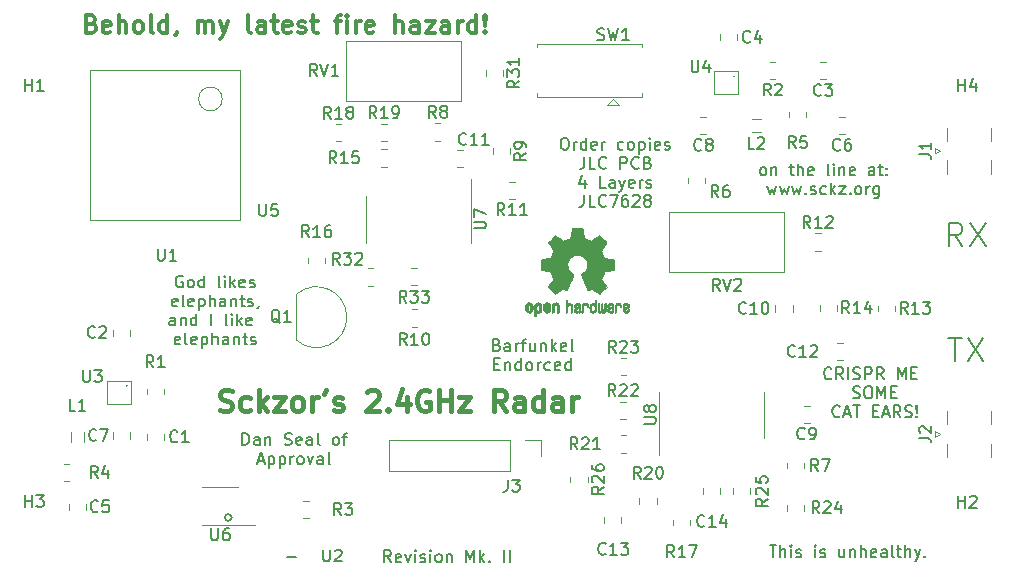
<source format=gbr>
%TF.GenerationSoftware,KiCad,Pcbnew,(6.0.9)*%
%TF.CreationDate,2022-11-20T11:02:21-05:00*%
%TF.ProjectId,RadarProject,52616461-7250-4726-9f6a-6563742e6b69,rev?*%
%TF.SameCoordinates,Original*%
%TF.FileFunction,Legend,Top*%
%TF.FilePolarity,Positive*%
%FSLAX46Y46*%
G04 Gerber Fmt 4.6, Leading zero omitted, Abs format (unit mm)*
G04 Created by KiCad (PCBNEW (6.0.9)) date 2022-11-20 11:02:21*
%MOMM*%
%LPD*%
G01*
G04 APERTURE LIST*
%ADD10C,0.150000*%
%ADD11C,0.200000*%
%ADD12C,0.381000*%
%ADD13C,0.300000*%
%ADD14C,0.177800*%
%ADD15C,0.120000*%
%ADD16C,0.010000*%
G04 APERTURE END LIST*
D10*
X39721780Y-63570000D02*
G75*
G03*
X39721780Y-63570000I-281780J0D01*
G01*
X30876056Y-52410000D02*
G75*
G03*
X30876056Y-52410000I-36056J0D01*
G01*
X82260000Y-26210000D02*
G75*
G03*
X82260000Y-26210000I-30000J0D01*
G01*
X45160000Y-66880000D02*
X44440000Y-66880000D01*
D11*
X53221904Y-67342380D02*
X52888571Y-66866190D01*
X52650476Y-67342380D02*
X52650476Y-66342380D01*
X53031428Y-66342380D01*
X53126666Y-66390000D01*
X53174285Y-66437619D01*
X53221904Y-66532857D01*
X53221904Y-66675714D01*
X53174285Y-66770952D01*
X53126666Y-66818571D01*
X53031428Y-66866190D01*
X52650476Y-66866190D01*
X54031428Y-67294761D02*
X53936190Y-67342380D01*
X53745714Y-67342380D01*
X53650476Y-67294761D01*
X53602857Y-67199523D01*
X53602857Y-66818571D01*
X53650476Y-66723333D01*
X53745714Y-66675714D01*
X53936190Y-66675714D01*
X54031428Y-66723333D01*
X54079047Y-66818571D01*
X54079047Y-66913809D01*
X53602857Y-67009047D01*
X54412380Y-66675714D02*
X54650476Y-67342380D01*
X54888571Y-66675714D01*
X55269523Y-67342380D02*
X55269523Y-66675714D01*
X55269523Y-66342380D02*
X55221904Y-66390000D01*
X55269523Y-66437619D01*
X55317142Y-66390000D01*
X55269523Y-66342380D01*
X55269523Y-66437619D01*
X55698095Y-67294761D02*
X55793333Y-67342380D01*
X55983809Y-67342380D01*
X56079047Y-67294761D01*
X56126666Y-67199523D01*
X56126666Y-67151904D01*
X56079047Y-67056666D01*
X55983809Y-67009047D01*
X55840952Y-67009047D01*
X55745714Y-66961428D01*
X55698095Y-66866190D01*
X55698095Y-66818571D01*
X55745714Y-66723333D01*
X55840952Y-66675714D01*
X55983809Y-66675714D01*
X56079047Y-66723333D01*
X56555238Y-67342380D02*
X56555238Y-66675714D01*
X56555238Y-66342380D02*
X56507619Y-66390000D01*
X56555238Y-66437619D01*
X56602857Y-66390000D01*
X56555238Y-66342380D01*
X56555238Y-66437619D01*
X57174285Y-67342380D02*
X57079047Y-67294761D01*
X57031428Y-67247142D01*
X56983809Y-67151904D01*
X56983809Y-66866190D01*
X57031428Y-66770952D01*
X57079047Y-66723333D01*
X57174285Y-66675714D01*
X57317142Y-66675714D01*
X57412380Y-66723333D01*
X57460000Y-66770952D01*
X57507619Y-66866190D01*
X57507619Y-67151904D01*
X57460000Y-67247142D01*
X57412380Y-67294761D01*
X57317142Y-67342380D01*
X57174285Y-67342380D01*
X57936190Y-66675714D02*
X57936190Y-67342380D01*
X57936190Y-66770952D02*
X57983809Y-66723333D01*
X58079047Y-66675714D01*
X58221904Y-66675714D01*
X58317142Y-66723333D01*
X58364761Y-66818571D01*
X58364761Y-67342380D01*
X59602857Y-67342380D02*
X59602857Y-66342380D01*
X59936190Y-67056666D01*
X60269523Y-66342380D01*
X60269523Y-67342380D01*
X60745714Y-67342380D02*
X60745714Y-66342380D01*
X60840952Y-66961428D02*
X61126666Y-67342380D01*
X61126666Y-66675714D02*
X60745714Y-67056666D01*
X61555238Y-67247142D02*
X61602857Y-67294761D01*
X61555238Y-67342380D01*
X61507619Y-67294761D01*
X61555238Y-67247142D01*
X61555238Y-67342380D01*
X62793333Y-67342380D02*
X62793333Y-66342380D01*
X63269523Y-67342380D02*
X63269523Y-66342380D01*
D10*
X90499523Y-51767142D02*
X90451904Y-51814761D01*
X90309047Y-51862380D01*
X90213809Y-51862380D01*
X90070952Y-51814761D01*
X89975714Y-51719523D01*
X89928095Y-51624285D01*
X89880476Y-51433809D01*
X89880476Y-51290952D01*
X89928095Y-51100476D01*
X89975714Y-51005238D01*
X90070952Y-50910000D01*
X90213809Y-50862380D01*
X90309047Y-50862380D01*
X90451904Y-50910000D01*
X90499523Y-50957619D01*
X91499523Y-51862380D02*
X91166190Y-51386190D01*
X90928095Y-51862380D02*
X90928095Y-50862380D01*
X91309047Y-50862380D01*
X91404285Y-50910000D01*
X91451904Y-50957619D01*
X91499523Y-51052857D01*
X91499523Y-51195714D01*
X91451904Y-51290952D01*
X91404285Y-51338571D01*
X91309047Y-51386190D01*
X90928095Y-51386190D01*
X91928095Y-51862380D02*
X91928095Y-50862380D01*
X92356666Y-51814761D02*
X92499523Y-51862380D01*
X92737619Y-51862380D01*
X92832857Y-51814761D01*
X92880476Y-51767142D01*
X92928095Y-51671904D01*
X92928095Y-51576666D01*
X92880476Y-51481428D01*
X92832857Y-51433809D01*
X92737619Y-51386190D01*
X92547142Y-51338571D01*
X92451904Y-51290952D01*
X92404285Y-51243333D01*
X92356666Y-51148095D01*
X92356666Y-51052857D01*
X92404285Y-50957619D01*
X92451904Y-50910000D01*
X92547142Y-50862380D01*
X92785238Y-50862380D01*
X92928095Y-50910000D01*
X93356666Y-51862380D02*
X93356666Y-50862380D01*
X93737619Y-50862380D01*
X93832857Y-50910000D01*
X93880476Y-50957619D01*
X93928095Y-51052857D01*
X93928095Y-51195714D01*
X93880476Y-51290952D01*
X93832857Y-51338571D01*
X93737619Y-51386190D01*
X93356666Y-51386190D01*
X94928095Y-51862380D02*
X94594761Y-51386190D01*
X94356666Y-51862380D02*
X94356666Y-50862380D01*
X94737619Y-50862380D01*
X94832857Y-50910000D01*
X94880476Y-50957619D01*
X94928095Y-51052857D01*
X94928095Y-51195714D01*
X94880476Y-51290952D01*
X94832857Y-51338571D01*
X94737619Y-51386190D01*
X94356666Y-51386190D01*
X96118571Y-51862380D02*
X96118571Y-50862380D01*
X96451904Y-51576666D01*
X96785238Y-50862380D01*
X96785238Y-51862380D01*
X97261428Y-51338571D02*
X97594761Y-51338571D01*
X97737619Y-51862380D02*
X97261428Y-51862380D01*
X97261428Y-50862380D01*
X97737619Y-50862380D01*
X92356666Y-53424761D02*
X92499523Y-53472380D01*
X92737619Y-53472380D01*
X92832857Y-53424761D01*
X92880476Y-53377142D01*
X92928095Y-53281904D01*
X92928095Y-53186666D01*
X92880476Y-53091428D01*
X92832857Y-53043809D01*
X92737619Y-52996190D01*
X92547142Y-52948571D01*
X92451904Y-52900952D01*
X92404285Y-52853333D01*
X92356666Y-52758095D01*
X92356666Y-52662857D01*
X92404285Y-52567619D01*
X92451904Y-52520000D01*
X92547142Y-52472380D01*
X92785238Y-52472380D01*
X92928095Y-52520000D01*
X93547142Y-52472380D02*
X93737619Y-52472380D01*
X93832857Y-52520000D01*
X93928095Y-52615238D01*
X93975714Y-52805714D01*
X93975714Y-53139047D01*
X93928095Y-53329523D01*
X93832857Y-53424761D01*
X93737619Y-53472380D01*
X93547142Y-53472380D01*
X93451904Y-53424761D01*
X93356666Y-53329523D01*
X93309047Y-53139047D01*
X93309047Y-52805714D01*
X93356666Y-52615238D01*
X93451904Y-52520000D01*
X93547142Y-52472380D01*
X94404285Y-53472380D02*
X94404285Y-52472380D01*
X94737619Y-53186666D01*
X95070952Y-52472380D01*
X95070952Y-53472380D01*
X95547142Y-52948571D02*
X95880476Y-52948571D01*
X96023333Y-53472380D02*
X95547142Y-53472380D01*
X95547142Y-52472380D01*
X96023333Y-52472380D01*
X91213809Y-54987142D02*
X91166190Y-55034761D01*
X91023333Y-55082380D01*
X90928095Y-55082380D01*
X90785238Y-55034761D01*
X90690000Y-54939523D01*
X90642380Y-54844285D01*
X90594761Y-54653809D01*
X90594761Y-54510952D01*
X90642380Y-54320476D01*
X90690000Y-54225238D01*
X90785238Y-54130000D01*
X90928095Y-54082380D01*
X91023333Y-54082380D01*
X91166190Y-54130000D01*
X91213809Y-54177619D01*
X91594761Y-54796666D02*
X92070952Y-54796666D01*
X91499523Y-55082380D02*
X91832857Y-54082380D01*
X92166190Y-55082380D01*
X92356666Y-54082380D02*
X92928095Y-54082380D01*
X92642380Y-55082380D02*
X92642380Y-54082380D01*
X94023333Y-54558571D02*
X94356666Y-54558571D01*
X94499523Y-55082380D02*
X94023333Y-55082380D01*
X94023333Y-54082380D01*
X94499523Y-54082380D01*
X94880476Y-54796666D02*
X95356666Y-54796666D01*
X94785238Y-55082380D02*
X95118571Y-54082380D01*
X95451904Y-55082380D01*
X96356666Y-55082380D02*
X96023333Y-54606190D01*
X95785238Y-55082380D02*
X95785238Y-54082380D01*
X96166190Y-54082380D01*
X96261428Y-54130000D01*
X96309047Y-54177619D01*
X96356666Y-54272857D01*
X96356666Y-54415714D01*
X96309047Y-54510952D01*
X96261428Y-54558571D01*
X96166190Y-54606190D01*
X95785238Y-54606190D01*
X96737619Y-55034761D02*
X96880476Y-55082380D01*
X97118571Y-55082380D01*
X97213809Y-55034761D01*
X97261428Y-54987142D01*
X97309047Y-54891904D01*
X97309047Y-54796666D01*
X97261428Y-54701428D01*
X97213809Y-54653809D01*
X97118571Y-54606190D01*
X96928095Y-54558571D01*
X96832857Y-54510952D01*
X96785238Y-54463333D01*
X96737619Y-54368095D01*
X96737619Y-54272857D01*
X96785238Y-54177619D01*
X96832857Y-54130000D01*
X96928095Y-54082380D01*
X97166190Y-54082380D01*
X97309047Y-54130000D01*
X97737619Y-54987142D02*
X97785238Y-55034761D01*
X97737619Y-55082380D01*
X97690000Y-55034761D01*
X97737619Y-54987142D01*
X97737619Y-55082380D01*
X97737619Y-54701428D02*
X97690000Y-54130000D01*
X97737619Y-54082380D01*
X97785238Y-54130000D01*
X97737619Y-54701428D01*
X97737619Y-54082380D01*
D12*
X38749333Y-54499666D02*
X39003333Y-54584333D01*
X39426666Y-54584333D01*
X39596000Y-54499666D01*
X39680666Y-54415000D01*
X39765333Y-54245666D01*
X39765333Y-54076333D01*
X39680666Y-53907000D01*
X39596000Y-53822333D01*
X39426666Y-53737666D01*
X39088000Y-53653000D01*
X38918666Y-53568333D01*
X38834000Y-53483666D01*
X38749333Y-53314333D01*
X38749333Y-53145000D01*
X38834000Y-52975666D01*
X38918666Y-52891000D01*
X39088000Y-52806333D01*
X39511333Y-52806333D01*
X39765333Y-52891000D01*
X41289333Y-54499666D02*
X41120000Y-54584333D01*
X40781333Y-54584333D01*
X40612000Y-54499666D01*
X40527333Y-54415000D01*
X40442666Y-54245666D01*
X40442666Y-53737666D01*
X40527333Y-53568333D01*
X40612000Y-53483666D01*
X40781333Y-53399000D01*
X41120000Y-53399000D01*
X41289333Y-53483666D01*
X42051333Y-54584333D02*
X42051333Y-52806333D01*
X42220666Y-53907000D02*
X42728666Y-54584333D01*
X42728666Y-53399000D02*
X42051333Y-54076333D01*
X43321333Y-53399000D02*
X44252666Y-53399000D01*
X43321333Y-54584333D01*
X44252666Y-54584333D01*
X45184000Y-54584333D02*
X45014666Y-54499666D01*
X44930000Y-54415000D01*
X44845333Y-54245666D01*
X44845333Y-53737666D01*
X44930000Y-53568333D01*
X45014666Y-53483666D01*
X45184000Y-53399000D01*
X45438000Y-53399000D01*
X45607333Y-53483666D01*
X45692000Y-53568333D01*
X45776666Y-53737666D01*
X45776666Y-54245666D01*
X45692000Y-54415000D01*
X45607333Y-54499666D01*
X45438000Y-54584333D01*
X45184000Y-54584333D01*
X46538666Y-54584333D02*
X46538666Y-53399000D01*
X46538666Y-53737666D02*
X46623333Y-53568333D01*
X46708000Y-53483666D01*
X46877333Y-53399000D01*
X47046666Y-53399000D01*
X47724000Y-52806333D02*
X47554666Y-53145000D01*
X48401333Y-54499666D02*
X48570666Y-54584333D01*
X48909333Y-54584333D01*
X49078666Y-54499666D01*
X49163333Y-54330333D01*
X49163333Y-54245666D01*
X49078666Y-54076333D01*
X48909333Y-53991666D01*
X48655333Y-53991666D01*
X48486000Y-53907000D01*
X48401333Y-53737666D01*
X48401333Y-53653000D01*
X48486000Y-53483666D01*
X48655333Y-53399000D01*
X48909333Y-53399000D01*
X49078666Y-53483666D01*
X51195333Y-52975666D02*
X51280000Y-52891000D01*
X51449333Y-52806333D01*
X51872666Y-52806333D01*
X52042000Y-52891000D01*
X52126666Y-52975666D01*
X52211333Y-53145000D01*
X52211333Y-53314333D01*
X52126666Y-53568333D01*
X51110666Y-54584333D01*
X52211333Y-54584333D01*
X52973333Y-54415000D02*
X53058000Y-54499666D01*
X52973333Y-54584333D01*
X52888666Y-54499666D01*
X52973333Y-54415000D01*
X52973333Y-54584333D01*
X54582000Y-53399000D02*
X54582000Y-54584333D01*
X54158666Y-52721666D02*
X53735333Y-53991666D01*
X54836000Y-53991666D01*
X56444666Y-52891000D02*
X56275333Y-52806333D01*
X56021333Y-52806333D01*
X55767333Y-52891000D01*
X55598000Y-53060333D01*
X55513333Y-53229666D01*
X55428666Y-53568333D01*
X55428666Y-53822333D01*
X55513333Y-54161000D01*
X55598000Y-54330333D01*
X55767333Y-54499666D01*
X56021333Y-54584333D01*
X56190666Y-54584333D01*
X56444666Y-54499666D01*
X56529333Y-54415000D01*
X56529333Y-53822333D01*
X56190666Y-53822333D01*
X57291333Y-54584333D02*
X57291333Y-52806333D01*
X57291333Y-53653000D02*
X58307333Y-53653000D01*
X58307333Y-54584333D02*
X58307333Y-52806333D01*
X58984666Y-53399000D02*
X59916000Y-53399000D01*
X58984666Y-54584333D01*
X59916000Y-54584333D01*
X62964000Y-54584333D02*
X62371333Y-53737666D01*
X61948000Y-54584333D02*
X61948000Y-52806333D01*
X62625333Y-52806333D01*
X62794666Y-52891000D01*
X62879333Y-52975666D01*
X62964000Y-53145000D01*
X62964000Y-53399000D01*
X62879333Y-53568333D01*
X62794666Y-53653000D01*
X62625333Y-53737666D01*
X61948000Y-53737666D01*
X64488000Y-54584333D02*
X64488000Y-53653000D01*
X64403333Y-53483666D01*
X64234000Y-53399000D01*
X63895333Y-53399000D01*
X63726000Y-53483666D01*
X64488000Y-54499666D02*
X64318666Y-54584333D01*
X63895333Y-54584333D01*
X63726000Y-54499666D01*
X63641333Y-54330333D01*
X63641333Y-54161000D01*
X63726000Y-53991666D01*
X63895333Y-53907000D01*
X64318666Y-53907000D01*
X64488000Y-53822333D01*
X66096666Y-54584333D02*
X66096666Y-52806333D01*
X66096666Y-54499666D02*
X65927333Y-54584333D01*
X65588666Y-54584333D01*
X65419333Y-54499666D01*
X65334666Y-54415000D01*
X65250000Y-54245666D01*
X65250000Y-53737666D01*
X65334666Y-53568333D01*
X65419333Y-53483666D01*
X65588666Y-53399000D01*
X65927333Y-53399000D01*
X66096666Y-53483666D01*
X67705333Y-54584333D02*
X67705333Y-53653000D01*
X67620666Y-53483666D01*
X67451333Y-53399000D01*
X67112666Y-53399000D01*
X66943333Y-53483666D01*
X67705333Y-54499666D02*
X67536000Y-54584333D01*
X67112666Y-54584333D01*
X66943333Y-54499666D01*
X66858666Y-54330333D01*
X66858666Y-54161000D01*
X66943333Y-53991666D01*
X67112666Y-53907000D01*
X67536000Y-53907000D01*
X67705333Y-53822333D01*
X68552000Y-54584333D02*
X68552000Y-53399000D01*
X68552000Y-53737666D02*
X68636666Y-53568333D01*
X68721333Y-53483666D01*
X68890666Y-53399000D01*
X69060000Y-53399000D01*
D10*
X85277142Y-65932380D02*
X85848571Y-65932380D01*
X85562857Y-66932380D02*
X85562857Y-65932380D01*
X86181904Y-66932380D02*
X86181904Y-65932380D01*
X86610476Y-66932380D02*
X86610476Y-66408571D01*
X86562857Y-66313333D01*
X86467619Y-66265714D01*
X86324761Y-66265714D01*
X86229523Y-66313333D01*
X86181904Y-66360952D01*
X87086666Y-66932380D02*
X87086666Y-66265714D01*
X87086666Y-65932380D02*
X87039047Y-65980000D01*
X87086666Y-66027619D01*
X87134285Y-65980000D01*
X87086666Y-65932380D01*
X87086666Y-66027619D01*
X87515238Y-66884761D02*
X87610476Y-66932380D01*
X87800952Y-66932380D01*
X87896190Y-66884761D01*
X87943809Y-66789523D01*
X87943809Y-66741904D01*
X87896190Y-66646666D01*
X87800952Y-66599047D01*
X87658095Y-66599047D01*
X87562857Y-66551428D01*
X87515238Y-66456190D01*
X87515238Y-66408571D01*
X87562857Y-66313333D01*
X87658095Y-66265714D01*
X87800952Y-66265714D01*
X87896190Y-66313333D01*
X89134285Y-66932380D02*
X89134285Y-66265714D01*
X89134285Y-65932380D02*
X89086666Y-65980000D01*
X89134285Y-66027619D01*
X89181904Y-65980000D01*
X89134285Y-65932380D01*
X89134285Y-66027619D01*
X89562857Y-66884761D02*
X89658095Y-66932380D01*
X89848571Y-66932380D01*
X89943809Y-66884761D01*
X89991428Y-66789523D01*
X89991428Y-66741904D01*
X89943809Y-66646666D01*
X89848571Y-66599047D01*
X89705714Y-66599047D01*
X89610476Y-66551428D01*
X89562857Y-66456190D01*
X89562857Y-66408571D01*
X89610476Y-66313333D01*
X89705714Y-66265714D01*
X89848571Y-66265714D01*
X89943809Y-66313333D01*
X91610476Y-66265714D02*
X91610476Y-66932380D01*
X91181904Y-66265714D02*
X91181904Y-66789523D01*
X91229523Y-66884761D01*
X91324761Y-66932380D01*
X91467619Y-66932380D01*
X91562857Y-66884761D01*
X91610476Y-66837142D01*
X92086666Y-66265714D02*
X92086666Y-66932380D01*
X92086666Y-66360952D02*
X92134285Y-66313333D01*
X92229523Y-66265714D01*
X92372380Y-66265714D01*
X92467619Y-66313333D01*
X92515238Y-66408571D01*
X92515238Y-66932380D01*
X92991428Y-66932380D02*
X92991428Y-65932380D01*
X93420000Y-66932380D02*
X93420000Y-66408571D01*
X93372380Y-66313333D01*
X93277142Y-66265714D01*
X93134285Y-66265714D01*
X93039047Y-66313333D01*
X92991428Y-66360952D01*
X94277142Y-66884761D02*
X94181904Y-66932380D01*
X93991428Y-66932380D01*
X93896190Y-66884761D01*
X93848571Y-66789523D01*
X93848571Y-66408571D01*
X93896190Y-66313333D01*
X93991428Y-66265714D01*
X94181904Y-66265714D01*
X94277142Y-66313333D01*
X94324761Y-66408571D01*
X94324761Y-66503809D01*
X93848571Y-66599047D01*
X95181904Y-66932380D02*
X95181904Y-66408571D01*
X95134285Y-66313333D01*
X95039047Y-66265714D01*
X94848571Y-66265714D01*
X94753333Y-66313333D01*
X95181904Y-66884761D02*
X95086666Y-66932380D01*
X94848571Y-66932380D01*
X94753333Y-66884761D01*
X94705714Y-66789523D01*
X94705714Y-66694285D01*
X94753333Y-66599047D01*
X94848571Y-66551428D01*
X95086666Y-66551428D01*
X95181904Y-66503809D01*
X95800952Y-66932380D02*
X95705714Y-66884761D01*
X95658095Y-66789523D01*
X95658095Y-65932380D01*
X96039047Y-66265714D02*
X96420000Y-66265714D01*
X96181904Y-65932380D02*
X96181904Y-66789523D01*
X96229523Y-66884761D01*
X96324761Y-66932380D01*
X96420000Y-66932380D01*
X96753333Y-66932380D02*
X96753333Y-65932380D01*
X97181904Y-66932380D02*
X97181904Y-66408571D01*
X97134285Y-66313333D01*
X97039047Y-66265714D01*
X96896190Y-66265714D01*
X96800952Y-66313333D01*
X96753333Y-66360952D01*
X97562857Y-66265714D02*
X97800952Y-66932380D01*
X98039047Y-66265714D02*
X97800952Y-66932380D01*
X97705714Y-67170476D01*
X97658095Y-67218095D01*
X97562857Y-67265714D01*
X98420000Y-66837142D02*
X98467619Y-66884761D01*
X98420000Y-66932380D01*
X98372380Y-66884761D01*
X98420000Y-66837142D01*
X98420000Y-66932380D01*
D13*
X27867142Y-21752857D02*
X28081428Y-21824285D01*
X28152857Y-21895714D01*
X28224285Y-22038571D01*
X28224285Y-22252857D01*
X28152857Y-22395714D01*
X28081428Y-22467142D01*
X27938571Y-22538571D01*
X27367142Y-22538571D01*
X27367142Y-21038571D01*
X27867142Y-21038571D01*
X28010000Y-21110000D01*
X28081428Y-21181428D01*
X28152857Y-21324285D01*
X28152857Y-21467142D01*
X28081428Y-21610000D01*
X28010000Y-21681428D01*
X27867142Y-21752857D01*
X27367142Y-21752857D01*
X29438571Y-22467142D02*
X29295714Y-22538571D01*
X29010000Y-22538571D01*
X28867142Y-22467142D01*
X28795714Y-22324285D01*
X28795714Y-21752857D01*
X28867142Y-21610000D01*
X29010000Y-21538571D01*
X29295714Y-21538571D01*
X29438571Y-21610000D01*
X29510000Y-21752857D01*
X29510000Y-21895714D01*
X28795714Y-22038571D01*
X30152857Y-22538571D02*
X30152857Y-21038571D01*
X30795714Y-22538571D02*
X30795714Y-21752857D01*
X30724285Y-21610000D01*
X30581428Y-21538571D01*
X30367142Y-21538571D01*
X30224285Y-21610000D01*
X30152857Y-21681428D01*
X31724285Y-22538571D02*
X31581428Y-22467142D01*
X31510000Y-22395714D01*
X31438571Y-22252857D01*
X31438571Y-21824285D01*
X31510000Y-21681428D01*
X31581428Y-21610000D01*
X31724285Y-21538571D01*
X31938571Y-21538571D01*
X32081428Y-21610000D01*
X32152857Y-21681428D01*
X32224285Y-21824285D01*
X32224285Y-22252857D01*
X32152857Y-22395714D01*
X32081428Y-22467142D01*
X31938571Y-22538571D01*
X31724285Y-22538571D01*
X33081428Y-22538571D02*
X32938571Y-22467142D01*
X32867142Y-22324285D01*
X32867142Y-21038571D01*
X34295714Y-22538571D02*
X34295714Y-21038571D01*
X34295714Y-22467142D02*
X34152857Y-22538571D01*
X33867142Y-22538571D01*
X33724285Y-22467142D01*
X33652857Y-22395714D01*
X33581428Y-22252857D01*
X33581428Y-21824285D01*
X33652857Y-21681428D01*
X33724285Y-21610000D01*
X33867142Y-21538571D01*
X34152857Y-21538571D01*
X34295714Y-21610000D01*
X35081428Y-22467142D02*
X35081428Y-22538571D01*
X35010000Y-22681428D01*
X34938571Y-22752857D01*
X36867142Y-22538571D02*
X36867142Y-21538571D01*
X36867142Y-21681428D02*
X36938571Y-21610000D01*
X37081428Y-21538571D01*
X37295714Y-21538571D01*
X37438571Y-21610000D01*
X37510000Y-21752857D01*
X37510000Y-22538571D01*
X37510000Y-21752857D02*
X37581428Y-21610000D01*
X37724285Y-21538571D01*
X37938571Y-21538571D01*
X38081428Y-21610000D01*
X38152857Y-21752857D01*
X38152857Y-22538571D01*
X38724285Y-21538571D02*
X39081428Y-22538571D01*
X39438571Y-21538571D02*
X39081428Y-22538571D01*
X38938571Y-22895714D01*
X38867142Y-22967142D01*
X38724285Y-23038571D01*
X41367142Y-22538571D02*
X41224285Y-22467142D01*
X41152857Y-22324285D01*
X41152857Y-21038571D01*
X42581428Y-22538571D02*
X42581428Y-21752857D01*
X42510000Y-21610000D01*
X42367142Y-21538571D01*
X42081428Y-21538571D01*
X41938571Y-21610000D01*
X42581428Y-22467142D02*
X42438571Y-22538571D01*
X42081428Y-22538571D01*
X41938571Y-22467142D01*
X41867142Y-22324285D01*
X41867142Y-22181428D01*
X41938571Y-22038571D01*
X42081428Y-21967142D01*
X42438571Y-21967142D01*
X42581428Y-21895714D01*
X43081428Y-21538571D02*
X43652857Y-21538571D01*
X43295714Y-21038571D02*
X43295714Y-22324285D01*
X43367142Y-22467142D01*
X43510000Y-22538571D01*
X43652857Y-22538571D01*
X44724285Y-22467142D02*
X44581428Y-22538571D01*
X44295714Y-22538571D01*
X44152857Y-22467142D01*
X44081428Y-22324285D01*
X44081428Y-21752857D01*
X44152857Y-21610000D01*
X44295714Y-21538571D01*
X44581428Y-21538571D01*
X44724285Y-21610000D01*
X44795714Y-21752857D01*
X44795714Y-21895714D01*
X44081428Y-22038571D01*
X45367142Y-22467142D02*
X45510000Y-22538571D01*
X45795714Y-22538571D01*
X45938571Y-22467142D01*
X46010000Y-22324285D01*
X46010000Y-22252857D01*
X45938571Y-22110000D01*
X45795714Y-22038571D01*
X45581428Y-22038571D01*
X45438571Y-21967142D01*
X45367142Y-21824285D01*
X45367142Y-21752857D01*
X45438571Y-21610000D01*
X45581428Y-21538571D01*
X45795714Y-21538571D01*
X45938571Y-21610000D01*
X46438571Y-21538571D02*
X47010000Y-21538571D01*
X46652857Y-21038571D02*
X46652857Y-22324285D01*
X46724285Y-22467142D01*
X46867142Y-22538571D01*
X47010000Y-22538571D01*
X48438571Y-21538571D02*
X49010000Y-21538571D01*
X48652857Y-22538571D02*
X48652857Y-21252857D01*
X48724285Y-21110000D01*
X48867142Y-21038571D01*
X49010000Y-21038571D01*
X49510000Y-22538571D02*
X49510000Y-21538571D01*
X49510000Y-21038571D02*
X49438571Y-21110000D01*
X49510000Y-21181428D01*
X49581428Y-21110000D01*
X49510000Y-21038571D01*
X49510000Y-21181428D01*
X50224285Y-22538571D02*
X50224285Y-21538571D01*
X50224285Y-21824285D02*
X50295714Y-21681428D01*
X50367142Y-21610000D01*
X50510000Y-21538571D01*
X50652857Y-21538571D01*
X51724285Y-22467142D02*
X51581428Y-22538571D01*
X51295714Y-22538571D01*
X51152857Y-22467142D01*
X51081428Y-22324285D01*
X51081428Y-21752857D01*
X51152857Y-21610000D01*
X51295714Y-21538571D01*
X51581428Y-21538571D01*
X51724285Y-21610000D01*
X51795714Y-21752857D01*
X51795714Y-21895714D01*
X51081428Y-22038571D01*
X53581428Y-22538571D02*
X53581428Y-21038571D01*
X54224285Y-22538571D02*
X54224285Y-21752857D01*
X54152857Y-21610000D01*
X54010000Y-21538571D01*
X53795714Y-21538571D01*
X53652857Y-21610000D01*
X53581428Y-21681428D01*
X55581428Y-22538571D02*
X55581428Y-21752857D01*
X55510000Y-21610000D01*
X55367142Y-21538571D01*
X55081428Y-21538571D01*
X54938571Y-21610000D01*
X55581428Y-22467142D02*
X55438571Y-22538571D01*
X55081428Y-22538571D01*
X54938571Y-22467142D01*
X54867142Y-22324285D01*
X54867142Y-22181428D01*
X54938571Y-22038571D01*
X55081428Y-21967142D01*
X55438571Y-21967142D01*
X55581428Y-21895714D01*
X56152857Y-21538571D02*
X56938571Y-21538571D01*
X56152857Y-22538571D01*
X56938571Y-22538571D01*
X58152857Y-22538571D02*
X58152857Y-21752857D01*
X58081428Y-21610000D01*
X57938571Y-21538571D01*
X57652857Y-21538571D01*
X57510000Y-21610000D01*
X58152857Y-22467142D02*
X58010000Y-22538571D01*
X57652857Y-22538571D01*
X57510000Y-22467142D01*
X57438571Y-22324285D01*
X57438571Y-22181428D01*
X57510000Y-22038571D01*
X57652857Y-21967142D01*
X58010000Y-21967142D01*
X58152857Y-21895714D01*
X58867142Y-22538571D02*
X58867142Y-21538571D01*
X58867142Y-21824285D02*
X58938571Y-21681428D01*
X59010000Y-21610000D01*
X59152857Y-21538571D01*
X59295714Y-21538571D01*
X60438571Y-22538571D02*
X60438571Y-21038571D01*
X60438571Y-22467142D02*
X60295714Y-22538571D01*
X60010000Y-22538571D01*
X59867142Y-22467142D01*
X59795714Y-22395714D01*
X59724285Y-22252857D01*
X59724285Y-21824285D01*
X59795714Y-21681428D01*
X59867142Y-21610000D01*
X60010000Y-21538571D01*
X60295714Y-21538571D01*
X60438571Y-21610000D01*
X61152857Y-22395714D02*
X61224285Y-22467142D01*
X61152857Y-22538571D01*
X61081428Y-22467142D01*
X61152857Y-22395714D01*
X61152857Y-22538571D01*
X61152857Y-21967142D02*
X61081428Y-21110000D01*
X61152857Y-21038571D01*
X61224285Y-21110000D01*
X61152857Y-21967142D01*
X61152857Y-21038571D01*
D10*
X35578095Y-43135000D02*
X35482857Y-43087380D01*
X35340000Y-43087380D01*
X35197142Y-43135000D01*
X35101904Y-43230238D01*
X35054285Y-43325476D01*
X35006666Y-43515952D01*
X35006666Y-43658809D01*
X35054285Y-43849285D01*
X35101904Y-43944523D01*
X35197142Y-44039761D01*
X35340000Y-44087380D01*
X35435238Y-44087380D01*
X35578095Y-44039761D01*
X35625714Y-43992142D01*
X35625714Y-43658809D01*
X35435238Y-43658809D01*
X36197142Y-44087380D02*
X36101904Y-44039761D01*
X36054285Y-43992142D01*
X36006666Y-43896904D01*
X36006666Y-43611190D01*
X36054285Y-43515952D01*
X36101904Y-43468333D01*
X36197142Y-43420714D01*
X36340000Y-43420714D01*
X36435238Y-43468333D01*
X36482857Y-43515952D01*
X36530476Y-43611190D01*
X36530476Y-43896904D01*
X36482857Y-43992142D01*
X36435238Y-44039761D01*
X36340000Y-44087380D01*
X36197142Y-44087380D01*
X37387619Y-44087380D02*
X37387619Y-43087380D01*
X37387619Y-44039761D02*
X37292380Y-44087380D01*
X37101904Y-44087380D01*
X37006666Y-44039761D01*
X36959047Y-43992142D01*
X36911428Y-43896904D01*
X36911428Y-43611190D01*
X36959047Y-43515952D01*
X37006666Y-43468333D01*
X37101904Y-43420714D01*
X37292380Y-43420714D01*
X37387619Y-43468333D01*
X38768571Y-44087380D02*
X38673333Y-44039761D01*
X38625714Y-43944523D01*
X38625714Y-43087380D01*
X39149523Y-44087380D02*
X39149523Y-43420714D01*
X39149523Y-43087380D02*
X39101904Y-43135000D01*
X39149523Y-43182619D01*
X39197142Y-43135000D01*
X39149523Y-43087380D01*
X39149523Y-43182619D01*
X39625714Y-44087380D02*
X39625714Y-43087380D01*
X39720952Y-43706428D02*
X40006666Y-44087380D01*
X40006666Y-43420714D02*
X39625714Y-43801666D01*
X40816190Y-44039761D02*
X40720952Y-44087380D01*
X40530476Y-44087380D01*
X40435238Y-44039761D01*
X40387619Y-43944523D01*
X40387619Y-43563571D01*
X40435238Y-43468333D01*
X40530476Y-43420714D01*
X40720952Y-43420714D01*
X40816190Y-43468333D01*
X40863809Y-43563571D01*
X40863809Y-43658809D01*
X40387619Y-43754047D01*
X41244761Y-44039761D02*
X41340000Y-44087380D01*
X41530476Y-44087380D01*
X41625714Y-44039761D01*
X41673333Y-43944523D01*
X41673333Y-43896904D01*
X41625714Y-43801666D01*
X41530476Y-43754047D01*
X41387619Y-43754047D01*
X41292380Y-43706428D01*
X41244761Y-43611190D01*
X41244761Y-43563571D01*
X41292380Y-43468333D01*
X41387619Y-43420714D01*
X41530476Y-43420714D01*
X41625714Y-43468333D01*
X35101904Y-45649761D02*
X35006666Y-45697380D01*
X34816190Y-45697380D01*
X34720952Y-45649761D01*
X34673333Y-45554523D01*
X34673333Y-45173571D01*
X34720952Y-45078333D01*
X34816190Y-45030714D01*
X35006666Y-45030714D01*
X35101904Y-45078333D01*
X35149523Y-45173571D01*
X35149523Y-45268809D01*
X34673333Y-45364047D01*
X35720952Y-45697380D02*
X35625714Y-45649761D01*
X35578095Y-45554523D01*
X35578095Y-44697380D01*
X36482857Y-45649761D02*
X36387619Y-45697380D01*
X36197142Y-45697380D01*
X36101904Y-45649761D01*
X36054285Y-45554523D01*
X36054285Y-45173571D01*
X36101904Y-45078333D01*
X36197142Y-45030714D01*
X36387619Y-45030714D01*
X36482857Y-45078333D01*
X36530476Y-45173571D01*
X36530476Y-45268809D01*
X36054285Y-45364047D01*
X36959047Y-45030714D02*
X36959047Y-46030714D01*
X36959047Y-45078333D02*
X37054285Y-45030714D01*
X37244761Y-45030714D01*
X37340000Y-45078333D01*
X37387619Y-45125952D01*
X37435238Y-45221190D01*
X37435238Y-45506904D01*
X37387619Y-45602142D01*
X37340000Y-45649761D01*
X37244761Y-45697380D01*
X37054285Y-45697380D01*
X36959047Y-45649761D01*
X37863809Y-45697380D02*
X37863809Y-44697380D01*
X38292380Y-45697380D02*
X38292380Y-45173571D01*
X38244761Y-45078333D01*
X38149523Y-45030714D01*
X38006666Y-45030714D01*
X37911428Y-45078333D01*
X37863809Y-45125952D01*
X39197142Y-45697380D02*
X39197142Y-45173571D01*
X39149523Y-45078333D01*
X39054285Y-45030714D01*
X38863809Y-45030714D01*
X38768571Y-45078333D01*
X39197142Y-45649761D02*
X39101904Y-45697380D01*
X38863809Y-45697380D01*
X38768571Y-45649761D01*
X38720952Y-45554523D01*
X38720952Y-45459285D01*
X38768571Y-45364047D01*
X38863809Y-45316428D01*
X39101904Y-45316428D01*
X39197142Y-45268809D01*
X39673333Y-45030714D02*
X39673333Y-45697380D01*
X39673333Y-45125952D02*
X39720952Y-45078333D01*
X39816190Y-45030714D01*
X39959047Y-45030714D01*
X40054285Y-45078333D01*
X40101904Y-45173571D01*
X40101904Y-45697380D01*
X40435238Y-45030714D02*
X40816190Y-45030714D01*
X40578095Y-44697380D02*
X40578095Y-45554523D01*
X40625714Y-45649761D01*
X40720952Y-45697380D01*
X40816190Y-45697380D01*
X41101904Y-45649761D02*
X41197142Y-45697380D01*
X41387619Y-45697380D01*
X41482857Y-45649761D01*
X41530476Y-45554523D01*
X41530476Y-45506904D01*
X41482857Y-45411666D01*
X41387619Y-45364047D01*
X41244761Y-45364047D01*
X41149523Y-45316428D01*
X41101904Y-45221190D01*
X41101904Y-45173571D01*
X41149523Y-45078333D01*
X41244761Y-45030714D01*
X41387619Y-45030714D01*
X41482857Y-45078333D01*
X42006666Y-45649761D02*
X42006666Y-45697380D01*
X41959047Y-45792619D01*
X41911428Y-45840238D01*
X34935238Y-47307380D02*
X34935238Y-46783571D01*
X34887619Y-46688333D01*
X34792380Y-46640714D01*
X34601904Y-46640714D01*
X34506666Y-46688333D01*
X34935238Y-47259761D02*
X34840000Y-47307380D01*
X34601904Y-47307380D01*
X34506666Y-47259761D01*
X34459047Y-47164523D01*
X34459047Y-47069285D01*
X34506666Y-46974047D01*
X34601904Y-46926428D01*
X34840000Y-46926428D01*
X34935238Y-46878809D01*
X35411428Y-46640714D02*
X35411428Y-47307380D01*
X35411428Y-46735952D02*
X35459047Y-46688333D01*
X35554285Y-46640714D01*
X35697142Y-46640714D01*
X35792380Y-46688333D01*
X35840000Y-46783571D01*
X35840000Y-47307380D01*
X36744761Y-47307380D02*
X36744761Y-46307380D01*
X36744761Y-47259761D02*
X36649523Y-47307380D01*
X36459047Y-47307380D01*
X36363809Y-47259761D01*
X36316190Y-47212142D01*
X36268571Y-47116904D01*
X36268571Y-46831190D01*
X36316190Y-46735952D01*
X36363809Y-46688333D01*
X36459047Y-46640714D01*
X36649523Y-46640714D01*
X36744761Y-46688333D01*
X37982857Y-47307380D02*
X37982857Y-46307380D01*
X39363809Y-47307380D02*
X39268571Y-47259761D01*
X39220952Y-47164523D01*
X39220952Y-46307380D01*
X39744761Y-47307380D02*
X39744761Y-46640714D01*
X39744761Y-46307380D02*
X39697142Y-46355000D01*
X39744761Y-46402619D01*
X39792380Y-46355000D01*
X39744761Y-46307380D01*
X39744761Y-46402619D01*
X40220952Y-47307380D02*
X40220952Y-46307380D01*
X40316190Y-46926428D02*
X40601904Y-47307380D01*
X40601904Y-46640714D02*
X40220952Y-47021666D01*
X41411428Y-47259761D02*
X41316190Y-47307380D01*
X41125714Y-47307380D01*
X41030476Y-47259761D01*
X40982857Y-47164523D01*
X40982857Y-46783571D01*
X41030476Y-46688333D01*
X41125714Y-46640714D01*
X41316190Y-46640714D01*
X41411428Y-46688333D01*
X41459047Y-46783571D01*
X41459047Y-46878809D01*
X40982857Y-46974047D01*
X35340000Y-48869761D02*
X35244761Y-48917380D01*
X35054285Y-48917380D01*
X34959047Y-48869761D01*
X34911428Y-48774523D01*
X34911428Y-48393571D01*
X34959047Y-48298333D01*
X35054285Y-48250714D01*
X35244761Y-48250714D01*
X35340000Y-48298333D01*
X35387619Y-48393571D01*
X35387619Y-48488809D01*
X34911428Y-48584047D01*
X35959047Y-48917380D02*
X35863809Y-48869761D01*
X35816190Y-48774523D01*
X35816190Y-47917380D01*
X36720952Y-48869761D02*
X36625714Y-48917380D01*
X36435238Y-48917380D01*
X36340000Y-48869761D01*
X36292380Y-48774523D01*
X36292380Y-48393571D01*
X36340000Y-48298333D01*
X36435238Y-48250714D01*
X36625714Y-48250714D01*
X36720952Y-48298333D01*
X36768571Y-48393571D01*
X36768571Y-48488809D01*
X36292380Y-48584047D01*
X37197142Y-48250714D02*
X37197142Y-49250714D01*
X37197142Y-48298333D02*
X37292380Y-48250714D01*
X37482857Y-48250714D01*
X37578095Y-48298333D01*
X37625714Y-48345952D01*
X37673333Y-48441190D01*
X37673333Y-48726904D01*
X37625714Y-48822142D01*
X37578095Y-48869761D01*
X37482857Y-48917380D01*
X37292380Y-48917380D01*
X37197142Y-48869761D01*
X38101904Y-48917380D02*
X38101904Y-47917380D01*
X38530476Y-48917380D02*
X38530476Y-48393571D01*
X38482857Y-48298333D01*
X38387619Y-48250714D01*
X38244761Y-48250714D01*
X38149523Y-48298333D01*
X38101904Y-48345952D01*
X39435238Y-48917380D02*
X39435238Y-48393571D01*
X39387619Y-48298333D01*
X39292380Y-48250714D01*
X39101904Y-48250714D01*
X39006666Y-48298333D01*
X39435238Y-48869761D02*
X39340000Y-48917380D01*
X39101904Y-48917380D01*
X39006666Y-48869761D01*
X38959047Y-48774523D01*
X38959047Y-48679285D01*
X39006666Y-48584047D01*
X39101904Y-48536428D01*
X39340000Y-48536428D01*
X39435238Y-48488809D01*
X39911428Y-48250714D02*
X39911428Y-48917380D01*
X39911428Y-48345952D02*
X39959047Y-48298333D01*
X40054285Y-48250714D01*
X40197142Y-48250714D01*
X40292380Y-48298333D01*
X40340000Y-48393571D01*
X40340000Y-48917380D01*
X40673333Y-48250714D02*
X41054285Y-48250714D01*
X40816190Y-47917380D02*
X40816190Y-48774523D01*
X40863809Y-48869761D01*
X40959047Y-48917380D01*
X41054285Y-48917380D01*
X41340000Y-48869761D02*
X41435238Y-48917380D01*
X41625714Y-48917380D01*
X41720952Y-48869761D01*
X41768571Y-48774523D01*
X41768571Y-48726904D01*
X41720952Y-48631666D01*
X41625714Y-48584047D01*
X41482857Y-48584047D01*
X41387619Y-48536428D01*
X41340000Y-48441190D01*
X41340000Y-48393571D01*
X41387619Y-48298333D01*
X41482857Y-48250714D01*
X41625714Y-48250714D01*
X41720952Y-48298333D01*
X84659523Y-34597380D02*
X84564285Y-34549761D01*
X84516666Y-34502142D01*
X84469047Y-34406904D01*
X84469047Y-34121190D01*
X84516666Y-34025952D01*
X84564285Y-33978333D01*
X84659523Y-33930714D01*
X84802380Y-33930714D01*
X84897619Y-33978333D01*
X84945238Y-34025952D01*
X84992857Y-34121190D01*
X84992857Y-34406904D01*
X84945238Y-34502142D01*
X84897619Y-34549761D01*
X84802380Y-34597380D01*
X84659523Y-34597380D01*
X85421428Y-33930714D02*
X85421428Y-34597380D01*
X85421428Y-34025952D02*
X85469047Y-33978333D01*
X85564285Y-33930714D01*
X85707142Y-33930714D01*
X85802380Y-33978333D01*
X85850000Y-34073571D01*
X85850000Y-34597380D01*
X86945238Y-33930714D02*
X87326190Y-33930714D01*
X87088095Y-33597380D02*
X87088095Y-34454523D01*
X87135714Y-34549761D01*
X87230952Y-34597380D01*
X87326190Y-34597380D01*
X87659523Y-34597380D02*
X87659523Y-33597380D01*
X88088095Y-34597380D02*
X88088095Y-34073571D01*
X88040476Y-33978333D01*
X87945238Y-33930714D01*
X87802380Y-33930714D01*
X87707142Y-33978333D01*
X87659523Y-34025952D01*
X88945238Y-34549761D02*
X88850000Y-34597380D01*
X88659523Y-34597380D01*
X88564285Y-34549761D01*
X88516666Y-34454523D01*
X88516666Y-34073571D01*
X88564285Y-33978333D01*
X88659523Y-33930714D01*
X88850000Y-33930714D01*
X88945238Y-33978333D01*
X88992857Y-34073571D01*
X88992857Y-34168809D01*
X88516666Y-34264047D01*
X90326190Y-34597380D02*
X90230952Y-34549761D01*
X90183333Y-34454523D01*
X90183333Y-33597380D01*
X90707142Y-34597380D02*
X90707142Y-33930714D01*
X90707142Y-33597380D02*
X90659523Y-33645000D01*
X90707142Y-33692619D01*
X90754761Y-33645000D01*
X90707142Y-33597380D01*
X90707142Y-33692619D01*
X91183333Y-33930714D02*
X91183333Y-34597380D01*
X91183333Y-34025952D02*
X91230952Y-33978333D01*
X91326190Y-33930714D01*
X91469047Y-33930714D01*
X91564285Y-33978333D01*
X91611904Y-34073571D01*
X91611904Y-34597380D01*
X92469047Y-34549761D02*
X92373809Y-34597380D01*
X92183333Y-34597380D01*
X92088095Y-34549761D01*
X92040476Y-34454523D01*
X92040476Y-34073571D01*
X92088095Y-33978333D01*
X92183333Y-33930714D01*
X92373809Y-33930714D01*
X92469047Y-33978333D01*
X92516666Y-34073571D01*
X92516666Y-34168809D01*
X92040476Y-34264047D01*
X94135714Y-34597380D02*
X94135714Y-34073571D01*
X94088095Y-33978333D01*
X93992857Y-33930714D01*
X93802380Y-33930714D01*
X93707142Y-33978333D01*
X94135714Y-34549761D02*
X94040476Y-34597380D01*
X93802380Y-34597380D01*
X93707142Y-34549761D01*
X93659523Y-34454523D01*
X93659523Y-34359285D01*
X93707142Y-34264047D01*
X93802380Y-34216428D01*
X94040476Y-34216428D01*
X94135714Y-34168809D01*
X94469047Y-33930714D02*
X94850000Y-33930714D01*
X94611904Y-33597380D02*
X94611904Y-34454523D01*
X94659523Y-34549761D01*
X94754761Y-34597380D01*
X94850000Y-34597380D01*
X95183333Y-34502142D02*
X95230952Y-34549761D01*
X95183333Y-34597380D01*
X95135714Y-34549761D01*
X95183333Y-34502142D01*
X95183333Y-34597380D01*
X95183333Y-33978333D02*
X95230952Y-34025952D01*
X95183333Y-34073571D01*
X95135714Y-34025952D01*
X95183333Y-33978333D01*
X95183333Y-34073571D01*
X85088095Y-35540714D02*
X85278571Y-36207380D01*
X85469047Y-35731190D01*
X85659523Y-36207380D01*
X85850000Y-35540714D01*
X86135714Y-35540714D02*
X86326190Y-36207380D01*
X86516666Y-35731190D01*
X86707142Y-36207380D01*
X86897619Y-35540714D01*
X87183333Y-35540714D02*
X87373809Y-36207380D01*
X87564285Y-35731190D01*
X87754761Y-36207380D01*
X87945238Y-35540714D01*
X88326190Y-36112142D02*
X88373809Y-36159761D01*
X88326190Y-36207380D01*
X88278571Y-36159761D01*
X88326190Y-36112142D01*
X88326190Y-36207380D01*
X88754761Y-36159761D02*
X88850000Y-36207380D01*
X89040476Y-36207380D01*
X89135714Y-36159761D01*
X89183333Y-36064523D01*
X89183333Y-36016904D01*
X89135714Y-35921666D01*
X89040476Y-35874047D01*
X88897619Y-35874047D01*
X88802380Y-35826428D01*
X88754761Y-35731190D01*
X88754761Y-35683571D01*
X88802380Y-35588333D01*
X88897619Y-35540714D01*
X89040476Y-35540714D01*
X89135714Y-35588333D01*
X90040476Y-36159761D02*
X89945238Y-36207380D01*
X89754761Y-36207380D01*
X89659523Y-36159761D01*
X89611904Y-36112142D01*
X89564285Y-36016904D01*
X89564285Y-35731190D01*
X89611904Y-35635952D01*
X89659523Y-35588333D01*
X89754761Y-35540714D01*
X89945238Y-35540714D01*
X90040476Y-35588333D01*
X90469047Y-36207380D02*
X90469047Y-35207380D01*
X90564285Y-35826428D02*
X90850000Y-36207380D01*
X90850000Y-35540714D02*
X90469047Y-35921666D01*
X91183333Y-35540714D02*
X91707142Y-35540714D01*
X91183333Y-36207380D01*
X91707142Y-36207380D01*
X92088095Y-36112142D02*
X92135714Y-36159761D01*
X92088095Y-36207380D01*
X92040476Y-36159761D01*
X92088095Y-36112142D01*
X92088095Y-36207380D01*
X92707142Y-36207380D02*
X92611904Y-36159761D01*
X92564285Y-36112142D01*
X92516666Y-36016904D01*
X92516666Y-35731190D01*
X92564285Y-35635952D01*
X92611904Y-35588333D01*
X92707142Y-35540714D01*
X92850000Y-35540714D01*
X92945238Y-35588333D01*
X92992857Y-35635952D01*
X93040476Y-35731190D01*
X93040476Y-36016904D01*
X92992857Y-36112142D01*
X92945238Y-36159761D01*
X92850000Y-36207380D01*
X92707142Y-36207380D01*
X93469047Y-36207380D02*
X93469047Y-35540714D01*
X93469047Y-35731190D02*
X93516666Y-35635952D01*
X93564285Y-35588333D01*
X93659523Y-35540714D01*
X93754761Y-35540714D01*
X94516666Y-35540714D02*
X94516666Y-36350238D01*
X94469047Y-36445476D01*
X94421428Y-36493095D01*
X94326190Y-36540714D01*
X94183333Y-36540714D01*
X94088095Y-36493095D01*
X94516666Y-36159761D02*
X94421428Y-36207380D01*
X94230952Y-36207380D01*
X94135714Y-36159761D01*
X94088095Y-36112142D01*
X94040476Y-36016904D01*
X94040476Y-35731190D01*
X94088095Y-35635952D01*
X94135714Y-35588333D01*
X94230952Y-35540714D01*
X94421428Y-35540714D01*
X94516666Y-35588333D01*
D14*
X62176190Y-48949548D02*
X62321333Y-48997929D01*
X62369714Y-49046310D01*
X62418095Y-49143072D01*
X62418095Y-49288215D01*
X62369714Y-49384977D01*
X62321333Y-49433358D01*
X62224571Y-49481739D01*
X61837523Y-49481739D01*
X61837523Y-48465739D01*
X62176190Y-48465739D01*
X62272952Y-48514120D01*
X62321333Y-48562500D01*
X62369714Y-48659262D01*
X62369714Y-48756024D01*
X62321333Y-48852786D01*
X62272952Y-48901167D01*
X62176190Y-48949548D01*
X61837523Y-48949548D01*
X63288952Y-49481739D02*
X63288952Y-48949548D01*
X63240571Y-48852786D01*
X63143809Y-48804405D01*
X62950285Y-48804405D01*
X62853523Y-48852786D01*
X63288952Y-49433358D02*
X63192190Y-49481739D01*
X62950285Y-49481739D01*
X62853523Y-49433358D01*
X62805142Y-49336596D01*
X62805142Y-49239834D01*
X62853523Y-49143072D01*
X62950285Y-49094691D01*
X63192190Y-49094691D01*
X63288952Y-49046310D01*
X63772761Y-49481739D02*
X63772761Y-48804405D01*
X63772761Y-48997929D02*
X63821142Y-48901167D01*
X63869523Y-48852786D01*
X63966285Y-48804405D01*
X64063047Y-48804405D01*
X64256571Y-48804405D02*
X64643619Y-48804405D01*
X64401714Y-49481739D02*
X64401714Y-48610881D01*
X64450095Y-48514120D01*
X64546857Y-48465739D01*
X64643619Y-48465739D01*
X65417714Y-48804405D02*
X65417714Y-49481739D01*
X64982285Y-48804405D02*
X64982285Y-49336596D01*
X65030666Y-49433358D01*
X65127428Y-49481739D01*
X65272571Y-49481739D01*
X65369333Y-49433358D01*
X65417714Y-49384977D01*
X65901523Y-48804405D02*
X65901523Y-49481739D01*
X65901523Y-48901167D02*
X65949904Y-48852786D01*
X66046666Y-48804405D01*
X66191809Y-48804405D01*
X66288571Y-48852786D01*
X66336952Y-48949548D01*
X66336952Y-49481739D01*
X66820761Y-49481739D02*
X66820761Y-48465739D01*
X66917523Y-49094691D02*
X67207809Y-49481739D01*
X67207809Y-48804405D02*
X66820761Y-49191453D01*
X68030285Y-49433358D02*
X67933523Y-49481739D01*
X67740000Y-49481739D01*
X67643238Y-49433358D01*
X67594857Y-49336596D01*
X67594857Y-48949548D01*
X67643238Y-48852786D01*
X67740000Y-48804405D01*
X67933523Y-48804405D01*
X68030285Y-48852786D01*
X68078666Y-48949548D01*
X68078666Y-49046310D01*
X67594857Y-49143072D01*
X68659238Y-49481739D02*
X68562476Y-49433358D01*
X68514095Y-49336596D01*
X68514095Y-48465739D01*
X61958476Y-50585308D02*
X62297142Y-50585308D01*
X62442285Y-51117499D02*
X61958476Y-51117499D01*
X61958476Y-50101499D01*
X62442285Y-50101499D01*
X62877714Y-50440165D02*
X62877714Y-51117499D01*
X62877714Y-50536927D02*
X62926095Y-50488546D01*
X63022857Y-50440165D01*
X63168000Y-50440165D01*
X63264761Y-50488546D01*
X63313142Y-50585308D01*
X63313142Y-51117499D01*
X64232380Y-51117499D02*
X64232380Y-50101499D01*
X64232380Y-51069118D02*
X64135619Y-51117499D01*
X63942095Y-51117499D01*
X63845333Y-51069118D01*
X63796952Y-51020737D01*
X63748571Y-50923975D01*
X63748571Y-50633689D01*
X63796952Y-50536927D01*
X63845333Y-50488546D01*
X63942095Y-50440165D01*
X64135619Y-50440165D01*
X64232380Y-50488546D01*
X64861333Y-51117499D02*
X64764571Y-51069118D01*
X64716190Y-51020737D01*
X64667809Y-50923975D01*
X64667809Y-50633689D01*
X64716190Y-50536927D01*
X64764571Y-50488546D01*
X64861333Y-50440165D01*
X65006476Y-50440165D01*
X65103238Y-50488546D01*
X65151619Y-50536927D01*
X65200000Y-50633689D01*
X65200000Y-50923975D01*
X65151619Y-51020737D01*
X65103238Y-51069118D01*
X65006476Y-51117499D01*
X64861333Y-51117499D01*
X65635428Y-51117499D02*
X65635428Y-50440165D01*
X65635428Y-50633689D02*
X65683809Y-50536927D01*
X65732190Y-50488546D01*
X65828952Y-50440165D01*
X65925714Y-50440165D01*
X66699809Y-51069118D02*
X66603047Y-51117499D01*
X66409523Y-51117499D01*
X66312761Y-51069118D01*
X66264380Y-51020737D01*
X66216000Y-50923975D01*
X66216000Y-50633689D01*
X66264380Y-50536927D01*
X66312761Y-50488546D01*
X66409523Y-50440165D01*
X66603047Y-50440165D01*
X66699809Y-50488546D01*
X67522285Y-51069118D02*
X67425523Y-51117499D01*
X67232000Y-51117499D01*
X67135238Y-51069118D01*
X67086857Y-50972356D01*
X67086857Y-50585308D01*
X67135238Y-50488546D01*
X67232000Y-50440165D01*
X67425523Y-50440165D01*
X67522285Y-50488546D01*
X67570666Y-50585308D01*
X67570666Y-50682070D01*
X67086857Y-50778832D01*
X68441523Y-51117499D02*
X68441523Y-50101499D01*
X68441523Y-51069118D02*
X68344761Y-51117499D01*
X68151238Y-51117499D01*
X68054476Y-51069118D01*
X68006095Y-51020737D01*
X67957714Y-50923975D01*
X67957714Y-50633689D01*
X68006095Y-50536927D01*
X68054476Y-50488546D01*
X68151238Y-50440165D01*
X68344761Y-50440165D01*
X68441523Y-50488546D01*
D10*
X100416190Y-48344761D02*
X101559047Y-48344761D01*
X100987619Y-50344761D02*
X100987619Y-48344761D01*
X102035238Y-48344761D02*
X103368571Y-50344761D01*
X103368571Y-48344761D02*
X102035238Y-50344761D01*
X101606666Y-40604761D02*
X100940000Y-39652380D01*
X100463809Y-40604761D02*
X100463809Y-38604761D01*
X101225714Y-38604761D01*
X101416190Y-38700000D01*
X101511428Y-38795238D01*
X101606666Y-38985714D01*
X101606666Y-39271428D01*
X101511428Y-39461904D01*
X101416190Y-39557142D01*
X101225714Y-39652380D01*
X100463809Y-39652380D01*
X102273333Y-38604761D02*
X103606666Y-40604761D01*
X103606666Y-38604761D02*
X102273333Y-40604761D01*
D14*
X40645714Y-57431739D02*
X40645714Y-56415739D01*
X40887619Y-56415739D01*
X41032761Y-56464120D01*
X41129523Y-56560881D01*
X41177904Y-56657643D01*
X41226285Y-56851167D01*
X41226285Y-56996310D01*
X41177904Y-57189834D01*
X41129523Y-57286596D01*
X41032761Y-57383358D01*
X40887619Y-57431739D01*
X40645714Y-57431739D01*
X42097142Y-57431739D02*
X42097142Y-56899548D01*
X42048761Y-56802786D01*
X41952000Y-56754405D01*
X41758476Y-56754405D01*
X41661714Y-56802786D01*
X42097142Y-57383358D02*
X42000380Y-57431739D01*
X41758476Y-57431739D01*
X41661714Y-57383358D01*
X41613333Y-57286596D01*
X41613333Y-57189834D01*
X41661714Y-57093072D01*
X41758476Y-57044691D01*
X42000380Y-57044691D01*
X42097142Y-56996310D01*
X42580952Y-56754405D02*
X42580952Y-57431739D01*
X42580952Y-56851167D02*
X42629333Y-56802786D01*
X42726095Y-56754405D01*
X42871238Y-56754405D01*
X42968000Y-56802786D01*
X43016380Y-56899548D01*
X43016380Y-57431739D01*
X44225904Y-57383358D02*
X44371047Y-57431739D01*
X44612952Y-57431739D01*
X44709714Y-57383358D01*
X44758095Y-57334977D01*
X44806476Y-57238215D01*
X44806476Y-57141453D01*
X44758095Y-57044691D01*
X44709714Y-56996310D01*
X44612952Y-56947929D01*
X44419428Y-56899548D01*
X44322666Y-56851167D01*
X44274285Y-56802786D01*
X44225904Y-56706024D01*
X44225904Y-56609262D01*
X44274285Y-56512500D01*
X44322666Y-56464120D01*
X44419428Y-56415739D01*
X44661333Y-56415739D01*
X44806476Y-56464120D01*
X45628952Y-57383358D02*
X45532190Y-57431739D01*
X45338666Y-57431739D01*
X45241904Y-57383358D01*
X45193523Y-57286596D01*
X45193523Y-56899548D01*
X45241904Y-56802786D01*
X45338666Y-56754405D01*
X45532190Y-56754405D01*
X45628952Y-56802786D01*
X45677333Y-56899548D01*
X45677333Y-56996310D01*
X45193523Y-57093072D01*
X46548190Y-57431739D02*
X46548190Y-56899548D01*
X46499809Y-56802786D01*
X46403047Y-56754405D01*
X46209523Y-56754405D01*
X46112761Y-56802786D01*
X46548190Y-57383358D02*
X46451428Y-57431739D01*
X46209523Y-57431739D01*
X46112761Y-57383358D01*
X46064380Y-57286596D01*
X46064380Y-57189834D01*
X46112761Y-57093072D01*
X46209523Y-57044691D01*
X46451428Y-57044691D01*
X46548190Y-56996310D01*
X47177142Y-57431739D02*
X47080380Y-57383358D01*
X47032000Y-57286596D01*
X47032000Y-56415739D01*
X48483428Y-57431739D02*
X48386666Y-57383358D01*
X48338285Y-57334977D01*
X48289904Y-57238215D01*
X48289904Y-56947929D01*
X48338285Y-56851167D01*
X48386666Y-56802786D01*
X48483428Y-56754405D01*
X48628571Y-56754405D01*
X48725333Y-56802786D01*
X48773714Y-56851167D01*
X48822095Y-56947929D01*
X48822095Y-57238215D01*
X48773714Y-57334977D01*
X48725333Y-57383358D01*
X48628571Y-57431739D01*
X48483428Y-57431739D01*
X49112380Y-56754405D02*
X49499428Y-56754405D01*
X49257523Y-57431739D02*
X49257523Y-56560881D01*
X49305904Y-56464120D01*
X49402666Y-56415739D01*
X49499428Y-56415739D01*
X41952000Y-58777213D02*
X42435809Y-58777213D01*
X41855238Y-59067499D02*
X42193904Y-58051499D01*
X42532571Y-59067499D01*
X42871238Y-58390165D02*
X42871238Y-59406165D01*
X42871238Y-58438546D02*
X42968000Y-58390165D01*
X43161523Y-58390165D01*
X43258285Y-58438546D01*
X43306666Y-58486927D01*
X43355047Y-58583689D01*
X43355047Y-58873975D01*
X43306666Y-58970737D01*
X43258285Y-59019118D01*
X43161523Y-59067499D01*
X42968000Y-59067499D01*
X42871238Y-59019118D01*
X43790476Y-58390165D02*
X43790476Y-59406165D01*
X43790476Y-58438546D02*
X43887238Y-58390165D01*
X44080761Y-58390165D01*
X44177523Y-58438546D01*
X44225904Y-58486927D01*
X44274285Y-58583689D01*
X44274285Y-58873975D01*
X44225904Y-58970737D01*
X44177523Y-59019118D01*
X44080761Y-59067499D01*
X43887238Y-59067499D01*
X43790476Y-59019118D01*
X44709714Y-59067499D02*
X44709714Y-58390165D01*
X44709714Y-58583689D02*
X44758095Y-58486927D01*
X44806476Y-58438546D01*
X44903238Y-58390165D01*
X45000000Y-58390165D01*
X45483809Y-59067499D02*
X45387047Y-59019118D01*
X45338666Y-58970737D01*
X45290285Y-58873975D01*
X45290285Y-58583689D01*
X45338666Y-58486927D01*
X45387047Y-58438546D01*
X45483809Y-58390165D01*
X45628952Y-58390165D01*
X45725714Y-58438546D01*
X45774095Y-58486927D01*
X45822476Y-58583689D01*
X45822476Y-58873975D01*
X45774095Y-58970737D01*
X45725714Y-59019118D01*
X45628952Y-59067499D01*
X45483809Y-59067499D01*
X46161142Y-58390165D02*
X46403047Y-59067499D01*
X46644952Y-58390165D01*
X47467428Y-59067499D02*
X47467428Y-58535308D01*
X47419047Y-58438546D01*
X47322285Y-58390165D01*
X47128761Y-58390165D01*
X47032000Y-58438546D01*
X47467428Y-59019118D02*
X47370666Y-59067499D01*
X47128761Y-59067499D01*
X47032000Y-59019118D01*
X46983619Y-58922356D01*
X46983619Y-58825594D01*
X47032000Y-58728832D01*
X47128761Y-58680451D01*
X47370666Y-58680451D01*
X47467428Y-58632070D01*
X48096380Y-59067499D02*
X47999619Y-59019118D01*
X47951238Y-58922356D01*
X47951238Y-58051499D01*
D10*
X67839047Y-31427380D02*
X68029523Y-31427380D01*
X68124761Y-31475000D01*
X68220000Y-31570238D01*
X68267619Y-31760714D01*
X68267619Y-32094047D01*
X68220000Y-32284523D01*
X68124761Y-32379761D01*
X68029523Y-32427380D01*
X67839047Y-32427380D01*
X67743809Y-32379761D01*
X67648571Y-32284523D01*
X67600952Y-32094047D01*
X67600952Y-31760714D01*
X67648571Y-31570238D01*
X67743809Y-31475000D01*
X67839047Y-31427380D01*
X68696190Y-32427380D02*
X68696190Y-31760714D01*
X68696190Y-31951190D02*
X68743809Y-31855952D01*
X68791428Y-31808333D01*
X68886666Y-31760714D01*
X68981904Y-31760714D01*
X69743809Y-32427380D02*
X69743809Y-31427380D01*
X69743809Y-32379761D02*
X69648571Y-32427380D01*
X69458095Y-32427380D01*
X69362857Y-32379761D01*
X69315238Y-32332142D01*
X69267619Y-32236904D01*
X69267619Y-31951190D01*
X69315238Y-31855952D01*
X69362857Y-31808333D01*
X69458095Y-31760714D01*
X69648571Y-31760714D01*
X69743809Y-31808333D01*
X70600952Y-32379761D02*
X70505714Y-32427380D01*
X70315238Y-32427380D01*
X70220000Y-32379761D01*
X70172380Y-32284523D01*
X70172380Y-31903571D01*
X70220000Y-31808333D01*
X70315238Y-31760714D01*
X70505714Y-31760714D01*
X70600952Y-31808333D01*
X70648571Y-31903571D01*
X70648571Y-31998809D01*
X70172380Y-32094047D01*
X71077142Y-32427380D02*
X71077142Y-31760714D01*
X71077142Y-31951190D02*
X71124761Y-31855952D01*
X71172380Y-31808333D01*
X71267619Y-31760714D01*
X71362857Y-31760714D01*
X72886666Y-32379761D02*
X72791428Y-32427380D01*
X72600952Y-32427380D01*
X72505714Y-32379761D01*
X72458095Y-32332142D01*
X72410476Y-32236904D01*
X72410476Y-31951190D01*
X72458095Y-31855952D01*
X72505714Y-31808333D01*
X72600952Y-31760714D01*
X72791428Y-31760714D01*
X72886666Y-31808333D01*
X73458095Y-32427380D02*
X73362857Y-32379761D01*
X73315238Y-32332142D01*
X73267619Y-32236904D01*
X73267619Y-31951190D01*
X73315238Y-31855952D01*
X73362857Y-31808333D01*
X73458095Y-31760714D01*
X73600952Y-31760714D01*
X73696190Y-31808333D01*
X73743809Y-31855952D01*
X73791428Y-31951190D01*
X73791428Y-32236904D01*
X73743809Y-32332142D01*
X73696190Y-32379761D01*
X73600952Y-32427380D01*
X73458095Y-32427380D01*
X74220000Y-31760714D02*
X74220000Y-32760714D01*
X74220000Y-31808333D02*
X74315238Y-31760714D01*
X74505714Y-31760714D01*
X74600952Y-31808333D01*
X74648571Y-31855952D01*
X74696190Y-31951190D01*
X74696190Y-32236904D01*
X74648571Y-32332142D01*
X74600952Y-32379761D01*
X74505714Y-32427380D01*
X74315238Y-32427380D01*
X74220000Y-32379761D01*
X75124761Y-32427380D02*
X75124761Y-31760714D01*
X75124761Y-31427380D02*
X75077142Y-31475000D01*
X75124761Y-31522619D01*
X75172380Y-31475000D01*
X75124761Y-31427380D01*
X75124761Y-31522619D01*
X75981904Y-32379761D02*
X75886666Y-32427380D01*
X75696190Y-32427380D01*
X75600952Y-32379761D01*
X75553333Y-32284523D01*
X75553333Y-31903571D01*
X75600952Y-31808333D01*
X75696190Y-31760714D01*
X75886666Y-31760714D01*
X75981904Y-31808333D01*
X76029523Y-31903571D01*
X76029523Y-31998809D01*
X75553333Y-32094047D01*
X76410476Y-32379761D02*
X76505714Y-32427380D01*
X76696190Y-32427380D01*
X76791428Y-32379761D01*
X76839047Y-32284523D01*
X76839047Y-32236904D01*
X76791428Y-32141666D01*
X76696190Y-32094047D01*
X76553333Y-32094047D01*
X76458095Y-32046428D01*
X76410476Y-31951190D01*
X76410476Y-31903571D01*
X76458095Y-31808333D01*
X76553333Y-31760714D01*
X76696190Y-31760714D01*
X76791428Y-31808333D01*
X69577142Y-33037380D02*
X69577142Y-33751666D01*
X69529523Y-33894523D01*
X69434285Y-33989761D01*
X69291428Y-34037380D01*
X69196190Y-34037380D01*
X70529523Y-34037380D02*
X70053333Y-34037380D01*
X70053333Y-33037380D01*
X71434285Y-33942142D02*
X71386666Y-33989761D01*
X71243809Y-34037380D01*
X71148571Y-34037380D01*
X71005714Y-33989761D01*
X70910476Y-33894523D01*
X70862857Y-33799285D01*
X70815238Y-33608809D01*
X70815238Y-33465952D01*
X70862857Y-33275476D01*
X70910476Y-33180238D01*
X71005714Y-33085000D01*
X71148571Y-33037380D01*
X71243809Y-33037380D01*
X71386666Y-33085000D01*
X71434285Y-33132619D01*
X72624761Y-34037380D02*
X72624761Y-33037380D01*
X73005714Y-33037380D01*
X73100952Y-33085000D01*
X73148571Y-33132619D01*
X73196190Y-33227857D01*
X73196190Y-33370714D01*
X73148571Y-33465952D01*
X73100952Y-33513571D01*
X73005714Y-33561190D01*
X72624761Y-33561190D01*
X74196190Y-33942142D02*
X74148571Y-33989761D01*
X74005714Y-34037380D01*
X73910476Y-34037380D01*
X73767619Y-33989761D01*
X73672380Y-33894523D01*
X73624761Y-33799285D01*
X73577142Y-33608809D01*
X73577142Y-33465952D01*
X73624761Y-33275476D01*
X73672380Y-33180238D01*
X73767619Y-33085000D01*
X73910476Y-33037380D01*
X74005714Y-33037380D01*
X74148571Y-33085000D01*
X74196190Y-33132619D01*
X74958095Y-33513571D02*
X75100952Y-33561190D01*
X75148571Y-33608809D01*
X75196190Y-33704047D01*
X75196190Y-33846904D01*
X75148571Y-33942142D01*
X75100952Y-33989761D01*
X75005714Y-34037380D01*
X74624761Y-34037380D01*
X74624761Y-33037380D01*
X74958095Y-33037380D01*
X75053333Y-33085000D01*
X75100952Y-33132619D01*
X75148571Y-33227857D01*
X75148571Y-33323095D01*
X75100952Y-33418333D01*
X75053333Y-33465952D01*
X74958095Y-33513571D01*
X74624761Y-33513571D01*
X69648571Y-34980714D02*
X69648571Y-35647380D01*
X69410476Y-34599761D02*
X69172380Y-35314047D01*
X69791428Y-35314047D01*
X71410476Y-35647380D02*
X70934285Y-35647380D01*
X70934285Y-34647380D01*
X72172380Y-35647380D02*
X72172380Y-35123571D01*
X72124761Y-35028333D01*
X72029523Y-34980714D01*
X71839047Y-34980714D01*
X71743809Y-35028333D01*
X72172380Y-35599761D02*
X72077142Y-35647380D01*
X71839047Y-35647380D01*
X71743809Y-35599761D01*
X71696190Y-35504523D01*
X71696190Y-35409285D01*
X71743809Y-35314047D01*
X71839047Y-35266428D01*
X72077142Y-35266428D01*
X72172380Y-35218809D01*
X72553333Y-34980714D02*
X72791428Y-35647380D01*
X73029523Y-34980714D02*
X72791428Y-35647380D01*
X72696190Y-35885476D01*
X72648571Y-35933095D01*
X72553333Y-35980714D01*
X73791428Y-35599761D02*
X73696190Y-35647380D01*
X73505714Y-35647380D01*
X73410476Y-35599761D01*
X73362857Y-35504523D01*
X73362857Y-35123571D01*
X73410476Y-35028333D01*
X73505714Y-34980714D01*
X73696190Y-34980714D01*
X73791428Y-35028333D01*
X73839047Y-35123571D01*
X73839047Y-35218809D01*
X73362857Y-35314047D01*
X74267619Y-35647380D02*
X74267619Y-34980714D01*
X74267619Y-35171190D02*
X74315238Y-35075952D01*
X74362857Y-35028333D01*
X74458095Y-34980714D01*
X74553333Y-34980714D01*
X74839047Y-35599761D02*
X74934285Y-35647380D01*
X75124761Y-35647380D01*
X75220000Y-35599761D01*
X75267619Y-35504523D01*
X75267619Y-35456904D01*
X75220000Y-35361666D01*
X75124761Y-35314047D01*
X74981904Y-35314047D01*
X74886666Y-35266428D01*
X74839047Y-35171190D01*
X74839047Y-35123571D01*
X74886666Y-35028333D01*
X74981904Y-34980714D01*
X75124761Y-34980714D01*
X75220000Y-35028333D01*
X69553333Y-36257380D02*
X69553333Y-36971666D01*
X69505714Y-37114523D01*
X69410476Y-37209761D01*
X69267619Y-37257380D01*
X69172380Y-37257380D01*
X70505714Y-37257380D02*
X70029523Y-37257380D01*
X70029523Y-36257380D01*
X71410476Y-37162142D02*
X71362857Y-37209761D01*
X71220000Y-37257380D01*
X71124761Y-37257380D01*
X70981904Y-37209761D01*
X70886666Y-37114523D01*
X70839047Y-37019285D01*
X70791428Y-36828809D01*
X70791428Y-36685952D01*
X70839047Y-36495476D01*
X70886666Y-36400238D01*
X70981904Y-36305000D01*
X71124761Y-36257380D01*
X71220000Y-36257380D01*
X71362857Y-36305000D01*
X71410476Y-36352619D01*
X71743809Y-36257380D02*
X72410476Y-36257380D01*
X71981904Y-37257380D01*
X73220000Y-36257380D02*
X73029523Y-36257380D01*
X72934285Y-36305000D01*
X72886666Y-36352619D01*
X72791428Y-36495476D01*
X72743809Y-36685952D01*
X72743809Y-37066904D01*
X72791428Y-37162142D01*
X72839047Y-37209761D01*
X72934285Y-37257380D01*
X73124761Y-37257380D01*
X73220000Y-37209761D01*
X73267619Y-37162142D01*
X73315238Y-37066904D01*
X73315238Y-36828809D01*
X73267619Y-36733571D01*
X73220000Y-36685952D01*
X73124761Y-36638333D01*
X72934285Y-36638333D01*
X72839047Y-36685952D01*
X72791428Y-36733571D01*
X72743809Y-36828809D01*
X73696190Y-36352619D02*
X73743809Y-36305000D01*
X73839047Y-36257380D01*
X74077142Y-36257380D01*
X74172380Y-36305000D01*
X74220000Y-36352619D01*
X74267619Y-36447857D01*
X74267619Y-36543095D01*
X74220000Y-36685952D01*
X73648571Y-37257380D01*
X74267619Y-37257380D01*
X74839047Y-36685952D02*
X74743809Y-36638333D01*
X74696190Y-36590714D01*
X74648571Y-36495476D01*
X74648571Y-36447857D01*
X74696190Y-36352619D01*
X74743809Y-36305000D01*
X74839047Y-36257380D01*
X75029523Y-36257380D01*
X75124761Y-36305000D01*
X75172380Y-36352619D01*
X75220000Y-36447857D01*
X75220000Y-36495476D01*
X75172380Y-36590714D01*
X75124761Y-36638333D01*
X75029523Y-36685952D01*
X74839047Y-36685952D01*
X74743809Y-36733571D01*
X74696190Y-36781190D01*
X74648571Y-36876428D01*
X74648571Y-37066904D01*
X74696190Y-37162142D01*
X74743809Y-37209761D01*
X74839047Y-37257380D01*
X75029523Y-37257380D01*
X75124761Y-37209761D01*
X75172380Y-37162142D01*
X75220000Y-37066904D01*
X75220000Y-36876428D01*
X75172380Y-36781190D01*
X75124761Y-36733571D01*
X75029523Y-36685952D01*
%TO.C,U2*%
X47478095Y-66292380D02*
X47478095Y-67101904D01*
X47525714Y-67197142D01*
X47573333Y-67244761D01*
X47668571Y-67292380D01*
X47859047Y-67292380D01*
X47954285Y-67244761D01*
X48001904Y-67197142D01*
X48049523Y-67101904D01*
X48049523Y-66292380D01*
X48478095Y-66387619D02*
X48525714Y-66340000D01*
X48620952Y-66292380D01*
X48859047Y-66292380D01*
X48954285Y-66340000D01*
X49001904Y-66387619D01*
X49049523Y-66482857D01*
X49049523Y-66578095D01*
X49001904Y-66720952D01*
X48430476Y-67292380D01*
X49049523Y-67292380D01*
%TO.C,U3*%
X27158095Y-51092380D02*
X27158095Y-51901904D01*
X27205714Y-51997142D01*
X27253333Y-52044761D01*
X27348571Y-52092380D01*
X27539047Y-52092380D01*
X27634285Y-52044761D01*
X27681904Y-51997142D01*
X27729523Y-51901904D01*
X27729523Y-51092380D01*
X28110476Y-51092380D02*
X28729523Y-51092380D01*
X28396190Y-51473333D01*
X28539047Y-51473333D01*
X28634285Y-51520952D01*
X28681904Y-51568571D01*
X28729523Y-51663809D01*
X28729523Y-51901904D01*
X28681904Y-51997142D01*
X28634285Y-52044761D01*
X28539047Y-52092380D01*
X28253333Y-52092380D01*
X28158095Y-52044761D01*
X28110476Y-51997142D01*
%TO.C,U4*%
X78668095Y-24862380D02*
X78668095Y-25671904D01*
X78715714Y-25767142D01*
X78763333Y-25814761D01*
X78858571Y-25862380D01*
X79049047Y-25862380D01*
X79144285Y-25814761D01*
X79191904Y-25767142D01*
X79239523Y-25671904D01*
X79239523Y-24862380D01*
X80144285Y-25195714D02*
X80144285Y-25862380D01*
X79906190Y-24814761D02*
X79668095Y-25529047D01*
X80287142Y-25529047D01*
%TO.C,C11*%
X59589642Y-31914642D02*
X59542023Y-31962261D01*
X59399166Y-32009880D01*
X59303928Y-32009880D01*
X59161071Y-31962261D01*
X59065833Y-31867023D01*
X59018214Y-31771785D01*
X58970595Y-31581309D01*
X58970595Y-31438452D01*
X59018214Y-31247976D01*
X59065833Y-31152738D01*
X59161071Y-31057500D01*
X59303928Y-31009880D01*
X59399166Y-31009880D01*
X59542023Y-31057500D01*
X59589642Y-31105119D01*
X60542023Y-32009880D02*
X59970595Y-32009880D01*
X60256309Y-32009880D02*
X60256309Y-31009880D01*
X60161071Y-31152738D01*
X60065833Y-31247976D01*
X59970595Y-31295595D01*
X61494404Y-32009880D02*
X60922976Y-32009880D01*
X61208690Y-32009880D02*
X61208690Y-31009880D01*
X61113452Y-31152738D01*
X61018214Y-31247976D01*
X60922976Y-31295595D01*
%TO.C,U6*%
X37988095Y-64492380D02*
X37988095Y-65301904D01*
X38035714Y-65397142D01*
X38083333Y-65444761D01*
X38178571Y-65492380D01*
X38369047Y-65492380D01*
X38464285Y-65444761D01*
X38511904Y-65397142D01*
X38559523Y-65301904D01*
X38559523Y-64492380D01*
X39464285Y-64492380D02*
X39273809Y-64492380D01*
X39178571Y-64540000D01*
X39130952Y-64587619D01*
X39035714Y-64730476D01*
X38988095Y-64920952D01*
X38988095Y-65301904D01*
X39035714Y-65397142D01*
X39083333Y-65444761D01*
X39178571Y-65492380D01*
X39369047Y-65492380D01*
X39464285Y-65444761D01*
X39511904Y-65397142D01*
X39559523Y-65301904D01*
X39559523Y-65063809D01*
X39511904Y-64968571D01*
X39464285Y-64920952D01*
X39369047Y-64873333D01*
X39178571Y-64873333D01*
X39083333Y-64920952D01*
X39035714Y-64968571D01*
X38988095Y-65063809D01*
%TO.C,U8*%
X74652380Y-55629404D02*
X75461904Y-55629404D01*
X75557142Y-55581785D01*
X75604761Y-55534166D01*
X75652380Y-55438928D01*
X75652380Y-55248452D01*
X75604761Y-55153214D01*
X75557142Y-55105595D01*
X75461904Y-55057976D01*
X74652380Y-55057976D01*
X75080952Y-54438928D02*
X75033333Y-54534166D01*
X74985714Y-54581785D01*
X74890476Y-54629404D01*
X74842857Y-54629404D01*
X74747619Y-54581785D01*
X74700000Y-54534166D01*
X74652380Y-54438928D01*
X74652380Y-54248452D01*
X74700000Y-54153214D01*
X74747619Y-54105595D01*
X74842857Y-54057976D01*
X74890476Y-54057976D01*
X74985714Y-54105595D01*
X75033333Y-54153214D01*
X75080952Y-54248452D01*
X75080952Y-54438928D01*
X75128571Y-54534166D01*
X75176190Y-54581785D01*
X75271428Y-54629404D01*
X75461904Y-54629404D01*
X75557142Y-54581785D01*
X75604761Y-54534166D01*
X75652380Y-54438928D01*
X75652380Y-54248452D01*
X75604761Y-54153214D01*
X75557142Y-54105595D01*
X75461904Y-54057976D01*
X75271428Y-54057976D01*
X75176190Y-54105595D01*
X75128571Y-54153214D01*
X75080952Y-54248452D01*
%TO.C,R10*%
X54539642Y-48959880D02*
X54206309Y-48483690D01*
X53968214Y-48959880D02*
X53968214Y-47959880D01*
X54349166Y-47959880D01*
X54444404Y-48007500D01*
X54492023Y-48055119D01*
X54539642Y-48150357D01*
X54539642Y-48293214D01*
X54492023Y-48388452D01*
X54444404Y-48436071D01*
X54349166Y-48483690D01*
X53968214Y-48483690D01*
X55492023Y-48959880D02*
X54920595Y-48959880D01*
X55206309Y-48959880D02*
X55206309Y-47959880D01*
X55111071Y-48102738D01*
X55015833Y-48197976D01*
X54920595Y-48245595D01*
X56111071Y-47959880D02*
X56206309Y-47959880D01*
X56301547Y-48007500D01*
X56349166Y-48055119D01*
X56396785Y-48150357D01*
X56444404Y-48340833D01*
X56444404Y-48578928D01*
X56396785Y-48769404D01*
X56349166Y-48864642D01*
X56301547Y-48912261D01*
X56206309Y-48959880D01*
X56111071Y-48959880D01*
X56015833Y-48912261D01*
X55968214Y-48864642D01*
X55920595Y-48769404D01*
X55872976Y-48578928D01*
X55872976Y-48340833D01*
X55920595Y-48150357D01*
X55968214Y-48055119D01*
X56015833Y-48007500D01*
X56111071Y-47959880D01*
%TO.C,H4*%
X101238095Y-27442380D02*
X101238095Y-26442380D01*
X101238095Y-26918571D02*
X101809523Y-26918571D01*
X101809523Y-27442380D02*
X101809523Y-26442380D01*
X102714285Y-26775714D02*
X102714285Y-27442380D01*
X102476190Y-26394761D02*
X102238095Y-27109047D01*
X102857142Y-27109047D01*
%TO.C,R31*%
X64072380Y-26582857D02*
X63596190Y-26916190D01*
X64072380Y-27154285D02*
X63072380Y-27154285D01*
X63072380Y-26773333D01*
X63120000Y-26678095D01*
X63167619Y-26630476D01*
X63262857Y-26582857D01*
X63405714Y-26582857D01*
X63500952Y-26630476D01*
X63548571Y-26678095D01*
X63596190Y-26773333D01*
X63596190Y-27154285D01*
X63072380Y-26249523D02*
X63072380Y-25630476D01*
X63453333Y-25963809D01*
X63453333Y-25820952D01*
X63500952Y-25725714D01*
X63548571Y-25678095D01*
X63643809Y-25630476D01*
X63881904Y-25630476D01*
X63977142Y-25678095D01*
X64024761Y-25725714D01*
X64072380Y-25820952D01*
X64072380Y-26106666D01*
X64024761Y-26201904D01*
X63977142Y-26249523D01*
X64072380Y-24678095D02*
X64072380Y-25249523D01*
X64072380Y-24963809D02*
X63072380Y-24963809D01*
X63215238Y-25059047D01*
X63310476Y-25154285D01*
X63358095Y-25249523D01*
%TO.C,C4*%
X83633333Y-23267142D02*
X83585714Y-23314761D01*
X83442857Y-23362380D01*
X83347619Y-23362380D01*
X83204761Y-23314761D01*
X83109523Y-23219523D01*
X83061904Y-23124285D01*
X83014285Y-22933809D01*
X83014285Y-22790952D01*
X83061904Y-22600476D01*
X83109523Y-22505238D01*
X83204761Y-22410000D01*
X83347619Y-22362380D01*
X83442857Y-22362380D01*
X83585714Y-22410000D01*
X83633333Y-22457619D01*
X84490476Y-22695714D02*
X84490476Y-23362380D01*
X84252380Y-22314761D02*
X84014285Y-23029047D01*
X84633333Y-23029047D01*
%TO.C,R11*%
X62819642Y-37969880D02*
X62486309Y-37493690D01*
X62248214Y-37969880D02*
X62248214Y-36969880D01*
X62629166Y-36969880D01*
X62724404Y-37017500D01*
X62772023Y-37065119D01*
X62819642Y-37160357D01*
X62819642Y-37303214D01*
X62772023Y-37398452D01*
X62724404Y-37446071D01*
X62629166Y-37493690D01*
X62248214Y-37493690D01*
X63772023Y-37969880D02*
X63200595Y-37969880D01*
X63486309Y-37969880D02*
X63486309Y-36969880D01*
X63391071Y-37112738D01*
X63295833Y-37207976D01*
X63200595Y-37255595D01*
X64724404Y-37969880D02*
X64152976Y-37969880D01*
X64438690Y-37969880D02*
X64438690Y-36969880D01*
X64343452Y-37112738D01*
X64248214Y-37207976D01*
X64152976Y-37255595D01*
%TO.C,R26*%
X71232380Y-60970357D02*
X70756190Y-61303690D01*
X71232380Y-61541785D02*
X70232380Y-61541785D01*
X70232380Y-61160833D01*
X70280000Y-61065595D01*
X70327619Y-61017976D01*
X70422857Y-60970357D01*
X70565714Y-60970357D01*
X70660952Y-61017976D01*
X70708571Y-61065595D01*
X70756190Y-61160833D01*
X70756190Y-61541785D01*
X70327619Y-60589404D02*
X70280000Y-60541785D01*
X70232380Y-60446547D01*
X70232380Y-60208452D01*
X70280000Y-60113214D01*
X70327619Y-60065595D01*
X70422857Y-60017976D01*
X70518095Y-60017976D01*
X70660952Y-60065595D01*
X71232380Y-60637023D01*
X71232380Y-60017976D01*
X70232380Y-59160833D02*
X70232380Y-59351309D01*
X70280000Y-59446547D01*
X70327619Y-59494166D01*
X70470476Y-59589404D01*
X70660952Y-59637023D01*
X71041904Y-59637023D01*
X71137142Y-59589404D01*
X71184761Y-59541785D01*
X71232380Y-59446547D01*
X71232380Y-59256071D01*
X71184761Y-59160833D01*
X71137142Y-59113214D01*
X71041904Y-59065595D01*
X70803809Y-59065595D01*
X70708571Y-59113214D01*
X70660952Y-59160833D01*
X70613333Y-59256071D01*
X70613333Y-59446547D01*
X70660952Y-59541785D01*
X70708571Y-59589404D01*
X70803809Y-59637023D01*
%TO.C,C2*%
X28157083Y-48277142D02*
X28109464Y-48324761D01*
X27966607Y-48372380D01*
X27871369Y-48372380D01*
X27728511Y-48324761D01*
X27633273Y-48229523D01*
X27585654Y-48134285D01*
X27538035Y-47943809D01*
X27538035Y-47800952D01*
X27585654Y-47610476D01*
X27633273Y-47515238D01*
X27728511Y-47420000D01*
X27871369Y-47372380D01*
X27966607Y-47372380D01*
X28109464Y-47420000D01*
X28157083Y-47467619D01*
X28538035Y-47467619D02*
X28585654Y-47420000D01*
X28680892Y-47372380D01*
X28918988Y-47372380D01*
X29014226Y-47420000D01*
X29061845Y-47467619D01*
X29109464Y-47562857D01*
X29109464Y-47658095D01*
X29061845Y-47800952D01*
X28490416Y-48372380D01*
X29109464Y-48372380D01*
%TO.C,R9*%
X64654880Y-32714166D02*
X64178690Y-33047500D01*
X64654880Y-33285595D02*
X63654880Y-33285595D01*
X63654880Y-32904642D01*
X63702500Y-32809404D01*
X63750119Y-32761785D01*
X63845357Y-32714166D01*
X63988214Y-32714166D01*
X64083452Y-32761785D01*
X64131071Y-32809404D01*
X64178690Y-32904642D01*
X64178690Y-33285595D01*
X64654880Y-32237976D02*
X64654880Y-32047500D01*
X64607261Y-31952261D01*
X64559642Y-31904642D01*
X64416785Y-31809404D01*
X64226309Y-31761785D01*
X63845357Y-31761785D01*
X63750119Y-31809404D01*
X63702500Y-31857023D01*
X63654880Y-31952261D01*
X63654880Y-32142738D01*
X63702500Y-32237976D01*
X63750119Y-32285595D01*
X63845357Y-32333214D01*
X64083452Y-32333214D01*
X64178690Y-32285595D01*
X64226309Y-32237976D01*
X64273928Y-32142738D01*
X64273928Y-31952261D01*
X64226309Y-31857023D01*
X64178690Y-31809404D01*
X64083452Y-31761785D01*
%TO.C,R6*%
X80933333Y-36442380D02*
X80600000Y-35966190D01*
X80361904Y-36442380D02*
X80361904Y-35442380D01*
X80742857Y-35442380D01*
X80838095Y-35490000D01*
X80885714Y-35537619D01*
X80933333Y-35632857D01*
X80933333Y-35775714D01*
X80885714Y-35870952D01*
X80838095Y-35918571D01*
X80742857Y-35966190D01*
X80361904Y-35966190D01*
X81790476Y-35442380D02*
X81600000Y-35442380D01*
X81504761Y-35490000D01*
X81457142Y-35537619D01*
X81361904Y-35680476D01*
X81314285Y-35870952D01*
X81314285Y-36251904D01*
X81361904Y-36347142D01*
X81409523Y-36394761D01*
X81504761Y-36442380D01*
X81695238Y-36442380D01*
X81790476Y-36394761D01*
X81838095Y-36347142D01*
X81885714Y-36251904D01*
X81885714Y-36013809D01*
X81838095Y-35918571D01*
X81790476Y-35870952D01*
X81695238Y-35823333D01*
X81504761Y-35823333D01*
X81409523Y-35870952D01*
X81361904Y-35918571D01*
X81314285Y-36013809D01*
%TO.C,C9*%
X88243333Y-56864642D02*
X88195714Y-56912261D01*
X88052857Y-56959880D01*
X87957619Y-56959880D01*
X87814761Y-56912261D01*
X87719523Y-56817023D01*
X87671904Y-56721785D01*
X87624285Y-56531309D01*
X87624285Y-56388452D01*
X87671904Y-56197976D01*
X87719523Y-56102738D01*
X87814761Y-56007500D01*
X87957619Y-55959880D01*
X88052857Y-55959880D01*
X88195714Y-56007500D01*
X88243333Y-56055119D01*
X88719523Y-56959880D02*
X88910000Y-56959880D01*
X89005238Y-56912261D01*
X89052857Y-56864642D01*
X89148095Y-56721785D01*
X89195714Y-56531309D01*
X89195714Y-56150357D01*
X89148095Y-56055119D01*
X89100476Y-56007500D01*
X89005238Y-55959880D01*
X88814761Y-55959880D01*
X88719523Y-56007500D01*
X88671904Y-56055119D01*
X88624285Y-56150357D01*
X88624285Y-56388452D01*
X88671904Y-56483690D01*
X88719523Y-56531309D01*
X88814761Y-56578928D01*
X89005238Y-56578928D01*
X89100476Y-56531309D01*
X89148095Y-56483690D01*
X89195714Y-56388452D01*
%TO.C,H1*%
X22238095Y-27442380D02*
X22238095Y-26442380D01*
X22238095Y-26918571D02*
X22809523Y-26918571D01*
X22809523Y-27442380D02*
X22809523Y-26442380D01*
X23809523Y-27442380D02*
X23238095Y-27442380D01*
X23523809Y-27442380D02*
X23523809Y-26442380D01*
X23428571Y-26585238D01*
X23333333Y-26680476D01*
X23238095Y-26728095D01*
%TO.C,RV1*%
X46964761Y-26172380D02*
X46631428Y-25696190D01*
X46393333Y-26172380D02*
X46393333Y-25172380D01*
X46774285Y-25172380D01*
X46869523Y-25220000D01*
X46917142Y-25267619D01*
X46964761Y-25362857D01*
X46964761Y-25505714D01*
X46917142Y-25600952D01*
X46869523Y-25648571D01*
X46774285Y-25696190D01*
X46393333Y-25696190D01*
X47250476Y-25172380D02*
X47583809Y-26172380D01*
X47917142Y-25172380D01*
X48774285Y-26172380D02*
X48202857Y-26172380D01*
X48488571Y-26172380D02*
X48488571Y-25172380D01*
X48393333Y-25315238D01*
X48298095Y-25410476D01*
X48202857Y-25458095D01*
%TO.C,R14*%
X91997142Y-46279880D02*
X91663809Y-45803690D01*
X91425714Y-46279880D02*
X91425714Y-45279880D01*
X91806666Y-45279880D01*
X91901904Y-45327500D01*
X91949523Y-45375119D01*
X91997142Y-45470357D01*
X91997142Y-45613214D01*
X91949523Y-45708452D01*
X91901904Y-45756071D01*
X91806666Y-45803690D01*
X91425714Y-45803690D01*
X92949523Y-46279880D02*
X92378095Y-46279880D01*
X92663809Y-46279880D02*
X92663809Y-45279880D01*
X92568571Y-45422738D01*
X92473333Y-45517976D01*
X92378095Y-45565595D01*
X93806666Y-45613214D02*
X93806666Y-46279880D01*
X93568571Y-45232261D02*
X93330476Y-45946547D01*
X93949523Y-45946547D01*
%TO.C,R33*%
X54529642Y-45369880D02*
X54196309Y-44893690D01*
X53958214Y-45369880D02*
X53958214Y-44369880D01*
X54339166Y-44369880D01*
X54434404Y-44417500D01*
X54482023Y-44465119D01*
X54529642Y-44560357D01*
X54529642Y-44703214D01*
X54482023Y-44798452D01*
X54434404Y-44846071D01*
X54339166Y-44893690D01*
X53958214Y-44893690D01*
X54862976Y-44369880D02*
X55482023Y-44369880D01*
X55148690Y-44750833D01*
X55291547Y-44750833D01*
X55386785Y-44798452D01*
X55434404Y-44846071D01*
X55482023Y-44941309D01*
X55482023Y-45179404D01*
X55434404Y-45274642D01*
X55386785Y-45322261D01*
X55291547Y-45369880D01*
X55005833Y-45369880D01*
X54910595Y-45322261D01*
X54862976Y-45274642D01*
X55815357Y-44369880D02*
X56434404Y-44369880D01*
X56101071Y-44750833D01*
X56243928Y-44750833D01*
X56339166Y-44798452D01*
X56386785Y-44846071D01*
X56434404Y-44941309D01*
X56434404Y-45179404D01*
X56386785Y-45274642D01*
X56339166Y-45322261D01*
X56243928Y-45369880D01*
X55958214Y-45369880D01*
X55862976Y-45322261D01*
X55815357Y-45274642D01*
%TO.C,Q1*%
X43817261Y-47087619D02*
X43722023Y-47040000D01*
X43626785Y-46944761D01*
X43483928Y-46801904D01*
X43388690Y-46754285D01*
X43293452Y-46754285D01*
X43341071Y-46992380D02*
X43245833Y-46944761D01*
X43150595Y-46849523D01*
X43102976Y-46659047D01*
X43102976Y-46325714D01*
X43150595Y-46135238D01*
X43245833Y-46040000D01*
X43341071Y-45992380D01*
X43531547Y-45992380D01*
X43626785Y-46040000D01*
X43722023Y-46135238D01*
X43769642Y-46325714D01*
X43769642Y-46659047D01*
X43722023Y-46849523D01*
X43626785Y-46944761D01*
X43531547Y-46992380D01*
X43341071Y-46992380D01*
X44722023Y-46992380D02*
X44150595Y-46992380D01*
X44436309Y-46992380D02*
X44436309Y-45992380D01*
X44341071Y-46135238D01*
X44245833Y-46230476D01*
X44150595Y-46278095D01*
%TO.C,R13*%
X96957142Y-46299880D02*
X96623809Y-45823690D01*
X96385714Y-46299880D02*
X96385714Y-45299880D01*
X96766666Y-45299880D01*
X96861904Y-45347500D01*
X96909523Y-45395119D01*
X96957142Y-45490357D01*
X96957142Y-45633214D01*
X96909523Y-45728452D01*
X96861904Y-45776071D01*
X96766666Y-45823690D01*
X96385714Y-45823690D01*
X97909523Y-46299880D02*
X97338095Y-46299880D01*
X97623809Y-46299880D02*
X97623809Y-45299880D01*
X97528571Y-45442738D01*
X97433333Y-45537976D01*
X97338095Y-45585595D01*
X98242857Y-45299880D02*
X98861904Y-45299880D01*
X98528571Y-45680833D01*
X98671428Y-45680833D01*
X98766666Y-45728452D01*
X98814285Y-45776071D01*
X98861904Y-45871309D01*
X98861904Y-46109404D01*
X98814285Y-46204642D01*
X98766666Y-46252261D01*
X98671428Y-46299880D01*
X98385714Y-46299880D01*
X98290476Y-46252261D01*
X98242857Y-46204642D01*
%TO.C,C14*%
X79747142Y-64257142D02*
X79699523Y-64304761D01*
X79556666Y-64352380D01*
X79461428Y-64352380D01*
X79318571Y-64304761D01*
X79223333Y-64209523D01*
X79175714Y-64114285D01*
X79128095Y-63923809D01*
X79128095Y-63780952D01*
X79175714Y-63590476D01*
X79223333Y-63495238D01*
X79318571Y-63400000D01*
X79461428Y-63352380D01*
X79556666Y-63352380D01*
X79699523Y-63400000D01*
X79747142Y-63447619D01*
X80699523Y-64352380D02*
X80128095Y-64352380D01*
X80413809Y-64352380D02*
X80413809Y-63352380D01*
X80318571Y-63495238D01*
X80223333Y-63590476D01*
X80128095Y-63638095D01*
X81556666Y-63685714D02*
X81556666Y-64352380D01*
X81318571Y-63304761D02*
X81080476Y-64019047D01*
X81699523Y-64019047D01*
%TO.C,J2*%
X97952380Y-56833333D02*
X98666666Y-56833333D01*
X98809523Y-56880952D01*
X98904761Y-56976190D01*
X98952380Y-57119047D01*
X98952380Y-57214285D01*
X98047619Y-56404761D02*
X98000000Y-56357142D01*
X97952380Y-56261904D01*
X97952380Y-56023809D01*
X98000000Y-55928571D01*
X98047619Y-55880952D01*
X98142857Y-55833333D01*
X98238095Y-55833333D01*
X98380952Y-55880952D01*
X98952380Y-56452380D01*
X98952380Y-55833333D01*
%TO.C,J1*%
X97952380Y-32833333D02*
X98666666Y-32833333D01*
X98809523Y-32880952D01*
X98904761Y-32976190D01*
X98952380Y-33119047D01*
X98952380Y-33214285D01*
X98952380Y-31833333D02*
X98952380Y-32404761D01*
X98952380Y-32119047D02*
X97952380Y-32119047D01*
X98095238Y-32214285D01*
X98190476Y-32309523D01*
X98238095Y-32404761D01*
%TO.C,R2*%
X85360833Y-27832380D02*
X85027500Y-27356190D01*
X84789404Y-27832380D02*
X84789404Y-26832380D01*
X85170357Y-26832380D01*
X85265595Y-26880000D01*
X85313214Y-26927619D01*
X85360833Y-27022857D01*
X85360833Y-27165714D01*
X85313214Y-27260952D01*
X85265595Y-27308571D01*
X85170357Y-27356190D01*
X84789404Y-27356190D01*
X85741785Y-26927619D02*
X85789404Y-26880000D01*
X85884642Y-26832380D01*
X86122738Y-26832380D01*
X86217976Y-26880000D01*
X86265595Y-26927619D01*
X86313214Y-27022857D01*
X86313214Y-27118095D01*
X86265595Y-27260952D01*
X85694166Y-27832380D01*
X86313214Y-27832380D01*
%TO.C,R12*%
X88717142Y-39049880D02*
X88383809Y-38573690D01*
X88145714Y-39049880D02*
X88145714Y-38049880D01*
X88526666Y-38049880D01*
X88621904Y-38097500D01*
X88669523Y-38145119D01*
X88717142Y-38240357D01*
X88717142Y-38383214D01*
X88669523Y-38478452D01*
X88621904Y-38526071D01*
X88526666Y-38573690D01*
X88145714Y-38573690D01*
X89669523Y-39049880D02*
X89098095Y-39049880D01*
X89383809Y-39049880D02*
X89383809Y-38049880D01*
X89288571Y-38192738D01*
X89193333Y-38287976D01*
X89098095Y-38335595D01*
X90050476Y-38145119D02*
X90098095Y-38097500D01*
X90193333Y-38049880D01*
X90431428Y-38049880D01*
X90526666Y-38097500D01*
X90574285Y-38145119D01*
X90621904Y-38240357D01*
X90621904Y-38335595D01*
X90574285Y-38478452D01*
X90002857Y-39049880D01*
X90621904Y-39049880D01*
%TO.C,R24*%
X89487142Y-63202380D02*
X89153809Y-62726190D01*
X88915714Y-63202380D02*
X88915714Y-62202380D01*
X89296666Y-62202380D01*
X89391904Y-62250000D01*
X89439523Y-62297619D01*
X89487142Y-62392857D01*
X89487142Y-62535714D01*
X89439523Y-62630952D01*
X89391904Y-62678571D01*
X89296666Y-62726190D01*
X88915714Y-62726190D01*
X89868095Y-62297619D02*
X89915714Y-62250000D01*
X90010952Y-62202380D01*
X90249047Y-62202380D01*
X90344285Y-62250000D01*
X90391904Y-62297619D01*
X90439523Y-62392857D01*
X90439523Y-62488095D01*
X90391904Y-62630952D01*
X89820476Y-63202380D01*
X90439523Y-63202380D01*
X91296666Y-62535714D02*
X91296666Y-63202380D01*
X91058571Y-62154761D02*
X90820476Y-62869047D01*
X91439523Y-62869047D01*
%TO.C,R4*%
X28383333Y-60212380D02*
X28050000Y-59736190D01*
X27811904Y-60212380D02*
X27811904Y-59212380D01*
X28192857Y-59212380D01*
X28288095Y-59260000D01*
X28335714Y-59307619D01*
X28383333Y-59402857D01*
X28383333Y-59545714D01*
X28335714Y-59640952D01*
X28288095Y-59688571D01*
X28192857Y-59736190D01*
X27811904Y-59736190D01*
X29240476Y-59545714D02*
X29240476Y-60212380D01*
X29002380Y-59164761D02*
X28764285Y-59879047D01*
X29383333Y-59879047D01*
%TO.C,J3*%
X63106666Y-60372380D02*
X63106666Y-61086666D01*
X63059047Y-61229523D01*
X62963809Y-61324761D01*
X62820952Y-61372380D01*
X62725714Y-61372380D01*
X63487619Y-60372380D02*
X64106666Y-60372380D01*
X63773333Y-60753333D01*
X63916190Y-60753333D01*
X64011428Y-60800952D01*
X64059047Y-60848571D01*
X64106666Y-60943809D01*
X64106666Y-61181904D01*
X64059047Y-61277142D01*
X64011428Y-61324761D01*
X63916190Y-61372380D01*
X63630476Y-61372380D01*
X63535238Y-61324761D01*
X63487619Y-61277142D01*
%TO.C,C6*%
X91240833Y-32407142D02*
X91193214Y-32454761D01*
X91050357Y-32502380D01*
X90955119Y-32502380D01*
X90812261Y-32454761D01*
X90717023Y-32359523D01*
X90669404Y-32264285D01*
X90621785Y-32073809D01*
X90621785Y-31930952D01*
X90669404Y-31740476D01*
X90717023Y-31645238D01*
X90812261Y-31550000D01*
X90955119Y-31502380D01*
X91050357Y-31502380D01*
X91193214Y-31550000D01*
X91240833Y-31597619D01*
X92097976Y-31502380D02*
X91907500Y-31502380D01*
X91812261Y-31550000D01*
X91764642Y-31597619D01*
X91669404Y-31740476D01*
X91621785Y-31930952D01*
X91621785Y-32311904D01*
X91669404Y-32407142D01*
X91717023Y-32454761D01*
X91812261Y-32502380D01*
X92002738Y-32502380D01*
X92097976Y-32454761D01*
X92145595Y-32407142D01*
X92193214Y-32311904D01*
X92193214Y-32073809D01*
X92145595Y-31978571D01*
X92097976Y-31930952D01*
X92002738Y-31883333D01*
X91812261Y-31883333D01*
X91717023Y-31930952D01*
X91669404Y-31978571D01*
X91621785Y-32073809D01*
%TO.C,R16*%
X46259642Y-39829880D02*
X45926309Y-39353690D01*
X45688214Y-39829880D02*
X45688214Y-38829880D01*
X46069166Y-38829880D01*
X46164404Y-38877500D01*
X46212023Y-38925119D01*
X46259642Y-39020357D01*
X46259642Y-39163214D01*
X46212023Y-39258452D01*
X46164404Y-39306071D01*
X46069166Y-39353690D01*
X45688214Y-39353690D01*
X47212023Y-39829880D02*
X46640595Y-39829880D01*
X46926309Y-39829880D02*
X46926309Y-38829880D01*
X46831071Y-38972738D01*
X46735833Y-39067976D01*
X46640595Y-39115595D01*
X48069166Y-38829880D02*
X47878690Y-38829880D01*
X47783452Y-38877500D01*
X47735833Y-38925119D01*
X47640595Y-39067976D01*
X47592976Y-39258452D01*
X47592976Y-39639404D01*
X47640595Y-39734642D01*
X47688214Y-39782261D01*
X47783452Y-39829880D01*
X47973928Y-39829880D01*
X48069166Y-39782261D01*
X48116785Y-39734642D01*
X48164404Y-39639404D01*
X48164404Y-39401309D01*
X48116785Y-39306071D01*
X48069166Y-39258452D01*
X47973928Y-39210833D01*
X47783452Y-39210833D01*
X47688214Y-39258452D01*
X47640595Y-39306071D01*
X47592976Y-39401309D01*
%TO.C,U7*%
X60264880Y-39099404D02*
X61074404Y-39099404D01*
X61169642Y-39051785D01*
X61217261Y-39004166D01*
X61264880Y-38908928D01*
X61264880Y-38718452D01*
X61217261Y-38623214D01*
X61169642Y-38575595D01*
X61074404Y-38527976D01*
X60264880Y-38527976D01*
X60264880Y-38147023D02*
X60264880Y-37480357D01*
X61264880Y-37908928D01*
%TO.C,C12*%
X87417142Y-49867142D02*
X87369523Y-49914761D01*
X87226666Y-49962380D01*
X87131428Y-49962380D01*
X86988571Y-49914761D01*
X86893333Y-49819523D01*
X86845714Y-49724285D01*
X86798095Y-49533809D01*
X86798095Y-49390952D01*
X86845714Y-49200476D01*
X86893333Y-49105238D01*
X86988571Y-49010000D01*
X87131428Y-48962380D01*
X87226666Y-48962380D01*
X87369523Y-49010000D01*
X87417142Y-49057619D01*
X88369523Y-49962380D02*
X87798095Y-49962380D01*
X88083809Y-49962380D02*
X88083809Y-48962380D01*
X87988571Y-49105238D01*
X87893333Y-49200476D01*
X87798095Y-49248095D01*
X88750476Y-49057619D02*
X88798095Y-49010000D01*
X88893333Y-48962380D01*
X89131428Y-48962380D01*
X89226666Y-49010000D01*
X89274285Y-49057619D01*
X89321904Y-49152857D01*
X89321904Y-49248095D01*
X89274285Y-49390952D01*
X88702857Y-49962380D01*
X89321904Y-49962380D01*
%TO.C,R15*%
X48589642Y-33569880D02*
X48256309Y-33093690D01*
X48018214Y-33569880D02*
X48018214Y-32569880D01*
X48399166Y-32569880D01*
X48494404Y-32617500D01*
X48542023Y-32665119D01*
X48589642Y-32760357D01*
X48589642Y-32903214D01*
X48542023Y-32998452D01*
X48494404Y-33046071D01*
X48399166Y-33093690D01*
X48018214Y-33093690D01*
X49542023Y-33569880D02*
X48970595Y-33569880D01*
X49256309Y-33569880D02*
X49256309Y-32569880D01*
X49161071Y-32712738D01*
X49065833Y-32807976D01*
X48970595Y-32855595D01*
X50446785Y-32569880D02*
X49970595Y-32569880D01*
X49922976Y-33046071D01*
X49970595Y-32998452D01*
X50065833Y-32950833D01*
X50303928Y-32950833D01*
X50399166Y-32998452D01*
X50446785Y-33046071D01*
X50494404Y-33141309D01*
X50494404Y-33379404D01*
X50446785Y-33474642D01*
X50399166Y-33522261D01*
X50303928Y-33569880D01*
X50065833Y-33569880D01*
X49970595Y-33522261D01*
X49922976Y-33474642D01*
%TO.C,R18*%
X48109642Y-29789880D02*
X47776309Y-29313690D01*
X47538214Y-29789880D02*
X47538214Y-28789880D01*
X47919166Y-28789880D01*
X48014404Y-28837500D01*
X48062023Y-28885119D01*
X48109642Y-28980357D01*
X48109642Y-29123214D01*
X48062023Y-29218452D01*
X48014404Y-29266071D01*
X47919166Y-29313690D01*
X47538214Y-29313690D01*
X49062023Y-29789880D02*
X48490595Y-29789880D01*
X48776309Y-29789880D02*
X48776309Y-28789880D01*
X48681071Y-28932738D01*
X48585833Y-29027976D01*
X48490595Y-29075595D01*
X49633452Y-29218452D02*
X49538214Y-29170833D01*
X49490595Y-29123214D01*
X49442976Y-29027976D01*
X49442976Y-28980357D01*
X49490595Y-28885119D01*
X49538214Y-28837500D01*
X49633452Y-28789880D01*
X49823928Y-28789880D01*
X49919166Y-28837500D01*
X49966785Y-28885119D01*
X50014404Y-28980357D01*
X50014404Y-29027976D01*
X49966785Y-29123214D01*
X49919166Y-29170833D01*
X49823928Y-29218452D01*
X49633452Y-29218452D01*
X49538214Y-29266071D01*
X49490595Y-29313690D01*
X49442976Y-29408928D01*
X49442976Y-29599404D01*
X49490595Y-29694642D01*
X49538214Y-29742261D01*
X49633452Y-29789880D01*
X49823928Y-29789880D01*
X49919166Y-29742261D01*
X49966785Y-29694642D01*
X50014404Y-29599404D01*
X50014404Y-29408928D01*
X49966785Y-29313690D01*
X49919166Y-29266071D01*
X49823928Y-29218452D01*
%TO.C,R32*%
X48867142Y-42162380D02*
X48533809Y-41686190D01*
X48295714Y-42162380D02*
X48295714Y-41162380D01*
X48676666Y-41162380D01*
X48771904Y-41210000D01*
X48819523Y-41257619D01*
X48867142Y-41352857D01*
X48867142Y-41495714D01*
X48819523Y-41590952D01*
X48771904Y-41638571D01*
X48676666Y-41686190D01*
X48295714Y-41686190D01*
X49200476Y-41162380D02*
X49819523Y-41162380D01*
X49486190Y-41543333D01*
X49629047Y-41543333D01*
X49724285Y-41590952D01*
X49771904Y-41638571D01*
X49819523Y-41733809D01*
X49819523Y-41971904D01*
X49771904Y-42067142D01*
X49724285Y-42114761D01*
X49629047Y-42162380D01*
X49343333Y-42162380D01*
X49248095Y-42114761D01*
X49200476Y-42067142D01*
X50200476Y-41257619D02*
X50248095Y-41210000D01*
X50343333Y-41162380D01*
X50581428Y-41162380D01*
X50676666Y-41210000D01*
X50724285Y-41257619D01*
X50771904Y-41352857D01*
X50771904Y-41448095D01*
X50724285Y-41590952D01*
X50152857Y-42162380D01*
X50771904Y-42162380D01*
%TO.C,C7*%
X28283333Y-56997142D02*
X28235714Y-57044761D01*
X28092857Y-57092380D01*
X27997619Y-57092380D01*
X27854761Y-57044761D01*
X27759523Y-56949523D01*
X27711904Y-56854285D01*
X27664285Y-56663809D01*
X27664285Y-56520952D01*
X27711904Y-56330476D01*
X27759523Y-56235238D01*
X27854761Y-56140000D01*
X27997619Y-56092380D01*
X28092857Y-56092380D01*
X28235714Y-56140000D01*
X28283333Y-56187619D01*
X28616666Y-56092380D02*
X29283333Y-56092380D01*
X28854761Y-57092380D01*
%TO.C,R17*%
X77187142Y-66932380D02*
X76853809Y-66456190D01*
X76615714Y-66932380D02*
X76615714Y-65932380D01*
X76996666Y-65932380D01*
X77091904Y-65980000D01*
X77139523Y-66027619D01*
X77187142Y-66122857D01*
X77187142Y-66265714D01*
X77139523Y-66360952D01*
X77091904Y-66408571D01*
X76996666Y-66456190D01*
X76615714Y-66456190D01*
X78139523Y-66932380D02*
X77568095Y-66932380D01*
X77853809Y-66932380D02*
X77853809Y-65932380D01*
X77758571Y-66075238D01*
X77663333Y-66170476D01*
X77568095Y-66218095D01*
X78472857Y-65932380D02*
X79139523Y-65932380D01*
X78710952Y-66932380D01*
%TO.C,R20*%
X74347142Y-60272380D02*
X74013809Y-59796190D01*
X73775714Y-60272380D02*
X73775714Y-59272380D01*
X74156666Y-59272380D01*
X74251904Y-59320000D01*
X74299523Y-59367619D01*
X74347142Y-59462857D01*
X74347142Y-59605714D01*
X74299523Y-59700952D01*
X74251904Y-59748571D01*
X74156666Y-59796190D01*
X73775714Y-59796190D01*
X74728095Y-59367619D02*
X74775714Y-59320000D01*
X74870952Y-59272380D01*
X75109047Y-59272380D01*
X75204285Y-59320000D01*
X75251904Y-59367619D01*
X75299523Y-59462857D01*
X75299523Y-59558095D01*
X75251904Y-59700952D01*
X74680476Y-60272380D01*
X75299523Y-60272380D01*
X75918571Y-59272380D02*
X76013809Y-59272380D01*
X76109047Y-59320000D01*
X76156666Y-59367619D01*
X76204285Y-59462857D01*
X76251904Y-59653333D01*
X76251904Y-59891428D01*
X76204285Y-60081904D01*
X76156666Y-60177142D01*
X76109047Y-60224761D01*
X76013809Y-60272380D01*
X75918571Y-60272380D01*
X75823333Y-60224761D01*
X75775714Y-60177142D01*
X75728095Y-60081904D01*
X75680476Y-59891428D01*
X75680476Y-59653333D01*
X75728095Y-59462857D01*
X75775714Y-59367619D01*
X75823333Y-59320000D01*
X75918571Y-59272380D01*
%TO.C,R22*%
X72227142Y-53289880D02*
X71893809Y-52813690D01*
X71655714Y-53289880D02*
X71655714Y-52289880D01*
X72036666Y-52289880D01*
X72131904Y-52337500D01*
X72179523Y-52385119D01*
X72227142Y-52480357D01*
X72227142Y-52623214D01*
X72179523Y-52718452D01*
X72131904Y-52766071D01*
X72036666Y-52813690D01*
X71655714Y-52813690D01*
X72608095Y-52385119D02*
X72655714Y-52337500D01*
X72750952Y-52289880D01*
X72989047Y-52289880D01*
X73084285Y-52337500D01*
X73131904Y-52385119D01*
X73179523Y-52480357D01*
X73179523Y-52575595D01*
X73131904Y-52718452D01*
X72560476Y-53289880D01*
X73179523Y-53289880D01*
X73560476Y-52385119D02*
X73608095Y-52337500D01*
X73703333Y-52289880D01*
X73941428Y-52289880D01*
X74036666Y-52337500D01*
X74084285Y-52385119D01*
X74131904Y-52480357D01*
X74131904Y-52575595D01*
X74084285Y-52718452D01*
X73512857Y-53289880D01*
X74131904Y-53289880D01*
%TO.C,R7*%
X89383333Y-59612380D02*
X89050000Y-59136190D01*
X88811904Y-59612380D02*
X88811904Y-58612380D01*
X89192857Y-58612380D01*
X89288095Y-58660000D01*
X89335714Y-58707619D01*
X89383333Y-58802857D01*
X89383333Y-58945714D01*
X89335714Y-59040952D01*
X89288095Y-59088571D01*
X89192857Y-59136190D01*
X88811904Y-59136190D01*
X89716666Y-58612380D02*
X90383333Y-58612380D01*
X89954761Y-59612380D01*
%TO.C,L2*%
X83980833Y-32382380D02*
X83504642Y-32382380D01*
X83504642Y-31382380D01*
X84266547Y-31477619D02*
X84314166Y-31430000D01*
X84409404Y-31382380D01*
X84647500Y-31382380D01*
X84742738Y-31430000D01*
X84790357Y-31477619D01*
X84837976Y-31572857D01*
X84837976Y-31668095D01*
X84790357Y-31810952D01*
X84218928Y-32382380D01*
X84837976Y-32382380D01*
%TO.C,C3*%
X89630833Y-27767142D02*
X89583214Y-27814761D01*
X89440357Y-27862380D01*
X89345119Y-27862380D01*
X89202261Y-27814761D01*
X89107023Y-27719523D01*
X89059404Y-27624285D01*
X89011785Y-27433809D01*
X89011785Y-27290952D01*
X89059404Y-27100476D01*
X89107023Y-27005238D01*
X89202261Y-26910000D01*
X89345119Y-26862380D01*
X89440357Y-26862380D01*
X89583214Y-26910000D01*
X89630833Y-26957619D01*
X89964166Y-26862380D02*
X90583214Y-26862380D01*
X90249880Y-27243333D01*
X90392738Y-27243333D01*
X90487976Y-27290952D01*
X90535595Y-27338571D01*
X90583214Y-27433809D01*
X90583214Y-27671904D01*
X90535595Y-27767142D01*
X90487976Y-27814761D01*
X90392738Y-27862380D01*
X90107023Y-27862380D01*
X90011785Y-27814761D01*
X89964166Y-27767142D01*
%TO.C,R1*%
X33103333Y-50852380D02*
X32770000Y-50376190D01*
X32531904Y-50852380D02*
X32531904Y-49852380D01*
X32912857Y-49852380D01*
X33008095Y-49900000D01*
X33055714Y-49947619D01*
X33103333Y-50042857D01*
X33103333Y-50185714D01*
X33055714Y-50280952D01*
X33008095Y-50328571D01*
X32912857Y-50376190D01*
X32531904Y-50376190D01*
X34055714Y-50852380D02*
X33484285Y-50852380D01*
X33770000Y-50852380D02*
X33770000Y-49852380D01*
X33674761Y-49995238D01*
X33579523Y-50090476D01*
X33484285Y-50138095D01*
%TO.C,H3*%
X22238095Y-62662380D02*
X22238095Y-61662380D01*
X22238095Y-62138571D02*
X22809523Y-62138571D01*
X22809523Y-62662380D02*
X22809523Y-61662380D01*
X23190476Y-61662380D02*
X23809523Y-61662380D01*
X23476190Y-62043333D01*
X23619047Y-62043333D01*
X23714285Y-62090952D01*
X23761904Y-62138571D01*
X23809523Y-62233809D01*
X23809523Y-62471904D01*
X23761904Y-62567142D01*
X23714285Y-62614761D01*
X23619047Y-62662380D01*
X23333333Y-62662380D01*
X23238095Y-62614761D01*
X23190476Y-62567142D01*
%TO.C,L1*%
X26493333Y-54542380D02*
X26017142Y-54542380D01*
X26017142Y-53542380D01*
X27350476Y-54542380D02*
X26779047Y-54542380D01*
X27064761Y-54542380D02*
X27064761Y-53542380D01*
X26969523Y-53685238D01*
X26874285Y-53780476D01*
X26779047Y-53828095D01*
%TO.C,RV2*%
X81054761Y-44359880D02*
X80721428Y-43883690D01*
X80483333Y-44359880D02*
X80483333Y-43359880D01*
X80864285Y-43359880D01*
X80959523Y-43407500D01*
X81007142Y-43455119D01*
X81054761Y-43550357D01*
X81054761Y-43693214D01*
X81007142Y-43788452D01*
X80959523Y-43836071D01*
X80864285Y-43883690D01*
X80483333Y-43883690D01*
X81340476Y-43359880D02*
X81673809Y-44359880D01*
X82007142Y-43359880D01*
X82292857Y-43455119D02*
X82340476Y-43407500D01*
X82435714Y-43359880D01*
X82673809Y-43359880D01*
X82769047Y-43407500D01*
X82816666Y-43455119D01*
X82864285Y-43550357D01*
X82864285Y-43645595D01*
X82816666Y-43788452D01*
X82245238Y-44359880D01*
X82864285Y-44359880D01*
%TO.C,R8*%
X57015833Y-29719880D02*
X56682500Y-29243690D01*
X56444404Y-29719880D02*
X56444404Y-28719880D01*
X56825357Y-28719880D01*
X56920595Y-28767500D01*
X56968214Y-28815119D01*
X57015833Y-28910357D01*
X57015833Y-29053214D01*
X56968214Y-29148452D01*
X56920595Y-29196071D01*
X56825357Y-29243690D01*
X56444404Y-29243690D01*
X57587261Y-29148452D02*
X57492023Y-29100833D01*
X57444404Y-29053214D01*
X57396785Y-28957976D01*
X57396785Y-28910357D01*
X57444404Y-28815119D01*
X57492023Y-28767500D01*
X57587261Y-28719880D01*
X57777738Y-28719880D01*
X57872976Y-28767500D01*
X57920595Y-28815119D01*
X57968214Y-28910357D01*
X57968214Y-28957976D01*
X57920595Y-29053214D01*
X57872976Y-29100833D01*
X57777738Y-29148452D01*
X57587261Y-29148452D01*
X57492023Y-29196071D01*
X57444404Y-29243690D01*
X57396785Y-29338928D01*
X57396785Y-29529404D01*
X57444404Y-29624642D01*
X57492023Y-29672261D01*
X57587261Y-29719880D01*
X57777738Y-29719880D01*
X57872976Y-29672261D01*
X57920595Y-29624642D01*
X57968214Y-29529404D01*
X57968214Y-29338928D01*
X57920595Y-29243690D01*
X57872976Y-29196071D01*
X57777738Y-29148452D01*
%TO.C,R25*%
X85102380Y-61982857D02*
X84626190Y-62316190D01*
X85102380Y-62554285D02*
X84102380Y-62554285D01*
X84102380Y-62173333D01*
X84150000Y-62078095D01*
X84197619Y-62030476D01*
X84292857Y-61982857D01*
X84435714Y-61982857D01*
X84530952Y-62030476D01*
X84578571Y-62078095D01*
X84626190Y-62173333D01*
X84626190Y-62554285D01*
X84197619Y-61601904D02*
X84150000Y-61554285D01*
X84102380Y-61459047D01*
X84102380Y-61220952D01*
X84150000Y-61125714D01*
X84197619Y-61078095D01*
X84292857Y-61030476D01*
X84388095Y-61030476D01*
X84530952Y-61078095D01*
X85102380Y-61649523D01*
X85102380Y-61030476D01*
X84102380Y-60125714D02*
X84102380Y-60601904D01*
X84578571Y-60649523D01*
X84530952Y-60601904D01*
X84483333Y-60506666D01*
X84483333Y-60268571D01*
X84530952Y-60173333D01*
X84578571Y-60125714D01*
X84673809Y-60078095D01*
X84911904Y-60078095D01*
X85007142Y-60125714D01*
X85054761Y-60173333D01*
X85102380Y-60268571D01*
X85102380Y-60506666D01*
X85054761Y-60601904D01*
X85007142Y-60649523D01*
%TO.C,C10*%
X83267142Y-46227142D02*
X83219523Y-46274761D01*
X83076666Y-46322380D01*
X82981428Y-46322380D01*
X82838571Y-46274761D01*
X82743333Y-46179523D01*
X82695714Y-46084285D01*
X82648095Y-45893809D01*
X82648095Y-45750952D01*
X82695714Y-45560476D01*
X82743333Y-45465238D01*
X82838571Y-45370000D01*
X82981428Y-45322380D01*
X83076666Y-45322380D01*
X83219523Y-45370000D01*
X83267142Y-45417619D01*
X84219523Y-46322380D02*
X83648095Y-46322380D01*
X83933809Y-46322380D02*
X83933809Y-45322380D01*
X83838571Y-45465238D01*
X83743333Y-45560476D01*
X83648095Y-45608095D01*
X84838571Y-45322380D02*
X84933809Y-45322380D01*
X85029047Y-45370000D01*
X85076666Y-45417619D01*
X85124285Y-45512857D01*
X85171904Y-45703333D01*
X85171904Y-45941428D01*
X85124285Y-46131904D01*
X85076666Y-46227142D01*
X85029047Y-46274761D01*
X84933809Y-46322380D01*
X84838571Y-46322380D01*
X84743333Y-46274761D01*
X84695714Y-46227142D01*
X84648095Y-46131904D01*
X84600476Y-45941428D01*
X84600476Y-45703333D01*
X84648095Y-45512857D01*
X84695714Y-45417619D01*
X84743333Y-45370000D01*
X84838571Y-45322380D01*
%TO.C,U5*%
X42068095Y-37032380D02*
X42068095Y-37841904D01*
X42115714Y-37937142D01*
X42163333Y-37984761D01*
X42258571Y-38032380D01*
X42449047Y-38032380D01*
X42544285Y-37984761D01*
X42591904Y-37937142D01*
X42639523Y-37841904D01*
X42639523Y-37032380D01*
X43591904Y-37032380D02*
X43115714Y-37032380D01*
X43068095Y-37508571D01*
X43115714Y-37460952D01*
X43210952Y-37413333D01*
X43449047Y-37413333D01*
X43544285Y-37460952D01*
X43591904Y-37508571D01*
X43639523Y-37603809D01*
X43639523Y-37841904D01*
X43591904Y-37937142D01*
X43544285Y-37984761D01*
X43449047Y-38032380D01*
X43210952Y-38032380D01*
X43115714Y-37984761D01*
X43068095Y-37937142D01*
%TO.C,R19*%
X51987142Y-29759880D02*
X51653809Y-29283690D01*
X51415714Y-29759880D02*
X51415714Y-28759880D01*
X51796666Y-28759880D01*
X51891904Y-28807500D01*
X51939523Y-28855119D01*
X51987142Y-28950357D01*
X51987142Y-29093214D01*
X51939523Y-29188452D01*
X51891904Y-29236071D01*
X51796666Y-29283690D01*
X51415714Y-29283690D01*
X52939523Y-29759880D02*
X52368095Y-29759880D01*
X52653809Y-29759880D02*
X52653809Y-28759880D01*
X52558571Y-28902738D01*
X52463333Y-28997976D01*
X52368095Y-29045595D01*
X53415714Y-29759880D02*
X53606190Y-29759880D01*
X53701428Y-29712261D01*
X53749047Y-29664642D01*
X53844285Y-29521785D01*
X53891904Y-29331309D01*
X53891904Y-28950357D01*
X53844285Y-28855119D01*
X53796666Y-28807500D01*
X53701428Y-28759880D01*
X53510952Y-28759880D01*
X53415714Y-28807500D01*
X53368095Y-28855119D01*
X53320476Y-28950357D01*
X53320476Y-29188452D01*
X53368095Y-29283690D01*
X53415714Y-29331309D01*
X53510952Y-29378928D01*
X53701428Y-29378928D01*
X53796666Y-29331309D01*
X53844285Y-29283690D01*
X53891904Y-29188452D01*
%TO.C,R23*%
X72247142Y-49599880D02*
X71913809Y-49123690D01*
X71675714Y-49599880D02*
X71675714Y-48599880D01*
X72056666Y-48599880D01*
X72151904Y-48647500D01*
X72199523Y-48695119D01*
X72247142Y-48790357D01*
X72247142Y-48933214D01*
X72199523Y-49028452D01*
X72151904Y-49076071D01*
X72056666Y-49123690D01*
X71675714Y-49123690D01*
X72628095Y-48695119D02*
X72675714Y-48647500D01*
X72770952Y-48599880D01*
X73009047Y-48599880D01*
X73104285Y-48647500D01*
X73151904Y-48695119D01*
X73199523Y-48790357D01*
X73199523Y-48885595D01*
X73151904Y-49028452D01*
X72580476Y-49599880D01*
X73199523Y-49599880D01*
X73532857Y-48599880D02*
X74151904Y-48599880D01*
X73818571Y-48980833D01*
X73961428Y-48980833D01*
X74056666Y-49028452D01*
X74104285Y-49076071D01*
X74151904Y-49171309D01*
X74151904Y-49409404D01*
X74104285Y-49504642D01*
X74056666Y-49552261D01*
X73961428Y-49599880D01*
X73675714Y-49599880D01*
X73580476Y-49552261D01*
X73532857Y-49504642D01*
%TO.C,C8*%
X79490833Y-32417142D02*
X79443214Y-32464761D01*
X79300357Y-32512380D01*
X79205119Y-32512380D01*
X79062261Y-32464761D01*
X78967023Y-32369523D01*
X78919404Y-32274285D01*
X78871785Y-32083809D01*
X78871785Y-31940952D01*
X78919404Y-31750476D01*
X78967023Y-31655238D01*
X79062261Y-31560000D01*
X79205119Y-31512380D01*
X79300357Y-31512380D01*
X79443214Y-31560000D01*
X79490833Y-31607619D01*
X80062261Y-31940952D02*
X79967023Y-31893333D01*
X79919404Y-31845714D01*
X79871785Y-31750476D01*
X79871785Y-31702857D01*
X79919404Y-31607619D01*
X79967023Y-31560000D01*
X80062261Y-31512380D01*
X80252738Y-31512380D01*
X80347976Y-31560000D01*
X80395595Y-31607619D01*
X80443214Y-31702857D01*
X80443214Y-31750476D01*
X80395595Y-31845714D01*
X80347976Y-31893333D01*
X80252738Y-31940952D01*
X80062261Y-31940952D01*
X79967023Y-31988571D01*
X79919404Y-32036190D01*
X79871785Y-32131428D01*
X79871785Y-32321904D01*
X79919404Y-32417142D01*
X79967023Y-32464761D01*
X80062261Y-32512380D01*
X80252738Y-32512380D01*
X80347976Y-32464761D01*
X80395595Y-32417142D01*
X80443214Y-32321904D01*
X80443214Y-32131428D01*
X80395595Y-32036190D01*
X80347976Y-31988571D01*
X80252738Y-31940952D01*
%TO.C,U1*%
X33478095Y-40812380D02*
X33478095Y-41621904D01*
X33525714Y-41717142D01*
X33573333Y-41764761D01*
X33668571Y-41812380D01*
X33859047Y-41812380D01*
X33954285Y-41764761D01*
X34001904Y-41717142D01*
X34049523Y-41621904D01*
X34049523Y-40812380D01*
X35049523Y-41812380D02*
X34478095Y-41812380D01*
X34763809Y-41812380D02*
X34763809Y-40812380D01*
X34668571Y-40955238D01*
X34573333Y-41050476D01*
X34478095Y-41098095D01*
%TO.C,C5*%
X28403333Y-63017142D02*
X28355714Y-63064761D01*
X28212857Y-63112380D01*
X28117619Y-63112380D01*
X27974761Y-63064761D01*
X27879523Y-62969523D01*
X27831904Y-62874285D01*
X27784285Y-62683809D01*
X27784285Y-62540952D01*
X27831904Y-62350476D01*
X27879523Y-62255238D01*
X27974761Y-62160000D01*
X28117619Y-62112380D01*
X28212857Y-62112380D01*
X28355714Y-62160000D01*
X28403333Y-62207619D01*
X29308095Y-62112380D02*
X28831904Y-62112380D01*
X28784285Y-62588571D01*
X28831904Y-62540952D01*
X28927142Y-62493333D01*
X29165238Y-62493333D01*
X29260476Y-62540952D01*
X29308095Y-62588571D01*
X29355714Y-62683809D01*
X29355714Y-62921904D01*
X29308095Y-63017142D01*
X29260476Y-63064761D01*
X29165238Y-63112380D01*
X28927142Y-63112380D01*
X28831904Y-63064761D01*
X28784285Y-63017142D01*
%TO.C,SW1*%
X70696666Y-23104761D02*
X70839523Y-23152380D01*
X71077619Y-23152380D01*
X71172857Y-23104761D01*
X71220476Y-23057142D01*
X71268095Y-22961904D01*
X71268095Y-22866666D01*
X71220476Y-22771428D01*
X71172857Y-22723809D01*
X71077619Y-22676190D01*
X70887142Y-22628571D01*
X70791904Y-22580952D01*
X70744285Y-22533333D01*
X70696666Y-22438095D01*
X70696666Y-22342857D01*
X70744285Y-22247619D01*
X70791904Y-22200000D01*
X70887142Y-22152380D01*
X71125238Y-22152380D01*
X71268095Y-22200000D01*
X71601428Y-22152380D02*
X71839523Y-23152380D01*
X72030000Y-22438095D01*
X72220476Y-23152380D01*
X72458571Y-22152380D01*
X73363333Y-23152380D02*
X72791904Y-23152380D01*
X73077619Y-23152380D02*
X73077619Y-22152380D01*
X72982380Y-22295238D01*
X72887142Y-22390476D01*
X72791904Y-22438095D01*
%TO.C,C13*%
X71387142Y-66627142D02*
X71339523Y-66674761D01*
X71196666Y-66722380D01*
X71101428Y-66722380D01*
X70958571Y-66674761D01*
X70863333Y-66579523D01*
X70815714Y-66484285D01*
X70768095Y-66293809D01*
X70768095Y-66150952D01*
X70815714Y-65960476D01*
X70863333Y-65865238D01*
X70958571Y-65770000D01*
X71101428Y-65722380D01*
X71196666Y-65722380D01*
X71339523Y-65770000D01*
X71387142Y-65817619D01*
X72339523Y-66722380D02*
X71768095Y-66722380D01*
X72053809Y-66722380D02*
X72053809Y-65722380D01*
X71958571Y-65865238D01*
X71863333Y-65960476D01*
X71768095Y-66008095D01*
X72672857Y-65722380D02*
X73291904Y-65722380D01*
X72958571Y-66103333D01*
X73101428Y-66103333D01*
X73196666Y-66150952D01*
X73244285Y-66198571D01*
X73291904Y-66293809D01*
X73291904Y-66531904D01*
X73244285Y-66627142D01*
X73196666Y-66674761D01*
X73101428Y-66722380D01*
X72815714Y-66722380D01*
X72720476Y-66674761D01*
X72672857Y-66627142D01*
%TO.C,C1*%
X35143333Y-57107142D02*
X35095714Y-57154761D01*
X34952857Y-57202380D01*
X34857619Y-57202380D01*
X34714761Y-57154761D01*
X34619523Y-57059523D01*
X34571904Y-56964285D01*
X34524285Y-56773809D01*
X34524285Y-56630952D01*
X34571904Y-56440476D01*
X34619523Y-56345238D01*
X34714761Y-56250000D01*
X34857619Y-56202380D01*
X34952857Y-56202380D01*
X35095714Y-56250000D01*
X35143333Y-56297619D01*
X36095714Y-57202380D02*
X35524285Y-57202380D01*
X35810000Y-57202380D02*
X35810000Y-56202380D01*
X35714761Y-56345238D01*
X35619523Y-56440476D01*
X35524285Y-56488095D01*
%TO.C,H2*%
X101238095Y-62732380D02*
X101238095Y-61732380D01*
X101238095Y-62208571D02*
X101809523Y-62208571D01*
X101809523Y-62732380D02*
X101809523Y-61732380D01*
X102238095Y-61827619D02*
X102285714Y-61780000D01*
X102380952Y-61732380D01*
X102619047Y-61732380D01*
X102714285Y-61780000D01*
X102761904Y-61827619D01*
X102809523Y-61922857D01*
X102809523Y-62018095D01*
X102761904Y-62160952D01*
X102190476Y-62732380D01*
X102809523Y-62732380D01*
%TO.C,R5*%
X87473333Y-32282380D02*
X87140000Y-31806190D01*
X86901904Y-32282380D02*
X86901904Y-31282380D01*
X87282857Y-31282380D01*
X87378095Y-31330000D01*
X87425714Y-31377619D01*
X87473333Y-31472857D01*
X87473333Y-31615714D01*
X87425714Y-31710952D01*
X87378095Y-31758571D01*
X87282857Y-31806190D01*
X86901904Y-31806190D01*
X88378095Y-31282380D02*
X87901904Y-31282380D01*
X87854285Y-31758571D01*
X87901904Y-31710952D01*
X87997142Y-31663333D01*
X88235238Y-31663333D01*
X88330476Y-31710952D01*
X88378095Y-31758571D01*
X88425714Y-31853809D01*
X88425714Y-32091904D01*
X88378095Y-32187142D01*
X88330476Y-32234761D01*
X88235238Y-32282380D01*
X87997142Y-32282380D01*
X87901904Y-32234761D01*
X87854285Y-32187142D01*
%TO.C,R3*%
X48993333Y-63352380D02*
X48660000Y-62876190D01*
X48421904Y-63352380D02*
X48421904Y-62352380D01*
X48802857Y-62352380D01*
X48898095Y-62400000D01*
X48945714Y-62447619D01*
X48993333Y-62542857D01*
X48993333Y-62685714D01*
X48945714Y-62780952D01*
X48898095Y-62828571D01*
X48802857Y-62876190D01*
X48421904Y-62876190D01*
X49326666Y-62352380D02*
X49945714Y-62352380D01*
X49612380Y-62733333D01*
X49755238Y-62733333D01*
X49850476Y-62780952D01*
X49898095Y-62828571D01*
X49945714Y-62923809D01*
X49945714Y-63161904D01*
X49898095Y-63257142D01*
X49850476Y-63304761D01*
X49755238Y-63352380D01*
X49469523Y-63352380D01*
X49374285Y-63304761D01*
X49326666Y-63257142D01*
%TO.C,R21*%
X69007142Y-57792380D02*
X68673809Y-57316190D01*
X68435714Y-57792380D02*
X68435714Y-56792380D01*
X68816666Y-56792380D01*
X68911904Y-56840000D01*
X68959523Y-56887619D01*
X69007142Y-56982857D01*
X69007142Y-57125714D01*
X68959523Y-57220952D01*
X68911904Y-57268571D01*
X68816666Y-57316190D01*
X68435714Y-57316190D01*
X69388095Y-56887619D02*
X69435714Y-56840000D01*
X69530952Y-56792380D01*
X69769047Y-56792380D01*
X69864285Y-56840000D01*
X69911904Y-56887619D01*
X69959523Y-56982857D01*
X69959523Y-57078095D01*
X69911904Y-57220952D01*
X69340476Y-57792380D01*
X69959523Y-57792380D01*
X70911904Y-57792380D02*
X70340476Y-57792380D01*
X70626190Y-57792380D02*
X70626190Y-56792380D01*
X70530952Y-56935238D01*
X70435714Y-57030476D01*
X70340476Y-57078095D01*
D15*
%TO.C,U3*%
X29165000Y-51970000D02*
X31165000Y-51970000D01*
X31165000Y-51970000D02*
X31165000Y-53970000D01*
X31165000Y-53970000D02*
X29165000Y-53970000D01*
X29165000Y-53970000D02*
X29165000Y-51970000D01*
%TO.C,U4*%
X80562500Y-25730000D02*
X82562500Y-25730000D01*
X82562500Y-25730000D02*
X82562500Y-27730000D01*
X82562500Y-27730000D02*
X80562500Y-27730000D01*
X80562500Y-27730000D02*
X80562500Y-25730000D01*
%TO.C,C11*%
X58771248Y-32462500D02*
X59293752Y-32462500D01*
X58771248Y-33932500D02*
X59293752Y-33932500D01*
%TO.C,U6*%
X38750000Y-60980000D02*
X37250000Y-60980000D01*
X38750000Y-64200000D02*
X41675000Y-64200000D01*
X38750000Y-60980000D02*
X40250000Y-60980000D01*
X38750000Y-64200000D02*
X37250000Y-64200000D01*
%TO.C,U8*%
X84815000Y-54867500D02*
X84815000Y-56817500D01*
X84815000Y-54867500D02*
X84815000Y-52917500D01*
X75945000Y-54867500D02*
X75945000Y-58317500D01*
X75945000Y-54867500D02*
X75945000Y-52917500D01*
%TO.C,R10*%
X54965436Y-45952500D02*
X55419564Y-45952500D01*
X54965436Y-47422500D02*
X55419564Y-47422500D01*
%TO.C,REF\u002A\u002A*%
G36*
X72851032Y-45610710D02*
G01*
X72869460Y-45545167D01*
X72899360Y-45496912D01*
X72943080Y-45458767D01*
X72962141Y-45446440D01*
X73048726Y-45414336D01*
X73143522Y-45412316D01*
X73235224Y-45437838D01*
X73312528Y-45488361D01*
X73349814Y-45533590D01*
X73379353Y-45615663D01*
X73381699Y-45680607D01*
X73376385Y-45767445D01*
X73176115Y-45855103D01*
X73078739Y-45899887D01*
X73015113Y-45935913D01*
X72982029Y-45967117D01*
X72976280Y-45997436D01*
X72994658Y-46030805D01*
X73014923Y-46052923D01*
X73073889Y-46088393D01*
X73138024Y-46090879D01*
X73196926Y-46063235D01*
X73240197Y-46008320D01*
X73247936Y-45988928D01*
X73285006Y-45928364D01*
X73327654Y-45902552D01*
X73386154Y-45880471D01*
X73386154Y-45964184D01*
X73380982Y-46021150D01*
X73360723Y-46069189D01*
X73318262Y-46124346D01*
X73311951Y-46131514D01*
X73264720Y-46180585D01*
X73224121Y-46206920D01*
X73173328Y-46219035D01*
X73131220Y-46223003D01*
X73055902Y-46223991D01*
X73002286Y-46211466D01*
X72968838Y-46192869D01*
X72916268Y-46151975D01*
X72879879Y-46107748D01*
X72856850Y-46052126D01*
X72844359Y-45977047D01*
X72839587Y-45874449D01*
X72839206Y-45822376D01*
X72840501Y-45759948D01*
X72958471Y-45759948D01*
X72959839Y-45793438D01*
X72963249Y-45798923D01*
X72985753Y-45791472D01*
X73034182Y-45771753D01*
X73098908Y-45743718D01*
X73112443Y-45737692D01*
X73194244Y-45696096D01*
X73239312Y-45659538D01*
X73249217Y-45625296D01*
X73225526Y-45590648D01*
X73205960Y-45575339D01*
X73135360Y-45544721D01*
X73069280Y-45549780D01*
X73013959Y-45587151D01*
X72975636Y-45653473D01*
X72963349Y-45706116D01*
X72958471Y-45759948D01*
X72840501Y-45759948D01*
X72841730Y-45700720D01*
X72851032Y-45610710D01*
G37*
D16*
X72851032Y-45610710D02*
X72869460Y-45545167D01*
X72899360Y-45496912D01*
X72943080Y-45458767D01*
X72962141Y-45446440D01*
X73048726Y-45414336D01*
X73143522Y-45412316D01*
X73235224Y-45437838D01*
X73312528Y-45488361D01*
X73349814Y-45533590D01*
X73379353Y-45615663D01*
X73381699Y-45680607D01*
X73376385Y-45767445D01*
X73176115Y-45855103D01*
X73078739Y-45899887D01*
X73015113Y-45935913D01*
X72982029Y-45967117D01*
X72976280Y-45997436D01*
X72994658Y-46030805D01*
X73014923Y-46052923D01*
X73073889Y-46088393D01*
X73138024Y-46090879D01*
X73196926Y-46063235D01*
X73240197Y-46008320D01*
X73247936Y-45988928D01*
X73285006Y-45928364D01*
X73327654Y-45902552D01*
X73386154Y-45880471D01*
X73386154Y-45964184D01*
X73380982Y-46021150D01*
X73360723Y-46069189D01*
X73318262Y-46124346D01*
X73311951Y-46131514D01*
X73264720Y-46180585D01*
X73224121Y-46206920D01*
X73173328Y-46219035D01*
X73131220Y-46223003D01*
X73055902Y-46223991D01*
X73002286Y-46211466D01*
X72968838Y-46192869D01*
X72916268Y-46151975D01*
X72879879Y-46107748D01*
X72856850Y-46052126D01*
X72844359Y-45977047D01*
X72839587Y-45874449D01*
X72839206Y-45822376D01*
X72840501Y-45759948D01*
X72958471Y-45759948D01*
X72959839Y-45793438D01*
X72963249Y-45798923D01*
X72985753Y-45791472D01*
X73034182Y-45771753D01*
X73098908Y-45743718D01*
X73112443Y-45737692D01*
X73194244Y-45696096D01*
X73239312Y-45659538D01*
X73249217Y-45625296D01*
X73225526Y-45590648D01*
X73205960Y-45575339D01*
X73135360Y-45544721D01*
X73069280Y-45549780D01*
X73013959Y-45587151D01*
X72975636Y-45653473D01*
X72963349Y-45706116D01*
X72958471Y-45759948D01*
X72840501Y-45759948D01*
X72841730Y-45700720D01*
X72851032Y-45610710D01*
G36*
X67261664Y-45385089D02*
G01*
X67324367Y-45421358D01*
X67367961Y-45457358D01*
X67399845Y-45495075D01*
X67421810Y-45541199D01*
X67435649Y-45602421D01*
X67443153Y-45685431D01*
X67446117Y-45796919D01*
X67446461Y-45877062D01*
X67446461Y-46172065D01*
X67280385Y-46246515D01*
X67270615Y-45923402D01*
X67266579Y-45802729D01*
X67262344Y-45715141D01*
X67257097Y-45654650D01*
X67250025Y-45615268D01*
X67240311Y-45591007D01*
X67227144Y-45575880D01*
X67222919Y-45572606D01*
X67158909Y-45547034D01*
X67094208Y-45557153D01*
X67055692Y-45584000D01*
X67040025Y-45603024D01*
X67029180Y-45627988D01*
X67022288Y-45665834D01*
X67018479Y-45723502D01*
X67016883Y-45807935D01*
X67016615Y-45895928D01*
X67016563Y-46006323D01*
X67014672Y-46084463D01*
X67008345Y-46137165D01*
X66994983Y-46171242D01*
X66971985Y-46193511D01*
X66936754Y-46210787D01*
X66889697Y-46228738D01*
X66838303Y-46248278D01*
X66844421Y-45901485D01*
X66846884Y-45776468D01*
X66849767Y-45684082D01*
X66853898Y-45617881D01*
X66860107Y-45571420D01*
X66869226Y-45538256D01*
X66882083Y-45511944D01*
X66897584Y-45488729D01*
X66972371Y-45414569D01*
X67063628Y-45371684D01*
X67162883Y-45361412D01*
X67261664Y-45385089D01*
G37*
X67261664Y-45385089D02*
X67324367Y-45421358D01*
X67367961Y-45457358D01*
X67399845Y-45495075D01*
X67421810Y-45541199D01*
X67435649Y-45602421D01*
X67443153Y-45685431D01*
X67446117Y-45796919D01*
X67446461Y-45877062D01*
X67446461Y-46172065D01*
X67280385Y-46246515D01*
X67270615Y-45923402D01*
X67266579Y-45802729D01*
X67262344Y-45715141D01*
X67257097Y-45654650D01*
X67250025Y-45615268D01*
X67240311Y-45591007D01*
X67227144Y-45575880D01*
X67222919Y-45572606D01*
X67158909Y-45547034D01*
X67094208Y-45557153D01*
X67055692Y-45584000D01*
X67040025Y-45603024D01*
X67029180Y-45627988D01*
X67022288Y-45665834D01*
X67018479Y-45723502D01*
X67016883Y-45807935D01*
X67016615Y-45895928D01*
X67016563Y-46006323D01*
X67014672Y-46084463D01*
X67008345Y-46137165D01*
X66994983Y-46171242D01*
X66971985Y-46193511D01*
X66936754Y-46210787D01*
X66889697Y-46228738D01*
X66838303Y-46248278D01*
X66844421Y-45901485D01*
X66846884Y-45776468D01*
X66849767Y-45684082D01*
X66853898Y-45617881D01*
X66860107Y-45571420D01*
X66869226Y-45538256D01*
X66882083Y-45511944D01*
X66897584Y-45488729D01*
X66972371Y-45414569D01*
X67063628Y-45371684D01*
X67162883Y-45361412D01*
X67261664Y-45385089D01*
G36*
X65346873Y-45684679D02*
G01*
X65350606Y-45620905D01*
X65355907Y-45575582D01*
X65363258Y-45543555D01*
X65373143Y-45519668D01*
X65386046Y-45498764D01*
X65391579Y-45490898D01*
X65464969Y-45416595D01*
X65557760Y-45374467D01*
X65665096Y-45362722D01*
X65758886Y-45374505D01*
X65833539Y-45411727D01*
X65899431Y-45480261D01*
X65917577Y-45505648D01*
X65937345Y-45538866D01*
X65950172Y-45574945D01*
X65957510Y-45623098D01*
X65960813Y-45692536D01*
X65961538Y-45784206D01*
X65958263Y-45909830D01*
X65946877Y-46004154D01*
X65925041Y-46074523D01*
X65890419Y-46128286D01*
X65840670Y-46172788D01*
X65837014Y-46175423D01*
X65787985Y-46202377D01*
X65728945Y-46215712D01*
X65653859Y-46219000D01*
X65531795Y-46219000D01*
X65531744Y-46337497D01*
X65530608Y-46403492D01*
X65523686Y-46442202D01*
X65505598Y-46465419D01*
X65470962Y-46484933D01*
X65462645Y-46488920D01*
X65423720Y-46507603D01*
X65393583Y-46519403D01*
X65371174Y-46520422D01*
X65355433Y-46506761D01*
X65345302Y-46474522D01*
X65339723Y-46419804D01*
X65337635Y-46338711D01*
X65337981Y-46227344D01*
X65339700Y-46081802D01*
X65340237Y-46038269D01*
X65342172Y-45888205D01*
X65343904Y-45790042D01*
X65531692Y-45790042D01*
X65532748Y-45873364D01*
X65537438Y-45927880D01*
X65548051Y-45963837D01*
X65566872Y-45991482D01*
X65579650Y-46004965D01*
X65631890Y-46044417D01*
X65678142Y-46047628D01*
X65725867Y-46015049D01*
X65727077Y-46013846D01*
X65746494Y-45988668D01*
X65758307Y-45954447D01*
X65764265Y-45901748D01*
X65766120Y-45821131D01*
X65766154Y-45803271D01*
X65761670Y-45692175D01*
X65747074Y-45615161D01*
X65720650Y-45568147D01*
X65680683Y-45547050D01*
X65657584Y-45544923D01*
X65602762Y-45554900D01*
X65565158Y-45587752D01*
X65542523Y-45647857D01*
X65532606Y-45739598D01*
X65531692Y-45790042D01*
X65343904Y-45790042D01*
X65344222Y-45772060D01*
X65346873Y-45684679D01*
G37*
X65346873Y-45684679D02*
X65350606Y-45620905D01*
X65355907Y-45575582D01*
X65363258Y-45543555D01*
X65373143Y-45519668D01*
X65386046Y-45498764D01*
X65391579Y-45490898D01*
X65464969Y-45416595D01*
X65557760Y-45374467D01*
X65665096Y-45362722D01*
X65758886Y-45374505D01*
X65833539Y-45411727D01*
X65899431Y-45480261D01*
X65917577Y-45505648D01*
X65937345Y-45538866D01*
X65950172Y-45574945D01*
X65957510Y-45623098D01*
X65960813Y-45692536D01*
X65961538Y-45784206D01*
X65958263Y-45909830D01*
X65946877Y-46004154D01*
X65925041Y-46074523D01*
X65890419Y-46128286D01*
X65840670Y-46172788D01*
X65837014Y-46175423D01*
X65787985Y-46202377D01*
X65728945Y-46215712D01*
X65653859Y-46219000D01*
X65531795Y-46219000D01*
X65531744Y-46337497D01*
X65530608Y-46403492D01*
X65523686Y-46442202D01*
X65505598Y-46465419D01*
X65470962Y-46484933D01*
X65462645Y-46488920D01*
X65423720Y-46507603D01*
X65393583Y-46519403D01*
X65371174Y-46520422D01*
X65355433Y-46506761D01*
X65345302Y-46474522D01*
X65339723Y-46419804D01*
X65337635Y-46338711D01*
X65337981Y-46227344D01*
X65339700Y-46081802D01*
X65340237Y-46038269D01*
X65342172Y-45888205D01*
X65343904Y-45790042D01*
X65531692Y-45790042D01*
X65532748Y-45873364D01*
X65537438Y-45927880D01*
X65548051Y-45963837D01*
X65566872Y-45991482D01*
X65579650Y-46004965D01*
X65631890Y-46044417D01*
X65678142Y-46047628D01*
X65725867Y-46015049D01*
X65727077Y-46013846D01*
X65746494Y-45988668D01*
X65758307Y-45954447D01*
X65764265Y-45901748D01*
X65766120Y-45821131D01*
X65766154Y-45803271D01*
X65761670Y-45692175D01*
X65747074Y-45615161D01*
X65720650Y-45568147D01*
X65680683Y-45547050D01*
X65657584Y-45544923D01*
X65602762Y-45554900D01*
X65565158Y-45587752D01*
X65542523Y-45647857D01*
X65532606Y-45739598D01*
X65531692Y-45790042D01*
X65343904Y-45790042D01*
X65344222Y-45772060D01*
X65346873Y-45684679D01*
G36*
X66124778Y-45531055D02*
G01*
X66170421Y-45465215D01*
X66252802Y-45398681D01*
X66343546Y-45365676D01*
X66436185Y-45363573D01*
X66524254Y-45389745D01*
X66601286Y-45441567D01*
X66660816Y-45516412D01*
X66696378Y-45611654D01*
X66703571Y-45681756D01*
X66702754Y-45711009D01*
X66695914Y-45733407D01*
X66677112Y-45753474D01*
X66640408Y-45775733D01*
X66579862Y-45804709D01*
X66489534Y-45844927D01*
X66489077Y-45845129D01*
X66405933Y-45883210D01*
X66337753Y-45917025D01*
X66291505Y-45942933D01*
X66274158Y-45957295D01*
X66274154Y-45957411D01*
X66289443Y-45988685D01*
X66325196Y-46023157D01*
X66366242Y-46047990D01*
X66387037Y-46052923D01*
X66443770Y-46035862D01*
X66492627Y-45993133D01*
X66516465Y-45946155D01*
X66539397Y-45911522D01*
X66584318Y-45872081D01*
X66637123Y-45838009D01*
X66683710Y-45819480D01*
X66693452Y-45818462D01*
X66704418Y-45835215D01*
X66705079Y-45878039D01*
X66697020Y-45935781D01*
X66681827Y-45997289D01*
X66661086Y-46051409D01*
X66660038Y-46053510D01*
X66597621Y-46140660D01*
X66516726Y-46199939D01*
X66424856Y-46229034D01*
X66329513Y-46225634D01*
X66238198Y-46187428D01*
X66234138Y-46184741D01*
X66162306Y-46119642D01*
X66115073Y-46034705D01*
X66088934Y-45923021D01*
X66085426Y-45891643D01*
X66079213Y-45743536D01*
X66086661Y-45674468D01*
X66274154Y-45674468D01*
X66276590Y-45717552D01*
X66289914Y-45730126D01*
X66323132Y-45720719D01*
X66375494Y-45698483D01*
X66434024Y-45670610D01*
X66435479Y-45669872D01*
X66485089Y-45643777D01*
X66505000Y-45626363D01*
X66500090Y-45608107D01*
X66479416Y-45584120D01*
X66426819Y-45549406D01*
X66370177Y-45546856D01*
X66319369Y-45572119D01*
X66284276Y-45620847D01*
X66274154Y-45674468D01*
X66086661Y-45674468D01*
X66091992Y-45625036D01*
X66124778Y-45531055D01*
G37*
X66124778Y-45531055D02*
X66170421Y-45465215D01*
X66252802Y-45398681D01*
X66343546Y-45365676D01*
X66436185Y-45363573D01*
X66524254Y-45389745D01*
X66601286Y-45441567D01*
X66660816Y-45516412D01*
X66696378Y-45611654D01*
X66703571Y-45681756D01*
X66702754Y-45711009D01*
X66695914Y-45733407D01*
X66677112Y-45753474D01*
X66640408Y-45775733D01*
X66579862Y-45804709D01*
X66489534Y-45844927D01*
X66489077Y-45845129D01*
X66405933Y-45883210D01*
X66337753Y-45917025D01*
X66291505Y-45942933D01*
X66274158Y-45957295D01*
X66274154Y-45957411D01*
X66289443Y-45988685D01*
X66325196Y-46023157D01*
X66366242Y-46047990D01*
X66387037Y-46052923D01*
X66443770Y-46035862D01*
X66492627Y-45993133D01*
X66516465Y-45946155D01*
X66539397Y-45911522D01*
X66584318Y-45872081D01*
X66637123Y-45838009D01*
X66683710Y-45819480D01*
X66693452Y-45818462D01*
X66704418Y-45835215D01*
X66705079Y-45878039D01*
X66697020Y-45935781D01*
X66681827Y-45997289D01*
X66661086Y-46051409D01*
X66660038Y-46053510D01*
X66597621Y-46140660D01*
X66516726Y-46199939D01*
X66424856Y-46229034D01*
X66329513Y-46225634D01*
X66238198Y-46187428D01*
X66234138Y-46184741D01*
X66162306Y-46119642D01*
X66115073Y-46034705D01*
X66088934Y-45923021D01*
X66085426Y-45891643D01*
X66079213Y-45743536D01*
X66086661Y-45674468D01*
X66274154Y-45674468D01*
X66276590Y-45717552D01*
X66289914Y-45730126D01*
X66323132Y-45720719D01*
X66375494Y-45698483D01*
X66434024Y-45670610D01*
X66435479Y-45669872D01*
X66485089Y-45643777D01*
X66505000Y-45626363D01*
X66500090Y-45608107D01*
X66479416Y-45584120D01*
X66426819Y-45549406D01*
X66370177Y-45546856D01*
X66319369Y-45572119D01*
X66284276Y-45620847D01*
X66274154Y-45674468D01*
X66086661Y-45674468D01*
X66091992Y-45625036D01*
X66124778Y-45531055D01*
G36*
X69703362Y-45414670D02*
G01*
X69792117Y-45447421D01*
X69864022Y-45505350D01*
X69892144Y-45546128D01*
X69922802Y-45620954D01*
X69922165Y-45675058D01*
X69889987Y-45711446D01*
X69878081Y-45717633D01*
X69826675Y-45736925D01*
X69800422Y-45731982D01*
X69791530Y-45699587D01*
X69791077Y-45681692D01*
X69774797Y-45615859D01*
X69732365Y-45569807D01*
X69673388Y-45547564D01*
X69607475Y-45553161D01*
X69553895Y-45582229D01*
X69535798Y-45598810D01*
X69522971Y-45618925D01*
X69514306Y-45649332D01*
X69508696Y-45696788D01*
X69505035Y-45768050D01*
X69502215Y-45869875D01*
X69501484Y-45902115D01*
X69498820Y-46012410D01*
X69495792Y-46090036D01*
X69491250Y-46141396D01*
X69484046Y-46172890D01*
X69473033Y-46190920D01*
X69457060Y-46201888D01*
X69446834Y-46206733D01*
X69403406Y-46223301D01*
X69377842Y-46228769D01*
X69369395Y-46210507D01*
X69364239Y-46155296D01*
X69362346Y-46062499D01*
X69363689Y-45931478D01*
X69364107Y-45911269D01*
X69367058Y-45791733D01*
X69370548Y-45704449D01*
X69375514Y-45642591D01*
X69382893Y-45599336D01*
X69393624Y-45567860D01*
X69408645Y-45541339D01*
X69416502Y-45529975D01*
X69461553Y-45479692D01*
X69511940Y-45440581D01*
X69518108Y-45437167D01*
X69608458Y-45410212D01*
X69703362Y-45414670D01*
G37*
X69703362Y-45414670D02*
X69792117Y-45447421D01*
X69864022Y-45505350D01*
X69892144Y-45546128D01*
X69922802Y-45620954D01*
X69922165Y-45675058D01*
X69889987Y-45711446D01*
X69878081Y-45717633D01*
X69826675Y-45736925D01*
X69800422Y-45731982D01*
X69791530Y-45699587D01*
X69791077Y-45681692D01*
X69774797Y-45615859D01*
X69732365Y-45569807D01*
X69673388Y-45547564D01*
X69607475Y-45553161D01*
X69553895Y-45582229D01*
X69535798Y-45598810D01*
X69522971Y-45618925D01*
X69514306Y-45649332D01*
X69508696Y-45696788D01*
X69505035Y-45768050D01*
X69502215Y-45869875D01*
X69501484Y-45902115D01*
X69498820Y-46012410D01*
X69495792Y-46090036D01*
X69491250Y-46141396D01*
X69484046Y-46172890D01*
X69473033Y-46190920D01*
X69457060Y-46201888D01*
X69446834Y-46206733D01*
X69403406Y-46223301D01*
X69377842Y-46228769D01*
X69369395Y-46210507D01*
X69364239Y-46155296D01*
X69362346Y-46062499D01*
X69363689Y-45931478D01*
X69364107Y-45911269D01*
X69367058Y-45791733D01*
X69370548Y-45704449D01*
X69375514Y-45642591D01*
X69382893Y-45599336D01*
X69393624Y-45567860D01*
X69408645Y-45541339D01*
X69416502Y-45529975D01*
X69461553Y-45479692D01*
X69511940Y-45440581D01*
X69518108Y-45437167D01*
X69608458Y-45410212D01*
X69703362Y-45414670D01*
G36*
X71385929Y-45426662D02*
G01*
X71388911Y-45478068D01*
X71391247Y-45556192D01*
X71392749Y-45654857D01*
X71393231Y-45758343D01*
X71393231Y-46108533D01*
X71331401Y-46170363D01*
X71288793Y-46208462D01*
X71251390Y-46223895D01*
X71200270Y-46222918D01*
X71179978Y-46220433D01*
X71116554Y-46213200D01*
X71064095Y-46209055D01*
X71051308Y-46208672D01*
X71008199Y-46211176D01*
X70946544Y-46217462D01*
X70922638Y-46220433D01*
X70863922Y-46225028D01*
X70824464Y-46215046D01*
X70785338Y-46184228D01*
X70771215Y-46170363D01*
X70709385Y-46108533D01*
X70709385Y-45453503D01*
X70759150Y-45430829D01*
X70802002Y-45414034D01*
X70827073Y-45408154D01*
X70833501Y-45426736D01*
X70839509Y-45478655D01*
X70844697Y-45558172D01*
X70848664Y-45659546D01*
X70850577Y-45745192D01*
X70855923Y-46082231D01*
X70902560Y-46088825D01*
X70944976Y-46084214D01*
X70965760Y-46069287D01*
X70971570Y-46041377D01*
X70976530Y-45981925D01*
X70980246Y-45898466D01*
X70982324Y-45798532D01*
X70982624Y-45747104D01*
X70982923Y-45451054D01*
X71044454Y-45429604D01*
X71088004Y-45415020D01*
X71111694Y-45408219D01*
X71112377Y-45408154D01*
X71114754Y-45426642D01*
X71117366Y-45477906D01*
X71119995Y-45555649D01*
X71122421Y-45653574D01*
X71124115Y-45745192D01*
X71129461Y-46082231D01*
X71246692Y-46082231D01*
X71252072Y-45774746D01*
X71257451Y-45467261D01*
X71314601Y-45437707D01*
X71356797Y-45417413D01*
X71381770Y-45408204D01*
X71382491Y-45408154D01*
X71385929Y-45426662D01*
G37*
X71385929Y-45426662D02*
X71388911Y-45478068D01*
X71391247Y-45556192D01*
X71392749Y-45654857D01*
X71393231Y-45758343D01*
X71393231Y-46108533D01*
X71331401Y-46170363D01*
X71288793Y-46208462D01*
X71251390Y-46223895D01*
X71200270Y-46222918D01*
X71179978Y-46220433D01*
X71116554Y-46213200D01*
X71064095Y-46209055D01*
X71051308Y-46208672D01*
X71008199Y-46211176D01*
X70946544Y-46217462D01*
X70922638Y-46220433D01*
X70863922Y-46225028D01*
X70824464Y-46215046D01*
X70785338Y-46184228D01*
X70771215Y-46170363D01*
X70709385Y-46108533D01*
X70709385Y-45453503D01*
X70759150Y-45430829D01*
X70802002Y-45414034D01*
X70827073Y-45408154D01*
X70833501Y-45426736D01*
X70839509Y-45478655D01*
X70844697Y-45558172D01*
X70848664Y-45659546D01*
X70850577Y-45745192D01*
X70855923Y-46082231D01*
X70902560Y-46088825D01*
X70944976Y-46084214D01*
X70965760Y-46069287D01*
X70971570Y-46041377D01*
X70976530Y-45981925D01*
X70980246Y-45898466D01*
X70982324Y-45798532D01*
X70982624Y-45747104D01*
X70982923Y-45451054D01*
X71044454Y-45429604D01*
X71088004Y-45415020D01*
X71111694Y-45408219D01*
X71112377Y-45408154D01*
X71114754Y-45426642D01*
X71117366Y-45477906D01*
X71119995Y-45555649D01*
X71122421Y-45653574D01*
X71124115Y-45745192D01*
X71129461Y-46082231D01*
X71246692Y-46082231D01*
X71252072Y-45774746D01*
X71257451Y-45467261D01*
X71314601Y-45437707D01*
X71356797Y-45417413D01*
X71381770Y-45408204D01*
X71382491Y-45408154D01*
X71385929Y-45426662D01*
G36*
X69129878Y-39077776D02*
G01*
X69235612Y-39078355D01*
X69312132Y-39079922D01*
X69364372Y-39082972D01*
X69397263Y-39087996D01*
X69415737Y-39095489D01*
X69424727Y-39105944D01*
X69429163Y-39119853D01*
X69429594Y-39121654D01*
X69436333Y-39154145D01*
X69448808Y-39218252D01*
X69465719Y-39307151D01*
X69485771Y-39414019D01*
X69507664Y-39532033D01*
X69508429Y-39536178D01*
X69530359Y-39651831D01*
X69550877Y-39754014D01*
X69568659Y-39836598D01*
X69582381Y-39893456D01*
X69590718Y-39918458D01*
X69591116Y-39918901D01*
X69615677Y-39931110D01*
X69666315Y-39951456D01*
X69732095Y-39975545D01*
X69732461Y-39975674D01*
X69815317Y-40006818D01*
X69913000Y-40046491D01*
X70005077Y-40086381D01*
X70009434Y-40088353D01*
X70159407Y-40156420D01*
X70491498Y-39929639D01*
X70593374Y-39860504D01*
X70685657Y-39798697D01*
X70763003Y-39747733D01*
X70820064Y-39711127D01*
X70851495Y-39692394D01*
X70854479Y-39691004D01*
X70877321Y-39697190D01*
X70919982Y-39727035D01*
X70984128Y-39781947D01*
X71071421Y-39863334D01*
X71160535Y-39949922D01*
X71246441Y-40035247D01*
X71323327Y-40113108D01*
X71386564Y-40178697D01*
X71431523Y-40227205D01*
X71453576Y-40253825D01*
X71454396Y-40255195D01*
X71456834Y-40273463D01*
X71447650Y-40303295D01*
X71424574Y-40348721D01*
X71385337Y-40413770D01*
X71327670Y-40502470D01*
X71250795Y-40616657D01*
X71182570Y-40717162D01*
X71121582Y-40807303D01*
X71071356Y-40881849D01*
X71035416Y-40935565D01*
X71017287Y-40963218D01*
X71016146Y-40965095D01*
X71018359Y-40991590D01*
X71035138Y-41043086D01*
X71063142Y-41109851D01*
X71073122Y-41131172D01*
X71116672Y-41226159D01*
X71163134Y-41333937D01*
X71200877Y-41427192D01*
X71228073Y-41496406D01*
X71249675Y-41549006D01*
X71262158Y-41576497D01*
X71263709Y-41578616D01*
X71286668Y-41582124D01*
X71340786Y-41591738D01*
X71418868Y-41606089D01*
X71513719Y-41623807D01*
X71618143Y-41643525D01*
X71724944Y-41663874D01*
X71826926Y-41683486D01*
X71916894Y-41700991D01*
X71987653Y-41715022D01*
X72032006Y-41724209D01*
X72042885Y-41726807D01*
X72054122Y-41733218D01*
X72062605Y-41747697D01*
X72068714Y-41775133D01*
X72072832Y-41820411D01*
X72075341Y-41888420D01*
X72076621Y-41984047D01*
X72077054Y-42112180D01*
X72077077Y-42164701D01*
X72077077Y-42591845D01*
X71974500Y-42612091D01*
X71917431Y-42623070D01*
X71832269Y-42639095D01*
X71729372Y-42658233D01*
X71619096Y-42678551D01*
X71588615Y-42684132D01*
X71486855Y-42703917D01*
X71398205Y-42723373D01*
X71330108Y-42740697D01*
X71290004Y-42754088D01*
X71283323Y-42758079D01*
X71266919Y-42786342D01*
X71243399Y-42841109D01*
X71217316Y-42911588D01*
X71212142Y-42926769D01*
X71177956Y-43020896D01*
X71135523Y-43127101D01*
X71093997Y-43222473D01*
X71093792Y-43222916D01*
X71024640Y-43372525D01*
X71479512Y-44041617D01*
X71187500Y-44334116D01*
X71099180Y-44421170D01*
X71018625Y-44497909D01*
X70950360Y-44560237D01*
X70898908Y-44604056D01*
X70868794Y-44625270D01*
X70864474Y-44626616D01*
X70839111Y-44616016D01*
X70787358Y-44586547D01*
X70714868Y-44541705D01*
X70627294Y-44484984D01*
X70532612Y-44421462D01*
X70436516Y-44356668D01*
X70350837Y-44300287D01*
X70281016Y-44255788D01*
X70232494Y-44226639D01*
X70210782Y-44216308D01*
X70184293Y-44225050D01*
X70134062Y-44248087D01*
X70070451Y-44280631D01*
X70063708Y-44284249D01*
X69978046Y-44327210D01*
X69919306Y-44348279D01*
X69882772Y-44348503D01*
X69863731Y-44328928D01*
X69863620Y-44328654D01*
X69854102Y-44305472D01*
X69831403Y-44250441D01*
X69797282Y-44167822D01*
X69753500Y-44061872D01*
X69701816Y-43936852D01*
X69643992Y-43797020D01*
X69587991Y-43661637D01*
X69526447Y-43512234D01*
X69469939Y-43373832D01*
X69420161Y-43250673D01*
X69378806Y-43147002D01*
X69347568Y-43067059D01*
X69328141Y-43015088D01*
X69322154Y-42995692D01*
X69337168Y-42973443D01*
X69376439Y-42937982D01*
X69428807Y-42898887D01*
X69577941Y-42775245D01*
X69694511Y-42633522D01*
X69777118Y-42476704D01*
X69824366Y-42307775D01*
X69834857Y-42129722D01*
X69827231Y-42047539D01*
X69785682Y-41877031D01*
X69714123Y-41726459D01*
X69616995Y-41597309D01*
X69498734Y-41491064D01*
X69363780Y-41409210D01*
X69216571Y-41353232D01*
X69061544Y-41324615D01*
X68903139Y-41324844D01*
X68745794Y-41355405D01*
X68593946Y-41417782D01*
X68452035Y-41513460D01*
X68392803Y-41567572D01*
X68279203Y-41706520D01*
X68200106Y-41858361D01*
X68154986Y-42018667D01*
X68143316Y-42183012D01*
X68164569Y-42346971D01*
X68218220Y-42506118D01*
X68303740Y-42656025D01*
X68420605Y-42792267D01*
X68551193Y-42898887D01*
X68605588Y-42939642D01*
X68644014Y-42974718D01*
X68657846Y-42995726D01*
X68650603Y-43018635D01*
X68630005Y-43073365D01*
X68597746Y-43155672D01*
X68555521Y-43261315D01*
X68505023Y-43386050D01*
X68447948Y-43525636D01*
X68391854Y-43661670D01*
X68329967Y-43811201D01*
X68272644Y-43949767D01*
X68221644Y-44073107D01*
X68178727Y-44176964D01*
X68145653Y-44257080D01*
X68124181Y-44309195D01*
X68116225Y-44328654D01*
X68097429Y-44348423D01*
X68061074Y-44348365D01*
X68002479Y-44327441D01*
X67916968Y-44284613D01*
X67916292Y-44284249D01*
X67851907Y-44251012D01*
X67799861Y-44226802D01*
X67770512Y-44216404D01*
X67769217Y-44216308D01*
X67747124Y-44226855D01*
X67698348Y-44256184D01*
X67628331Y-44300827D01*
X67542514Y-44357314D01*
X67447388Y-44421462D01*
X67350540Y-44486411D01*
X67263253Y-44542896D01*
X67191181Y-44587421D01*
X67139977Y-44616490D01*
X67115526Y-44626616D01*
X67093010Y-44613307D01*
X67047742Y-44576112D01*
X66984244Y-44519128D01*
X66907039Y-44446449D01*
X66820651Y-44362171D01*
X66792399Y-44334016D01*
X66500287Y-44041416D01*
X66722631Y-43715104D01*
X66790202Y-43614897D01*
X66849507Y-43524963D01*
X66897217Y-43450510D01*
X66930007Y-43396751D01*
X66944548Y-43368894D01*
X66944974Y-43366912D01*
X66937308Y-43340655D01*
X66916689Y-43287837D01*
X66886685Y-43217310D01*
X66865625Y-43170093D01*
X66826248Y-43079694D01*
X66789165Y-42988366D01*
X66760415Y-42911200D01*
X66752605Y-42887692D01*
X66730417Y-42824916D01*
X66708727Y-42776411D01*
X66696813Y-42758079D01*
X66670523Y-42746859D01*
X66613142Y-42730954D01*
X66532118Y-42712167D01*
X66434895Y-42692299D01*
X66391385Y-42684132D01*
X66280896Y-42663829D01*
X66174916Y-42644170D01*
X66083801Y-42627088D01*
X66017908Y-42614518D01*
X66005500Y-42612091D01*
X65902923Y-42591845D01*
X65902923Y-42164701D01*
X65903153Y-42024246D01*
X65904099Y-41917979D01*
X65906141Y-41841013D01*
X65909662Y-41788460D01*
X65915043Y-41755433D01*
X65922666Y-41737045D01*
X65932912Y-41728408D01*
X65937115Y-41726807D01*
X65962470Y-41721127D01*
X66018484Y-41709795D01*
X66097964Y-41694179D01*
X66193712Y-41675647D01*
X66298533Y-41655569D01*
X66405232Y-41635312D01*
X66506613Y-41616246D01*
X66595479Y-41599739D01*
X66664637Y-41587159D01*
X66706889Y-41579875D01*
X66716290Y-41578616D01*
X66724807Y-41561763D01*
X66743660Y-41516870D01*
X66769324Y-41452430D01*
X66779123Y-41427192D01*
X66818648Y-41329686D01*
X66865192Y-41221959D01*
X66906877Y-41131172D01*
X66937550Y-41061753D01*
X66957956Y-41004710D01*
X66964768Y-40969777D01*
X66963682Y-40965095D01*
X66949285Y-40942991D01*
X66916412Y-40893831D01*
X66868590Y-40822848D01*
X66809348Y-40735278D01*
X66742215Y-40636357D01*
X66728941Y-40616830D01*
X66651046Y-40501140D01*
X66593787Y-40413044D01*
X66554881Y-40348486D01*
X66532044Y-40303411D01*
X66522994Y-40273763D01*
X66525448Y-40255485D01*
X66525511Y-40255369D01*
X66544827Y-40231361D01*
X66587551Y-40184947D01*
X66649051Y-40120937D01*
X66724698Y-40044145D01*
X66809861Y-39959382D01*
X66819465Y-39949922D01*
X66926790Y-39845989D01*
X67009615Y-39769675D01*
X67069605Y-39719571D01*
X67108423Y-39694270D01*
X67125520Y-39691004D01*
X67150473Y-39705250D01*
X67202255Y-39738156D01*
X67275520Y-39786208D01*
X67364920Y-39845890D01*
X67465111Y-39913688D01*
X67488501Y-39929639D01*
X67820593Y-40156420D01*
X67970565Y-40088353D01*
X68061770Y-40048685D01*
X68159669Y-40008791D01*
X68243831Y-39976983D01*
X68247538Y-39975674D01*
X68313369Y-39951576D01*
X68364116Y-39931200D01*
X68388842Y-39918936D01*
X68388884Y-39918901D01*
X68396729Y-39896734D01*
X68410066Y-39842217D01*
X68427570Y-39761480D01*
X68447917Y-39660650D01*
X68469782Y-39545856D01*
X68471571Y-39536178D01*
X68493504Y-39417904D01*
X68513640Y-39310542D01*
X68530680Y-39220917D01*
X68543328Y-39155851D01*
X68550284Y-39122168D01*
X68550406Y-39121654D01*
X68554639Y-39107325D01*
X68562871Y-39096507D01*
X68580033Y-39088706D01*
X68611058Y-39083429D01*
X68660878Y-39080182D01*
X68734424Y-39078472D01*
X68836629Y-39077807D01*
X68972425Y-39077693D01*
X68990000Y-39077692D01*
X69129878Y-39077776D01*
G37*
X69129878Y-39077776D02*
X69235612Y-39078355D01*
X69312132Y-39079922D01*
X69364372Y-39082972D01*
X69397263Y-39087996D01*
X69415737Y-39095489D01*
X69424727Y-39105944D01*
X69429163Y-39119853D01*
X69429594Y-39121654D01*
X69436333Y-39154145D01*
X69448808Y-39218252D01*
X69465719Y-39307151D01*
X69485771Y-39414019D01*
X69507664Y-39532033D01*
X69508429Y-39536178D01*
X69530359Y-39651831D01*
X69550877Y-39754014D01*
X69568659Y-39836598D01*
X69582381Y-39893456D01*
X69590718Y-39918458D01*
X69591116Y-39918901D01*
X69615677Y-39931110D01*
X69666315Y-39951456D01*
X69732095Y-39975545D01*
X69732461Y-39975674D01*
X69815317Y-40006818D01*
X69913000Y-40046491D01*
X70005077Y-40086381D01*
X70009434Y-40088353D01*
X70159407Y-40156420D01*
X70491498Y-39929639D01*
X70593374Y-39860504D01*
X70685657Y-39798697D01*
X70763003Y-39747733D01*
X70820064Y-39711127D01*
X70851495Y-39692394D01*
X70854479Y-39691004D01*
X70877321Y-39697190D01*
X70919982Y-39727035D01*
X70984128Y-39781947D01*
X71071421Y-39863334D01*
X71160535Y-39949922D01*
X71246441Y-40035247D01*
X71323327Y-40113108D01*
X71386564Y-40178697D01*
X71431523Y-40227205D01*
X71453576Y-40253825D01*
X71454396Y-40255195D01*
X71456834Y-40273463D01*
X71447650Y-40303295D01*
X71424574Y-40348721D01*
X71385337Y-40413770D01*
X71327670Y-40502470D01*
X71250795Y-40616657D01*
X71182570Y-40717162D01*
X71121582Y-40807303D01*
X71071356Y-40881849D01*
X71035416Y-40935565D01*
X71017287Y-40963218D01*
X71016146Y-40965095D01*
X71018359Y-40991590D01*
X71035138Y-41043086D01*
X71063142Y-41109851D01*
X71073122Y-41131172D01*
X71116672Y-41226159D01*
X71163134Y-41333937D01*
X71200877Y-41427192D01*
X71228073Y-41496406D01*
X71249675Y-41549006D01*
X71262158Y-41576497D01*
X71263709Y-41578616D01*
X71286668Y-41582124D01*
X71340786Y-41591738D01*
X71418868Y-41606089D01*
X71513719Y-41623807D01*
X71618143Y-41643525D01*
X71724944Y-41663874D01*
X71826926Y-41683486D01*
X71916894Y-41700991D01*
X71987653Y-41715022D01*
X72032006Y-41724209D01*
X72042885Y-41726807D01*
X72054122Y-41733218D01*
X72062605Y-41747697D01*
X72068714Y-41775133D01*
X72072832Y-41820411D01*
X72075341Y-41888420D01*
X72076621Y-41984047D01*
X72077054Y-42112180D01*
X72077077Y-42164701D01*
X72077077Y-42591845D01*
X71974500Y-42612091D01*
X71917431Y-42623070D01*
X71832269Y-42639095D01*
X71729372Y-42658233D01*
X71619096Y-42678551D01*
X71588615Y-42684132D01*
X71486855Y-42703917D01*
X71398205Y-42723373D01*
X71330108Y-42740697D01*
X71290004Y-42754088D01*
X71283323Y-42758079D01*
X71266919Y-42786342D01*
X71243399Y-42841109D01*
X71217316Y-42911588D01*
X71212142Y-42926769D01*
X71177956Y-43020896D01*
X71135523Y-43127101D01*
X71093997Y-43222473D01*
X71093792Y-43222916D01*
X71024640Y-43372525D01*
X71479512Y-44041617D01*
X71187500Y-44334116D01*
X71099180Y-44421170D01*
X71018625Y-44497909D01*
X70950360Y-44560237D01*
X70898908Y-44604056D01*
X70868794Y-44625270D01*
X70864474Y-44626616D01*
X70839111Y-44616016D01*
X70787358Y-44586547D01*
X70714868Y-44541705D01*
X70627294Y-44484984D01*
X70532612Y-44421462D01*
X70436516Y-44356668D01*
X70350837Y-44300287D01*
X70281016Y-44255788D01*
X70232494Y-44226639D01*
X70210782Y-44216308D01*
X70184293Y-44225050D01*
X70134062Y-44248087D01*
X70070451Y-44280631D01*
X70063708Y-44284249D01*
X69978046Y-44327210D01*
X69919306Y-44348279D01*
X69882772Y-44348503D01*
X69863731Y-44328928D01*
X69863620Y-44328654D01*
X69854102Y-44305472D01*
X69831403Y-44250441D01*
X69797282Y-44167822D01*
X69753500Y-44061872D01*
X69701816Y-43936852D01*
X69643992Y-43797020D01*
X69587991Y-43661637D01*
X69526447Y-43512234D01*
X69469939Y-43373832D01*
X69420161Y-43250673D01*
X69378806Y-43147002D01*
X69347568Y-43067059D01*
X69328141Y-43015088D01*
X69322154Y-42995692D01*
X69337168Y-42973443D01*
X69376439Y-42937982D01*
X69428807Y-42898887D01*
X69577941Y-42775245D01*
X69694511Y-42633522D01*
X69777118Y-42476704D01*
X69824366Y-42307775D01*
X69834857Y-42129722D01*
X69827231Y-42047539D01*
X69785682Y-41877031D01*
X69714123Y-41726459D01*
X69616995Y-41597309D01*
X69498734Y-41491064D01*
X69363780Y-41409210D01*
X69216571Y-41353232D01*
X69061544Y-41324615D01*
X68903139Y-41324844D01*
X68745794Y-41355405D01*
X68593946Y-41417782D01*
X68452035Y-41513460D01*
X68392803Y-41567572D01*
X68279203Y-41706520D01*
X68200106Y-41858361D01*
X68154986Y-42018667D01*
X68143316Y-42183012D01*
X68164569Y-42346971D01*
X68218220Y-42506118D01*
X68303740Y-42656025D01*
X68420605Y-42792267D01*
X68551193Y-42898887D01*
X68605588Y-42939642D01*
X68644014Y-42974718D01*
X68657846Y-42995726D01*
X68650603Y-43018635D01*
X68630005Y-43073365D01*
X68597746Y-43155672D01*
X68555521Y-43261315D01*
X68505023Y-43386050D01*
X68447948Y-43525636D01*
X68391854Y-43661670D01*
X68329967Y-43811201D01*
X68272644Y-43949767D01*
X68221644Y-44073107D01*
X68178727Y-44176964D01*
X68145653Y-44257080D01*
X68124181Y-44309195D01*
X68116225Y-44328654D01*
X68097429Y-44348423D01*
X68061074Y-44348365D01*
X68002479Y-44327441D01*
X67916968Y-44284613D01*
X67916292Y-44284249D01*
X67851907Y-44251012D01*
X67799861Y-44226802D01*
X67770512Y-44216404D01*
X67769217Y-44216308D01*
X67747124Y-44226855D01*
X67698348Y-44256184D01*
X67628331Y-44300827D01*
X67542514Y-44357314D01*
X67447388Y-44421462D01*
X67350540Y-44486411D01*
X67263253Y-44542896D01*
X67191181Y-44587421D01*
X67139977Y-44616490D01*
X67115526Y-44626616D01*
X67093010Y-44613307D01*
X67047742Y-44576112D01*
X66984244Y-44519128D01*
X66907039Y-44446449D01*
X66820651Y-44362171D01*
X66792399Y-44334016D01*
X66500287Y-44041416D01*
X66722631Y-43715104D01*
X66790202Y-43614897D01*
X66849507Y-43524963D01*
X66897217Y-43450510D01*
X66930007Y-43396751D01*
X66944548Y-43368894D01*
X66944974Y-43366912D01*
X66937308Y-43340655D01*
X66916689Y-43287837D01*
X66886685Y-43217310D01*
X66865625Y-43170093D01*
X66826248Y-43079694D01*
X66789165Y-42988366D01*
X66760415Y-42911200D01*
X66752605Y-42887692D01*
X66730417Y-42824916D01*
X66708727Y-42776411D01*
X66696813Y-42758079D01*
X66670523Y-42746859D01*
X66613142Y-42730954D01*
X66532118Y-42712167D01*
X66434895Y-42692299D01*
X66391385Y-42684132D01*
X66280896Y-42663829D01*
X66174916Y-42644170D01*
X66083801Y-42627088D01*
X66017908Y-42614518D01*
X66005500Y-42612091D01*
X65902923Y-42591845D01*
X65902923Y-42164701D01*
X65903153Y-42024246D01*
X65904099Y-41917979D01*
X65906141Y-41841013D01*
X65909662Y-41788460D01*
X65915043Y-41755433D01*
X65922666Y-41737045D01*
X65932912Y-41728408D01*
X65937115Y-41726807D01*
X65962470Y-41721127D01*
X66018484Y-41709795D01*
X66097964Y-41694179D01*
X66193712Y-41675647D01*
X66298533Y-41655569D01*
X66405232Y-41635312D01*
X66506613Y-41616246D01*
X66595479Y-41599739D01*
X66664637Y-41587159D01*
X66706889Y-41579875D01*
X66716290Y-41578616D01*
X66724807Y-41561763D01*
X66743660Y-41516870D01*
X66769324Y-41452430D01*
X66779123Y-41427192D01*
X66818648Y-41329686D01*
X66865192Y-41221959D01*
X66906877Y-41131172D01*
X66937550Y-41061753D01*
X66957956Y-41004710D01*
X66964768Y-40969777D01*
X66963682Y-40965095D01*
X66949285Y-40942991D01*
X66916412Y-40893831D01*
X66868590Y-40822848D01*
X66809348Y-40735278D01*
X66742215Y-40636357D01*
X66728941Y-40616830D01*
X66651046Y-40501140D01*
X66593787Y-40413044D01*
X66554881Y-40348486D01*
X66532044Y-40303411D01*
X66522994Y-40273763D01*
X66525448Y-40255485D01*
X66525511Y-40255369D01*
X66544827Y-40231361D01*
X66587551Y-40184947D01*
X66649051Y-40120937D01*
X66724698Y-40044145D01*
X66809861Y-39959382D01*
X66819465Y-39949922D01*
X66926790Y-39845989D01*
X67009615Y-39769675D01*
X67069605Y-39719571D01*
X67108423Y-39694270D01*
X67125520Y-39691004D01*
X67150473Y-39705250D01*
X67202255Y-39738156D01*
X67275520Y-39786208D01*
X67364920Y-39845890D01*
X67465111Y-39913688D01*
X67488501Y-39929639D01*
X67820593Y-40156420D01*
X67970565Y-40088353D01*
X68061770Y-40048685D01*
X68159669Y-40008791D01*
X68243831Y-39976983D01*
X68247538Y-39975674D01*
X68313369Y-39951576D01*
X68364116Y-39931200D01*
X68388842Y-39918936D01*
X68388884Y-39918901D01*
X68396729Y-39896734D01*
X68410066Y-39842217D01*
X68427570Y-39761480D01*
X68447917Y-39660650D01*
X68469782Y-39545856D01*
X68471571Y-39536178D01*
X68493504Y-39417904D01*
X68513640Y-39310542D01*
X68530680Y-39220917D01*
X68543328Y-39155851D01*
X68550284Y-39122168D01*
X68550406Y-39121654D01*
X68554639Y-39107325D01*
X68562871Y-39096507D01*
X68580033Y-39088706D01*
X68611058Y-39083429D01*
X68660878Y-39080182D01*
X68734424Y-39078472D01*
X68836629Y-39077807D01*
X68972425Y-39077693D01*
X68990000Y-39077692D01*
X69129878Y-39077776D01*
G36*
X72560807Y-45426782D02*
G01*
X72584161Y-45436988D01*
X72639902Y-45481134D01*
X72687569Y-45544967D01*
X72717048Y-45613087D01*
X72721846Y-45646670D01*
X72705760Y-45693556D01*
X72670475Y-45718365D01*
X72632644Y-45733387D01*
X72615321Y-45736155D01*
X72606886Y-45716066D01*
X72590230Y-45672351D01*
X72582923Y-45652598D01*
X72541948Y-45584271D01*
X72482622Y-45550191D01*
X72406552Y-45551239D01*
X72400918Y-45552581D01*
X72360305Y-45571836D01*
X72330448Y-45609375D01*
X72310055Y-45669809D01*
X72297836Y-45757751D01*
X72292500Y-45877813D01*
X72292000Y-45941698D01*
X72291752Y-46042403D01*
X72290126Y-46111054D01*
X72285801Y-46154673D01*
X72277454Y-46180282D01*
X72263765Y-46194903D01*
X72243411Y-46205558D01*
X72242234Y-46206095D01*
X72203038Y-46222667D01*
X72183619Y-46228769D01*
X72180635Y-46210319D01*
X72178081Y-46159323D01*
X72176140Y-46082308D01*
X72174997Y-45985805D01*
X72174769Y-45915184D01*
X72175932Y-45778525D01*
X72180479Y-45674851D01*
X72189999Y-45598108D01*
X72206081Y-45542246D01*
X72230313Y-45501212D01*
X72264286Y-45468954D01*
X72297833Y-45446440D01*
X72378499Y-45416476D01*
X72472381Y-45409718D01*
X72560807Y-45426782D01*
G37*
X72560807Y-45426782D02*
X72584161Y-45436988D01*
X72639902Y-45481134D01*
X72687569Y-45544967D01*
X72717048Y-45613087D01*
X72721846Y-45646670D01*
X72705760Y-45693556D01*
X72670475Y-45718365D01*
X72632644Y-45733387D01*
X72615321Y-45736155D01*
X72606886Y-45716066D01*
X72590230Y-45672351D01*
X72582923Y-45652598D01*
X72541948Y-45584271D01*
X72482622Y-45550191D01*
X72406552Y-45551239D01*
X72400918Y-45552581D01*
X72360305Y-45571836D01*
X72330448Y-45609375D01*
X72310055Y-45669809D01*
X72297836Y-45757751D01*
X72292500Y-45877813D01*
X72292000Y-45941698D01*
X72291752Y-46042403D01*
X72290126Y-46111054D01*
X72285801Y-46154673D01*
X72277454Y-46180282D01*
X72263765Y-46194903D01*
X72243411Y-46205558D01*
X72242234Y-46206095D01*
X72203038Y-46222667D01*
X72183619Y-46228769D01*
X72180635Y-46210319D01*
X72178081Y-46159323D01*
X72176140Y-46082308D01*
X72174997Y-45985805D01*
X72174769Y-45915184D01*
X72175932Y-45778525D01*
X72180479Y-45674851D01*
X72189999Y-45598108D01*
X72206081Y-45542246D01*
X72230313Y-45501212D01*
X72264286Y-45468954D01*
X72297833Y-45446440D01*
X72378499Y-45416476D01*
X72472381Y-45409718D01*
X72560807Y-45426782D01*
G36*
X69043501Y-45416303D02*
G01*
X69120060Y-45444733D01*
X69120936Y-45445279D01*
X69168285Y-45480127D01*
X69203241Y-45520852D01*
X69227825Y-45573925D01*
X69244062Y-45645814D01*
X69253975Y-45742992D01*
X69259586Y-45871928D01*
X69260077Y-45890298D01*
X69267141Y-46167287D01*
X69207695Y-46198028D01*
X69164681Y-46218802D01*
X69138710Y-46228646D01*
X69137509Y-46228769D01*
X69133014Y-46210606D01*
X69129444Y-46161612D01*
X69127248Y-46090031D01*
X69126769Y-46032068D01*
X69126758Y-45938170D01*
X69122466Y-45879203D01*
X69107503Y-45851079D01*
X69075482Y-45849706D01*
X69020014Y-45870998D01*
X68936269Y-45910136D01*
X68874689Y-45942643D01*
X68843017Y-45970845D01*
X68833706Y-46001582D01*
X68833692Y-46003104D01*
X68849057Y-46056054D01*
X68894547Y-46084660D01*
X68964166Y-46088803D01*
X69014313Y-46088084D01*
X69040754Y-46102527D01*
X69057243Y-46137218D01*
X69066733Y-46181416D01*
X69053057Y-46206493D01*
X69047907Y-46210082D01*
X68999425Y-46224496D01*
X68931531Y-46226537D01*
X68861612Y-46216983D01*
X68812068Y-46199522D01*
X68743570Y-46141364D01*
X68704634Y-46060408D01*
X68696923Y-45997160D01*
X68702807Y-45940111D01*
X68724101Y-45893542D01*
X68766265Y-45852181D01*
X68834759Y-45810755D01*
X68935044Y-45763993D01*
X68941154Y-45761350D01*
X69031490Y-45719617D01*
X69087235Y-45685391D01*
X69111129Y-45654635D01*
X69105913Y-45623311D01*
X69074328Y-45587383D01*
X69064883Y-45579116D01*
X69001617Y-45547058D01*
X68936064Y-45548407D01*
X68878972Y-45579838D01*
X68841093Y-45638024D01*
X68837574Y-45649446D01*
X68803300Y-45704837D01*
X68759809Y-45731518D01*
X68696923Y-45757960D01*
X68696923Y-45689548D01*
X68716052Y-45590110D01*
X68772831Y-45498902D01*
X68802378Y-45468389D01*
X68869542Y-45429228D01*
X68954956Y-45411500D01*
X69043501Y-45416303D01*
G37*
X69043501Y-45416303D02*
X69120060Y-45444733D01*
X69120936Y-45445279D01*
X69168285Y-45480127D01*
X69203241Y-45520852D01*
X69227825Y-45573925D01*
X69244062Y-45645814D01*
X69253975Y-45742992D01*
X69259586Y-45871928D01*
X69260077Y-45890298D01*
X69267141Y-46167287D01*
X69207695Y-46198028D01*
X69164681Y-46218802D01*
X69138710Y-46228646D01*
X69137509Y-46228769D01*
X69133014Y-46210606D01*
X69129444Y-46161612D01*
X69127248Y-46090031D01*
X69126769Y-46032068D01*
X69126758Y-45938170D01*
X69122466Y-45879203D01*
X69107503Y-45851079D01*
X69075482Y-45849706D01*
X69020014Y-45870998D01*
X68936269Y-45910136D01*
X68874689Y-45942643D01*
X68843017Y-45970845D01*
X68833706Y-46001582D01*
X68833692Y-46003104D01*
X68849057Y-46056054D01*
X68894547Y-46084660D01*
X68964166Y-46088803D01*
X69014313Y-46088084D01*
X69040754Y-46102527D01*
X69057243Y-46137218D01*
X69066733Y-46181416D01*
X69053057Y-46206493D01*
X69047907Y-46210082D01*
X68999425Y-46224496D01*
X68931531Y-46226537D01*
X68861612Y-46216983D01*
X68812068Y-46199522D01*
X68743570Y-46141364D01*
X68704634Y-46060408D01*
X68696923Y-45997160D01*
X68702807Y-45940111D01*
X68724101Y-45893542D01*
X68766265Y-45852181D01*
X68834759Y-45810755D01*
X68935044Y-45763993D01*
X68941154Y-45761350D01*
X69031490Y-45719617D01*
X69087235Y-45685391D01*
X69111129Y-45654635D01*
X69105913Y-45623311D01*
X69074328Y-45587383D01*
X69064883Y-45579116D01*
X69001617Y-45547058D01*
X68936064Y-45548407D01*
X68878972Y-45579838D01*
X68841093Y-45638024D01*
X68837574Y-45649446D01*
X68803300Y-45704837D01*
X68759809Y-45731518D01*
X68696923Y-45757960D01*
X68696923Y-45689548D01*
X68716052Y-45590110D01*
X68772831Y-45498902D01*
X68802378Y-45468389D01*
X68869542Y-45429228D01*
X68954956Y-45411500D01*
X69043501Y-45416303D01*
G36*
X70046362Y-45603577D02*
G01*
X70076528Y-45534269D01*
X70123629Y-45480211D01*
X70160312Y-45452505D01*
X70226990Y-45422572D01*
X70304272Y-45408678D01*
X70376110Y-45412397D01*
X70416308Y-45427400D01*
X70432082Y-45431670D01*
X70442550Y-45415750D01*
X70449856Y-45373089D01*
X70455385Y-45308106D01*
X70461437Y-45235732D01*
X70469844Y-45192187D01*
X70485141Y-45167287D01*
X70511864Y-45150845D01*
X70528654Y-45143564D01*
X70592154Y-45116963D01*
X70592081Y-45570289D01*
X70591833Y-45716320D01*
X70590872Y-45828655D01*
X70588794Y-45912678D01*
X70585193Y-45973769D01*
X70579665Y-46017309D01*
X70571804Y-46048679D01*
X70561207Y-46073262D01*
X70553182Y-46087294D01*
X70486728Y-46163388D01*
X70402470Y-46211084D01*
X70309249Y-46228199D01*
X70215900Y-46212546D01*
X70160312Y-46184418D01*
X70101957Y-46135760D01*
X70062186Y-46076333D01*
X70038190Y-45998507D01*
X70027161Y-45894652D01*
X70025599Y-45818462D01*
X70025809Y-45812986D01*
X70162308Y-45812986D01*
X70163141Y-45900355D01*
X70166961Y-45958192D01*
X70175746Y-45996029D01*
X70191474Y-46023398D01*
X70210266Y-46044042D01*
X70273375Y-46083890D01*
X70341137Y-46087295D01*
X70405179Y-46054025D01*
X70410164Y-46049517D01*
X70431439Y-46026067D01*
X70444779Y-45998166D01*
X70452001Y-45956641D01*
X70454923Y-45892316D01*
X70455385Y-45821200D01*
X70454383Y-45731858D01*
X70450238Y-45672258D01*
X70441236Y-45633089D01*
X70425667Y-45605040D01*
X70412902Y-45590144D01*
X70353600Y-45552575D01*
X70285301Y-45548057D01*
X70220110Y-45576753D01*
X70207528Y-45587406D01*
X70186111Y-45611063D01*
X70172744Y-45639251D01*
X70165566Y-45681245D01*
X70162719Y-45746319D01*
X70162308Y-45812986D01*
X70025809Y-45812986D01*
X70030322Y-45695765D01*
X70046362Y-45603577D01*
G37*
X70046362Y-45603577D02*
X70076528Y-45534269D01*
X70123629Y-45480211D01*
X70160312Y-45452505D01*
X70226990Y-45422572D01*
X70304272Y-45408678D01*
X70376110Y-45412397D01*
X70416308Y-45427400D01*
X70432082Y-45431670D01*
X70442550Y-45415750D01*
X70449856Y-45373089D01*
X70455385Y-45308106D01*
X70461437Y-45235732D01*
X70469844Y-45192187D01*
X70485141Y-45167287D01*
X70511864Y-45150845D01*
X70528654Y-45143564D01*
X70592154Y-45116963D01*
X70592081Y-45570289D01*
X70591833Y-45716320D01*
X70590872Y-45828655D01*
X70588794Y-45912678D01*
X70585193Y-45973769D01*
X70579665Y-46017309D01*
X70571804Y-46048679D01*
X70561207Y-46073262D01*
X70553182Y-46087294D01*
X70486728Y-46163388D01*
X70402470Y-46211084D01*
X70309249Y-46228199D01*
X70215900Y-46212546D01*
X70160312Y-46184418D01*
X70101957Y-46135760D01*
X70062186Y-46076333D01*
X70038190Y-45998507D01*
X70027161Y-45894652D01*
X70025599Y-45818462D01*
X70025809Y-45812986D01*
X70162308Y-45812986D01*
X70163141Y-45900355D01*
X70166961Y-45958192D01*
X70175746Y-45996029D01*
X70191474Y-46023398D01*
X70210266Y-46044042D01*
X70273375Y-46083890D01*
X70341137Y-46087295D01*
X70405179Y-46054025D01*
X70410164Y-46049517D01*
X70431439Y-46026067D01*
X70444779Y-45998166D01*
X70452001Y-45956641D01*
X70454923Y-45892316D01*
X70455385Y-45821200D01*
X70454383Y-45731858D01*
X70450238Y-45672258D01*
X70441236Y-45633089D01*
X70425667Y-45605040D01*
X70412902Y-45590144D01*
X70353600Y-45552575D01*
X70285301Y-45548057D01*
X70220110Y-45576753D01*
X70207528Y-45587406D01*
X70186111Y-45611063D01*
X70172744Y-45639251D01*
X70165566Y-45681245D01*
X70162719Y-45746319D01*
X70162308Y-45812986D01*
X70025809Y-45812986D01*
X70030322Y-45695765D01*
X70046362Y-45603577D01*
G36*
X68149846Y-45282120D02*
G01*
X68155572Y-45361980D01*
X68162149Y-45409039D01*
X68171262Y-45429566D01*
X68184598Y-45429829D01*
X68188923Y-45427378D01*
X68246444Y-45409636D01*
X68321268Y-45410672D01*
X68397339Y-45428910D01*
X68444918Y-45452505D01*
X68493702Y-45490198D01*
X68529364Y-45532855D01*
X68553845Y-45587057D01*
X68569087Y-45659384D01*
X68577030Y-45756419D01*
X68579616Y-45884742D01*
X68579662Y-45909358D01*
X68579692Y-46185870D01*
X68518161Y-46207320D01*
X68474459Y-46221912D01*
X68450482Y-46228706D01*
X68449777Y-46228769D01*
X68447415Y-46210345D01*
X68445406Y-46159526D01*
X68443901Y-46082993D01*
X68443053Y-45987430D01*
X68442923Y-45929329D01*
X68442651Y-45814771D01*
X68441252Y-45732667D01*
X68437849Y-45676393D01*
X68431567Y-45639326D01*
X68421529Y-45614844D01*
X68406861Y-45596325D01*
X68397702Y-45587406D01*
X68334789Y-45551466D01*
X68266136Y-45548775D01*
X68203848Y-45579170D01*
X68192329Y-45590144D01*
X68175433Y-45610779D01*
X68163714Y-45635256D01*
X68156233Y-45670647D01*
X68152054Y-45724026D01*
X68150237Y-45802466D01*
X68149846Y-45910617D01*
X68149846Y-46185870D01*
X68088315Y-46207320D01*
X68044613Y-46221912D01*
X68020636Y-46228706D01*
X68019930Y-46228769D01*
X68018126Y-46210069D01*
X68016500Y-46157322D01*
X68015117Y-46075557D01*
X68014042Y-45969805D01*
X68013340Y-45845094D01*
X68013077Y-45706455D01*
X68013077Y-45171806D01*
X68140077Y-45118236D01*
X68149846Y-45282120D01*
G37*
X68149846Y-45282120D02*
X68155572Y-45361980D01*
X68162149Y-45409039D01*
X68171262Y-45429566D01*
X68184598Y-45429829D01*
X68188923Y-45427378D01*
X68246444Y-45409636D01*
X68321268Y-45410672D01*
X68397339Y-45428910D01*
X68444918Y-45452505D01*
X68493702Y-45490198D01*
X68529364Y-45532855D01*
X68553845Y-45587057D01*
X68569087Y-45659384D01*
X68577030Y-45756419D01*
X68579616Y-45884742D01*
X68579662Y-45909358D01*
X68579692Y-46185870D01*
X68518161Y-46207320D01*
X68474459Y-46221912D01*
X68450482Y-46228706D01*
X68449777Y-46228769D01*
X68447415Y-46210345D01*
X68445406Y-46159526D01*
X68443901Y-46082993D01*
X68443053Y-45987430D01*
X68442923Y-45929329D01*
X68442651Y-45814771D01*
X68441252Y-45732667D01*
X68437849Y-45676393D01*
X68431567Y-45639326D01*
X68421529Y-45614844D01*
X68406861Y-45596325D01*
X68397702Y-45587406D01*
X68334789Y-45551466D01*
X68266136Y-45548775D01*
X68203848Y-45579170D01*
X68192329Y-45590144D01*
X68175433Y-45610779D01*
X68163714Y-45635256D01*
X68156233Y-45670647D01*
X68152054Y-45724026D01*
X68150237Y-45802466D01*
X68149846Y-45910617D01*
X68149846Y-46185870D01*
X68088315Y-46207320D01*
X68044613Y-46221912D01*
X68020636Y-46228706D01*
X68019930Y-46228769D01*
X68018126Y-46210069D01*
X68016500Y-46157322D01*
X68015117Y-46075557D01*
X68014042Y-45969805D01*
X68013340Y-45845094D01*
X68013077Y-45706455D01*
X68013077Y-45171806D01*
X68140077Y-45118236D01*
X68149846Y-45282120D01*
G36*
X64597629Y-45627906D02*
G01*
X64604322Y-45579163D01*
X64615960Y-45543288D01*
X64633853Y-45511548D01*
X64637808Y-45505648D01*
X64704267Y-45426104D01*
X64776685Y-45379929D01*
X64864849Y-45361599D01*
X64894787Y-45360703D01*
X65006886Y-45377256D01*
X65098464Y-45425409D01*
X65166049Y-45502905D01*
X65190057Y-45552727D01*
X65208738Y-45627533D01*
X65218301Y-45722052D01*
X65219208Y-45825210D01*
X65211921Y-45925935D01*
X65196903Y-46013153D01*
X65174615Y-46075791D01*
X65167765Y-46086579D01*
X65086632Y-46167105D01*
X64990266Y-46215336D01*
X64885701Y-46229450D01*
X64779968Y-46207629D01*
X64750543Y-46194547D01*
X64693241Y-46154231D01*
X64642950Y-46100775D01*
X64638197Y-46093995D01*
X64618878Y-46061321D01*
X64606108Y-46026394D01*
X64598564Y-45980414D01*
X64594924Y-45914584D01*
X64593865Y-45820105D01*
X64593846Y-45798923D01*
X64593894Y-45792182D01*
X64789231Y-45792182D01*
X64790368Y-45881349D01*
X64794841Y-45940520D01*
X64804246Y-45978741D01*
X64820176Y-46005053D01*
X64828308Y-46013846D01*
X64875058Y-46047261D01*
X64920447Y-46045737D01*
X64966340Y-46016752D01*
X64993712Y-45985809D01*
X65009923Y-45940643D01*
X65019026Y-45869420D01*
X65019651Y-45861114D01*
X65021204Y-45732037D01*
X65004965Y-45636172D01*
X64971152Y-45574107D01*
X64919984Y-45546432D01*
X64901720Y-45544923D01*
X64853760Y-45552513D01*
X64820953Y-45578808D01*
X64800895Y-45629095D01*
X64791178Y-45708664D01*
X64789231Y-45792182D01*
X64593894Y-45792182D01*
X64594574Y-45698249D01*
X64597629Y-45627906D01*
G37*
X64597629Y-45627906D02*
X64604322Y-45579163D01*
X64615960Y-45543288D01*
X64633853Y-45511548D01*
X64637808Y-45505648D01*
X64704267Y-45426104D01*
X64776685Y-45379929D01*
X64864849Y-45361599D01*
X64894787Y-45360703D01*
X65006886Y-45377256D01*
X65098464Y-45425409D01*
X65166049Y-45502905D01*
X65190057Y-45552727D01*
X65208738Y-45627533D01*
X65218301Y-45722052D01*
X65219208Y-45825210D01*
X65211921Y-45925935D01*
X65196903Y-46013153D01*
X65174615Y-46075791D01*
X65167765Y-46086579D01*
X65086632Y-46167105D01*
X64990266Y-46215336D01*
X64885701Y-46229450D01*
X64779968Y-46207629D01*
X64750543Y-46194547D01*
X64693241Y-46154231D01*
X64642950Y-46100775D01*
X64638197Y-46093995D01*
X64618878Y-46061321D01*
X64606108Y-46026394D01*
X64598564Y-45980414D01*
X64594924Y-45914584D01*
X64593865Y-45820105D01*
X64593846Y-45798923D01*
X64593894Y-45792182D01*
X64789231Y-45792182D01*
X64790368Y-45881349D01*
X64794841Y-45940520D01*
X64804246Y-45978741D01*
X64820176Y-46005053D01*
X64828308Y-46013846D01*
X64875058Y-46047261D01*
X64920447Y-46045737D01*
X64966340Y-46016752D01*
X64993712Y-45985809D01*
X65009923Y-45940643D01*
X65019026Y-45869420D01*
X65019651Y-45861114D01*
X65021204Y-45732037D01*
X65004965Y-45636172D01*
X64971152Y-45574107D01*
X64919984Y-45546432D01*
X64901720Y-45544923D01*
X64853760Y-45552513D01*
X64820953Y-45578808D01*
X64800895Y-45629095D01*
X64791178Y-45708664D01*
X64789231Y-45792182D01*
X64593894Y-45792182D01*
X64594574Y-45698249D01*
X64597629Y-45627906D01*
G36*
X71877333Y-45423528D02*
G01*
X71933590Y-45449117D01*
X71977747Y-45480124D01*
X72010101Y-45514795D01*
X72032438Y-45559520D01*
X72046546Y-45620692D01*
X72054211Y-45704701D01*
X72057220Y-45817940D01*
X72057538Y-45892509D01*
X72057538Y-46183420D01*
X72007773Y-46206095D01*
X71968576Y-46222667D01*
X71949157Y-46228769D01*
X71945442Y-46210610D01*
X71942495Y-46161648D01*
X71940691Y-46090153D01*
X71940308Y-46033385D01*
X71938661Y-45951371D01*
X71934222Y-45886309D01*
X71927740Y-45846467D01*
X71922590Y-45838000D01*
X71887977Y-45846646D01*
X71833640Y-45868823D01*
X71770722Y-45898886D01*
X71710368Y-45931192D01*
X71663721Y-45960098D01*
X71641926Y-45979961D01*
X71641839Y-45980175D01*
X71643714Y-46016935D01*
X71660525Y-46052026D01*
X71690039Y-46080528D01*
X71733116Y-46090061D01*
X71769932Y-46088950D01*
X71822074Y-46088133D01*
X71849444Y-46100349D01*
X71865882Y-46132624D01*
X71867955Y-46138710D01*
X71875081Y-46184739D01*
X71856024Y-46212687D01*
X71806353Y-46226007D01*
X71752697Y-46228470D01*
X71656142Y-46210210D01*
X71606159Y-46184131D01*
X71544429Y-46122868D01*
X71511690Y-46047670D01*
X71508753Y-45968211D01*
X71536424Y-45894167D01*
X71578047Y-45847769D01*
X71619604Y-45821793D01*
X71684922Y-45788907D01*
X71761038Y-45755557D01*
X71773726Y-45750461D01*
X71857333Y-45713565D01*
X71905530Y-45681046D01*
X71921030Y-45648718D01*
X71906550Y-45612394D01*
X71881692Y-45584000D01*
X71822939Y-45549039D01*
X71758293Y-45546417D01*
X71699008Y-45573358D01*
X71656339Y-45627088D01*
X71650739Y-45640950D01*
X71618133Y-45691936D01*
X71570530Y-45729787D01*
X71510461Y-45760850D01*
X71510461Y-45672768D01*
X71513997Y-45618951D01*
X71529156Y-45576534D01*
X71562768Y-45531279D01*
X71595035Y-45496420D01*
X71645209Y-45447062D01*
X71684193Y-45420547D01*
X71726064Y-45409911D01*
X71773460Y-45408154D01*
X71877333Y-45423528D01*
G37*
X71877333Y-45423528D02*
X71933590Y-45449117D01*
X71977747Y-45480124D01*
X72010101Y-45514795D01*
X72032438Y-45559520D01*
X72046546Y-45620692D01*
X72054211Y-45704701D01*
X72057220Y-45817940D01*
X72057538Y-45892509D01*
X72057538Y-46183420D01*
X72007773Y-46206095D01*
X71968576Y-46222667D01*
X71949157Y-46228769D01*
X71945442Y-46210610D01*
X71942495Y-46161648D01*
X71940691Y-46090153D01*
X71940308Y-46033385D01*
X71938661Y-45951371D01*
X71934222Y-45886309D01*
X71927740Y-45846467D01*
X71922590Y-45838000D01*
X71887977Y-45846646D01*
X71833640Y-45868823D01*
X71770722Y-45898886D01*
X71710368Y-45931192D01*
X71663721Y-45960098D01*
X71641926Y-45979961D01*
X71641839Y-45980175D01*
X71643714Y-46016935D01*
X71660525Y-46052026D01*
X71690039Y-46080528D01*
X71733116Y-46090061D01*
X71769932Y-46088950D01*
X71822074Y-46088133D01*
X71849444Y-46100349D01*
X71865882Y-46132624D01*
X71867955Y-46138710D01*
X71875081Y-46184739D01*
X71856024Y-46212687D01*
X71806353Y-46226007D01*
X71752697Y-46228470D01*
X71656142Y-46210210D01*
X71606159Y-46184131D01*
X71544429Y-46122868D01*
X71511690Y-46047670D01*
X71508753Y-45968211D01*
X71536424Y-45894167D01*
X71578047Y-45847769D01*
X71619604Y-45821793D01*
X71684922Y-45788907D01*
X71761038Y-45755557D01*
X71773726Y-45750461D01*
X71857333Y-45713565D01*
X71905530Y-45681046D01*
X71921030Y-45648718D01*
X71906550Y-45612394D01*
X71881692Y-45584000D01*
X71822939Y-45549039D01*
X71758293Y-45546417D01*
X71699008Y-45573358D01*
X71656339Y-45627088D01*
X71650739Y-45640950D01*
X71618133Y-45691936D01*
X71570530Y-45729787D01*
X71510461Y-45760850D01*
X71510461Y-45672768D01*
X71513997Y-45618951D01*
X71529156Y-45576534D01*
X71562768Y-45531279D01*
X71595035Y-45496420D01*
X71645209Y-45447062D01*
X71684193Y-45420547D01*
X71726064Y-45409911D01*
X71773460Y-45408154D01*
X71877333Y-45423528D01*
D15*
%TO.C,R31*%
X62705000Y-25712936D02*
X62705000Y-26167064D01*
X61235000Y-25712936D02*
X61235000Y-26167064D01*
%TO.C,C4*%
X82552500Y-22648748D02*
X82552500Y-23171252D01*
X81082500Y-22648748D02*
X81082500Y-23171252D01*
%TO.C,R11*%
X63689564Y-36602500D02*
X63235436Y-36602500D01*
X63689564Y-35132500D02*
X63235436Y-35132500D01*
%TO.C,R26*%
X69875000Y-60557064D02*
X69875000Y-60102936D01*
X68405000Y-60557064D02*
X68405000Y-60102936D01*
%TO.C,C2*%
X29675000Y-47658748D02*
X29675000Y-48181252D01*
X31145000Y-47658748D02*
X31145000Y-48181252D01*
%TO.C,R9*%
X63287500Y-32320436D02*
X63287500Y-32774564D01*
X61817500Y-32320436D02*
X61817500Y-32774564D01*
%TO.C,R6*%
X79845000Y-34830436D02*
X79845000Y-35284564D01*
X78375000Y-34830436D02*
X78375000Y-35284564D01*
%TO.C,C9*%
X88671252Y-54092500D02*
X88148748Y-54092500D01*
X88671252Y-55562500D02*
X88148748Y-55562500D01*
%TO.C,RV1*%
X49385000Y-23267500D02*
X59155000Y-23267500D01*
X59155000Y-23267500D02*
X59155000Y-28337500D01*
X49385000Y-23267500D02*
X49385000Y-28337500D01*
X49385000Y-28337500D02*
X59155000Y-28337500D01*
%TO.C,R14*%
X91005000Y-45600436D02*
X91005000Y-46054564D01*
X89535000Y-45600436D02*
X89535000Y-46054564D01*
%TO.C,R33*%
X54945436Y-42452500D02*
X55399564Y-42452500D01*
X54945436Y-43922500D02*
X55399564Y-43922500D01*
%TO.C,Q1*%
X45202500Y-44670000D02*
X45202500Y-48520000D01*
X45212378Y-48558611D02*
G75*
G03*
X45202500Y-44670000I1690122J1948611D01*
G01*
%TO.C,R13*%
X95925000Y-45620436D02*
X95925000Y-46074564D01*
X94455000Y-45620436D02*
X94455000Y-46074564D01*
%TO.C,C14*%
X79645000Y-61076248D02*
X79645000Y-61598752D01*
X81115000Y-61076248D02*
X81115000Y-61598752D01*
%TO.C,J2*%
X100290000Y-55660000D02*
X100290000Y-54550000D01*
X99240000Y-56250000D02*
X99240000Y-56750000D01*
X104000000Y-58450000D02*
X104000000Y-57340000D01*
X99240000Y-56750000D02*
X99740000Y-56500000D01*
X99740000Y-56500000D02*
X99240000Y-56250000D01*
X104000000Y-55660000D02*
X104000000Y-54550000D01*
X100290000Y-58450000D02*
X100290000Y-57340000D01*
%TO.C,J1*%
X99240000Y-32750000D02*
X99740000Y-32500000D01*
X99240000Y-32250000D02*
X99240000Y-32750000D01*
X104000000Y-34450000D02*
X104000000Y-33340000D01*
X99740000Y-32500000D02*
X99240000Y-32250000D01*
X100290000Y-34450000D02*
X100290000Y-33340000D01*
X100290000Y-31660000D02*
X100290000Y-30550000D01*
X104000000Y-31660000D02*
X104000000Y-30550000D01*
%TO.C,R2*%
X85754564Y-24995000D02*
X85300436Y-24995000D01*
X85754564Y-26465000D02*
X85300436Y-26465000D01*
%TO.C,R12*%
X89132936Y-40982500D02*
X89587064Y-40982500D01*
X89132936Y-39512500D02*
X89587064Y-39512500D01*
%TO.C,R24*%
X86735000Y-62522936D02*
X86735000Y-62977064D01*
X88205000Y-62522936D02*
X88205000Y-62977064D01*
%TO.C,R4*%
X25512936Y-59025000D02*
X25967064Y-59025000D01*
X25512936Y-60495000D02*
X25967064Y-60495000D01*
%TO.C,J3*%
X53080000Y-56990000D02*
X53080000Y-59650000D01*
X63300000Y-56990000D02*
X53080000Y-56990000D01*
X63300000Y-59650000D02*
X53080000Y-59650000D01*
X63300000Y-56990000D02*
X63300000Y-59650000D01*
X64570000Y-56990000D02*
X65900000Y-56990000D01*
X65900000Y-56990000D02*
X65900000Y-58320000D01*
%TO.C,C6*%
X91668752Y-29635000D02*
X91146248Y-29635000D01*
X91668752Y-31105000D02*
X91146248Y-31105000D01*
%TO.C,R16*%
X47637500Y-42054564D02*
X47637500Y-41600436D01*
X46167500Y-42054564D02*
X46167500Y-41600436D01*
%TO.C,U7*%
X59967500Y-38337500D02*
X59967500Y-40287500D01*
X59967500Y-38337500D02*
X59967500Y-34887500D01*
X51097500Y-38337500D02*
X51097500Y-40287500D01*
X51097500Y-38337500D02*
X51097500Y-36387500D01*
%TO.C,C12*%
X90958748Y-50242500D02*
X91481252Y-50242500D01*
X90958748Y-48772500D02*
X91481252Y-48772500D01*
%TO.C,R15*%
X52859564Y-32392500D02*
X52405436Y-32392500D01*
X52859564Y-33862500D02*
X52405436Y-33862500D01*
%TO.C,R18*%
X48525436Y-30252500D02*
X48979564Y-30252500D01*
X48525436Y-31722500D02*
X48979564Y-31722500D01*
%TO.C,R32*%
X51255436Y-43932500D02*
X51709564Y-43932500D01*
X51255436Y-42462500D02*
X51709564Y-42462500D01*
%TO.C,C7*%
X29685000Y-56368748D02*
X29685000Y-56891252D01*
X31155000Y-56368748D02*
X31155000Y-56891252D01*
%TO.C,R17*%
X77105000Y-64224564D02*
X77105000Y-63770436D01*
X78575000Y-64224564D02*
X78575000Y-63770436D01*
%TO.C,R20*%
X74255000Y-62404564D02*
X74255000Y-61950436D01*
X75725000Y-62404564D02*
X75725000Y-61950436D01*
%TO.C,R22*%
X72642936Y-55222500D02*
X73097064Y-55222500D01*
X72642936Y-53752500D02*
X73097064Y-53752500D01*
%TO.C,R7*%
X86725000Y-59384564D02*
X86725000Y-58930436D01*
X88195000Y-59384564D02*
X88195000Y-58930436D01*
%TO.C,L2*%
X84547122Y-29820000D02*
X83747878Y-29820000D01*
X84547122Y-30940000D02*
X83747878Y-30940000D01*
%TO.C,C3*%
X90058752Y-24995000D02*
X89536248Y-24995000D01*
X90058752Y-26465000D02*
X89536248Y-26465000D01*
%TO.C,R1*%
X32535000Y-53107064D02*
X32535000Y-52652936D01*
X34005000Y-53107064D02*
X34005000Y-52652936D01*
%TO.C,L1*%
X27220000Y-57139622D02*
X27220000Y-56340378D01*
X26100000Y-57139622D02*
X26100000Y-56340378D01*
%TO.C,RV2*%
X86535000Y-42777500D02*
X76765000Y-42777500D01*
X86535000Y-42777500D02*
X86535000Y-37707500D01*
X76765000Y-42777500D02*
X76765000Y-37707500D01*
X86535000Y-37707500D02*
X76765000Y-37707500D01*
%TO.C,R8*%
X56955436Y-31652500D02*
X57409564Y-31652500D01*
X56955436Y-30182500D02*
X57409564Y-30182500D01*
%TO.C,R25*%
X83655000Y-61110436D02*
X83655000Y-61564564D01*
X82185000Y-61110436D02*
X82185000Y-61564564D01*
%TO.C,C10*%
X85745000Y-46128752D02*
X85745000Y-45606248D01*
X87215000Y-46128752D02*
X87215000Y-45606248D01*
%TO.C,U5*%
X27770000Y-25680000D02*
X40470000Y-25680000D01*
X40470000Y-25680000D02*
X40470000Y-38380000D01*
X40470000Y-38380000D02*
X27770000Y-38380000D01*
X27770000Y-38380000D02*
X27770000Y-25680000D01*
X38930000Y-28130000D02*
G75*
G03*
X38930000Y-28130000I-1000000J0D01*
G01*
%TO.C,R19*%
X52402936Y-30222500D02*
X52857064Y-30222500D01*
X52402936Y-31692500D02*
X52857064Y-31692500D01*
%TO.C,R23*%
X72662936Y-51532500D02*
X73117064Y-51532500D01*
X72662936Y-50062500D02*
X73117064Y-50062500D01*
%TO.C,C8*%
X79918752Y-31115000D02*
X79396248Y-31115000D01*
X79918752Y-29645000D02*
X79396248Y-29645000D01*
%TO.C,C5*%
X27395000Y-62931252D02*
X27395000Y-62408748D01*
X25925000Y-62931252D02*
X25925000Y-62408748D01*
%TO.C,SW1*%
X71530000Y-28670000D02*
X72530000Y-28670000D01*
X74440000Y-27660000D02*
X74440000Y-27970000D01*
X74440000Y-27970000D02*
X65620000Y-27970000D01*
X72530000Y-28670000D02*
X72030000Y-28170000D01*
X65620000Y-23450000D02*
X65620000Y-23760000D01*
X65620000Y-27970000D02*
X65620000Y-27660000D01*
X65620000Y-23450000D02*
X74440000Y-23450000D01*
X74440000Y-23450000D02*
X74440000Y-23760000D01*
X72030000Y-28170000D02*
X71530000Y-28670000D01*
%TO.C,C13*%
X71215000Y-64048752D02*
X71215000Y-63526248D01*
X72685000Y-64048752D02*
X72685000Y-63526248D01*
%TO.C,C1*%
X33995000Y-57011252D02*
X33995000Y-56488748D01*
X32525000Y-57011252D02*
X32525000Y-56488748D01*
%TO.C,R5*%
X88392500Y-29232936D02*
X88392500Y-29687064D01*
X86922500Y-29232936D02*
X86922500Y-29687064D01*
%TO.C,R3*%
X45795436Y-62166250D02*
X46249564Y-62166250D01*
X45795436Y-63636250D02*
X46249564Y-63636250D01*
%TO.C,R21*%
X73107064Y-56602500D02*
X72652936Y-56602500D01*
X73107064Y-58072500D02*
X72652936Y-58072500D01*
%TD*%
M02*

</source>
